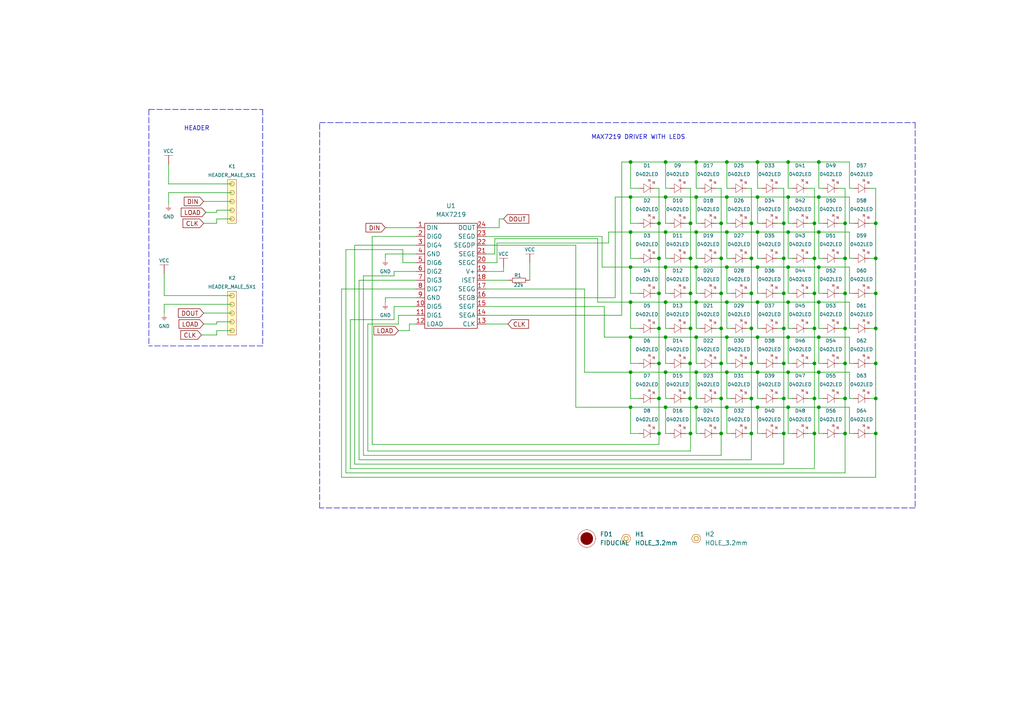
<source format=kicad_sch>
(kicad_sch (version 20210621) (generator eeschema)

  (uuid 84f43d54-3984-465f-99e1-c8ebae1630a0)

  (paper "A4")

  (title_block
    (title "LED Matrix MAX7219")
    (date "2021-09-08")
    (rev "V1.0.0.")
    (company "SOLDERED")
    (comment 1 "333062")
  )

  (lib_symbols
    (symbol "e-radionica.com schematics:0402LED" (pin_numbers hide) (pin_names (offset 0.254) hide) (in_bom yes) (on_board yes)
      (property "Reference" "D" (id 0) (at -0.635 2.54 0)
        (effects (font (size 1 1)))
      )
      (property "Value" "0402LED" (id 1) (at 0 -2.54 0)
        (effects (font (size 1 1)))
      )
      (property "Footprint" "e-radionica.com footprinti:0402LED" (id 2) (at 0 5.08 0)
        (effects (font (size 1 1)) hide)
      )
      (property "Datasheet" "" (id 3) (at 0 0 0)
        (effects (font (size 1 1)) hide)
      )
      (property "Package" "0402" (id 4) (at 0 0 0)
        (effects (font (size 1.27 1.27)) hide)
      )
      (symbol "0402LED_0_1"
        (polyline
          (pts
            (xy -0.635 1.27)
            (xy 1.27 0)
          )
          (stroke (width 0.0006)) (fill (type none))
        )
        (polyline
          (pts
            (xy 0.635 1.905)
            (xy 1.27 2.54)
          )
          (stroke (width 0.0006)) (fill (type none))
        )
        (polyline
          (pts
            (xy 1.27 1.27)
            (xy 1.27 -1.27)
          )
          (stroke (width 0.0006)) (fill (type none))
        )
        (polyline
          (pts
            (xy 1.905 1.27)
            (xy 2.54 1.905)
          )
          (stroke (width 0.0006)) (fill (type none))
        )
        (polyline
          (pts
            (xy -0.635 1.27)
            (xy -0.635 -1.27)
            (xy 1.27 0)
          )
          (stroke (width 0.0006)) (fill (type none))
        )
        (polyline
          (pts
            (xy 1.27 2.54)
            (xy 0.635 2.54)
            (xy 1.27 1.905)
            (xy 1.27 2.54)
          )
          (stroke (width 0.0006)) (fill (type none))
        )
        (polyline
          (pts
            (xy 2.54 1.905)
            (xy 1.905 1.905)
            (xy 2.54 1.27)
            (xy 2.54 1.905)
          )
          (stroke (width 0.0006)) (fill (type none))
        )
      )
      (symbol "0402LED_1_1"
        (pin passive line (at -1.905 0 0) (length 1.27)
          (name "A" (effects (font (size 1.27 1.27))))
          (number "1" (effects (font (size 1.27 1.27))))
        )
        (pin passive line (at 2.54 0 180) (length 1.27)
          (name "K" (effects (font (size 1.27 1.27))))
          (number "2" (effects (font (size 1.27 1.27))))
        )
      )
    )
    (symbol "e-radionica.com schematics:0603R" (pin_numbers hide) (pin_names (offset 0.254)) (in_bom yes) (on_board yes)
      (property "Reference" "R" (id 0) (at -1.905 1.905 0)
        (effects (font (size 1 1)))
      )
      (property "Value" "0603R" (id 1) (at 0 -1.905 0)
        (effects (font (size 1 1)))
      )
      (property "Footprint" "e-radionica.com footprinti:0603R" (id 2) (at -0.635 1.905 0)
        (effects (font (size 1 1)) hide)
      )
      (property "Datasheet" "" (id 3) (at -0.635 1.905 0)
        (effects (font (size 1 1)) hide)
      )
      (symbol "0603R_0_1"
        (rectangle (start -1.905 -0.635) (end 1.905 -0.6604)
          (stroke (width 0.1)) (fill (type none))
        )
        (rectangle (start -1.905 0.635) (end -1.8796 -0.635)
          (stroke (width 0.1)) (fill (type none))
        )
        (rectangle (start -1.905 0.635) (end 1.905 0.6096)
          (stroke (width 0.1)) (fill (type none))
        )
        (rectangle (start 1.905 0.635) (end 1.9304 -0.635)
          (stroke (width 0.1)) (fill (type none))
        )
      )
      (symbol "0603R_1_1"
        (pin passive line (at -3.175 0 0) (length 1.27)
          (name "~" (effects (font (size 1.27 1.27))))
          (number "1" (effects (font (size 1.27 1.27))))
        )
        (pin passive line (at 3.175 0 180) (length 1.27)
          (name "~" (effects (font (size 1.27 1.27))))
          (number "2" (effects (font (size 1.27 1.27))))
        )
      )
    )
    (symbol "e-radionica.com schematics:FIDUCIAL" (in_bom no) (on_board yes)
      (property "Reference" "FD" (id 0) (at 0 3.81 0)
        (effects (font (size 1.27 1.27)))
      )
      (property "Value" "FIDUCIAL" (id 1) (at 0 -3.81 0)
        (effects (font (size 1.27 1.27)))
      )
      (property "Footprint" "e-radionica.com footprinti:FIDUCIAL_23" (id 2) (at 0.254 -5.334 0)
        (effects (font (size 1.27 1.27)) hide)
      )
      (property "Datasheet" "" (id 3) (at 0 0 0)
        (effects (font (size 1.27 1.27)) hide)
      )
      (symbol "FIDUCIAL_0_1"
        (circle (center 0 0) (radius 2.54) (stroke (width 0.0006)) (fill (type none)))
        (circle (center 0 0) (radius 1.7961) (stroke (width 0.001)) (fill (type outline)))
        (polyline
          (pts
            (xy -2.54 0)
            (xy -2.794 0)
          )
          (stroke (width 0.0006)) (fill (type none))
        )
        (polyline
          (pts
            (xy 0 -2.54)
            (xy 0 -2.794)
          )
          (stroke (width 0.0006)) (fill (type none))
        )
        (polyline
          (pts
            (xy 0 2.54)
            (xy 0 2.794)
          )
          (stroke (width 0.0006)) (fill (type none))
        )
        (polyline
          (pts
            (xy 2.54 0)
            (xy 2.794 0)
          )
          (stroke (width 0.0006)) (fill (type none))
        )
      )
    )
    (symbol "e-radionica.com schematics:GND" (power) (pin_names (offset 0)) (in_bom yes) (on_board yes)
      (property "Reference" "#PWR" (id 0) (at 4.445 0 0)
        (effects (font (size 1 1)) hide)
      )
      (property "Value" "GND" (id 1) (at 0 -2.921 0)
        (effects (font (size 1 1)))
      )
      (property "Footprint" "" (id 2) (at 4.445 3.81 0)
        (effects (font (size 1 1)) hide)
      )
      (property "Datasheet" "" (id 3) (at 4.445 3.81 0)
        (effects (font (size 1 1)) hide)
      )
      (property "ki_keywords" "power-flag" (id 4) (at 0 0 0)
        (effects (font (size 1.27 1.27)) hide)
      )
      (property "ki_description" "Power symbol creates a global label with name \"GND\"" (id 5) (at 0 0 0)
        (effects (font (size 1.27 1.27)) hide)
      )
      (symbol "GND_0_1"
        (polyline
          (pts
            (xy -0.762 -1.27)
            (xy 0.762 -1.27)
          )
          (stroke (width 0.0006)) (fill (type none))
        )
        (polyline
          (pts
            (xy -0.635 -1.524)
            (xy 0.635 -1.524)
          )
          (stroke (width 0.0006)) (fill (type none))
        )
        (polyline
          (pts
            (xy -0.381 -1.778)
            (xy 0.381 -1.778)
          )
          (stroke (width 0.0006)) (fill (type none))
        )
        (polyline
          (pts
            (xy -0.127 -2.032)
            (xy 0.127 -2.032)
          )
          (stroke (width 0.0006)) (fill (type none))
        )
        (polyline
          (pts
            (xy 0 0)
            (xy 0 -1.27)
          )
          (stroke (width 0.0006)) (fill (type none))
        )
      )
      (symbol "GND_1_1"
        (pin power_in line (at 0 0 270) (length 0) hide
          (name "GND" (effects (font (size 1.27 1.27))))
          (number "1" (effects (font (size 1.27 1.27))))
        )
      )
    )
    (symbol "e-radionica.com schematics:HEADER_MALE_5X1" (pin_numbers hide) (pin_names hide) (in_bom yes) (on_board yes)
      (property "Reference" "K" (id 0) (at -0.635 7.62 0)
        (effects (font (size 1 1)))
      )
      (property "Value" "HEADER_MALE_5X1" (id 1) (at 0.635 -7.62 0)
        (effects (font (size 1 1)))
      )
      (property "Footprint" "e-radionica.com footprinti:HEADER_MALE_5X1" (id 2) (at 0 0 0)
        (effects (font (size 1 1)) hide)
      )
      (property "Datasheet" "" (id 3) (at 0 0 0)
        (effects (font (size 1 1)) hide)
      )
      (symbol "HEADER_MALE_5X1_0_1"
        (circle (center 0 -5.08) (radius 0.635) (stroke (width 0.0006)) (fill (type none)))
        (circle (center 0 -2.54) (radius 0.635) (stroke (width 0.0006)) (fill (type none)))
        (circle (center 0 0) (radius 0.635) (stroke (width 0.0006)) (fill (type none)))
        (circle (center 0 2.54) (radius 0.635) (stroke (width 0.0006)) (fill (type none)))
        (circle (center 0 5.08) (radius 0.635) (stroke (width 0.0006)) (fill (type none)))
        (rectangle (start -1.27 6.35) (end 1.27 -6.35)
          (stroke (width 0.001)) (fill (type background))
        )
      )
      (symbol "HEADER_MALE_5X1_1_1"
        (pin passive line (at 0 -5.08 180) (length 0)
          (name "~" (effects (font (size 1 1))))
          (number "1" (effects (font (size 1 1))))
        )
        (pin passive line (at 0 -2.54 180) (length 0)
          (name "~" (effects (font (size 1 1))))
          (number "2" (effects (font (size 1 1))))
        )
        (pin passive line (at 0 0 180) (length 0)
          (name "~" (effects (font (size 1 1))))
          (number "3" (effects (font (size 1 1))))
        )
        (pin passive line (at 0 2.54 180) (length 0)
          (name "~" (effects (font (size 1 1))))
          (number "4" (effects (font (size 1 1))))
        )
        (pin passive line (at 0 5.08 180) (length 0)
          (name "~" (effects (font (size 0.991 0.991))))
          (number "5" (effects (font (size 0.991 0.991))))
        )
      )
    )
    (symbol "e-radionica.com schematics:HOLE_3.2mm" (pin_numbers hide) (pin_names hide) (in_bom yes) (on_board yes)
      (property "Reference" "H" (id 0) (at 0 2.54 0)
        (effects (font (size 1.27 1.27)))
      )
      (property "Value" "HOLE_3.2mm" (id 1) (at 0 -2.54 0)
        (effects (font (size 1.27 1.27)))
      )
      (property "Footprint" "e-radionica.com footprinti:HOLE_3.2mm" (id 2) (at 0 0 0)
        (effects (font (size 1.27 1.27)) hide)
      )
      (property "Datasheet" "" (id 3) (at 0 0 0)
        (effects (font (size 1.27 1.27)) hide)
      )
      (symbol "HOLE_3.2mm_0_1"
        (circle (center 0 0) (radius 0.635) (stroke (width 0.0006)) (fill (type none)))
        (circle (center 0 0) (radius 1.27) (stroke (width 0.001)) (fill (type background)))
      )
    )
    (symbol "e-radionica.com schematics:MAX7219" (in_bom yes) (on_board yes)
      (property "Reference" "U" (id 0) (at 0 16.51 0)
        (effects (font (size 1.27 1.27)))
      )
      (property "Value" "MAX7219" (id 1) (at 0 -17.78 0)
        (effects (font (size 1.27 1.27)))
      )
      (property "Footprint" "e-radionica.com footprinti:SOIC-24" (id 2) (at -5.08 0 0)
        (effects (font (size 1.27 1.27)) hide)
      )
      (property "Datasheet" "" (id 3) (at -5.08 0 0)
        (effects (font (size 1.27 1.27)) hide)
      )
      (symbol "MAX7219_0_1"
        (rectangle (start -7.62 15.24) (end 7.62 -15.24)
          (stroke (width 0.1524)) (fill (type none))
        )
      )
      (symbol "MAX7219_1_1"
        (pin input line (at -10.16 13.97 0) (length 2.54)
          (name "DIN" (effects (font (size 1.27 1.27))))
          (number "1" (effects (font (size 1.27 1.27))))
        )
        (pin input line (at -10.16 -8.89 0) (length 2.54)
          (name "DIG5" (effects (font (size 1.27 1.27))))
          (number "10" (effects (font (size 1.27 1.27))))
        )
        (pin input line (at -10.16 -11.43 0) (length 2.54)
          (name "DIG1" (effects (font (size 1.27 1.27))))
          (number "11" (effects (font (size 1.27 1.27))))
        )
        (pin input line (at -10.16 -13.97 0) (length 2.54)
          (name "LOAD" (effects (font (size 1.27 1.27))))
          (number "12" (effects (font (size 1.27 1.27))))
        )
        (pin input line (at 10.16 -13.97 180) (length 2.54)
          (name "CLK" (effects (font (size 1.27 1.27))))
          (number "13" (effects (font (size 1.27 1.27))))
        )
        (pin input line (at 10.16 -11.43 180) (length 2.54)
          (name "SEGA" (effects (font (size 1.27 1.27))))
          (number "14" (effects (font (size 1.27 1.27))))
        )
        (pin input line (at 10.16 -8.89 180) (length 2.54)
          (name "SEGF" (effects (font (size 1.27 1.27))))
          (number "15" (effects (font (size 1.27 1.27))))
        )
        (pin input line (at 10.16 -6.35 180) (length 2.54)
          (name "SEGB" (effects (font (size 1.27 1.27))))
          (number "16" (effects (font (size 1.27 1.27))))
        )
        (pin input line (at 10.16 -3.81 180) (length 2.54)
          (name "SEGG" (effects (font (size 1.27 1.27))))
          (number "17" (effects (font (size 1.27 1.27))))
        )
        (pin input line (at 10.16 -1.27 180) (length 2.54)
          (name "ISET" (effects (font (size 1.27 1.27))))
          (number "18" (effects (font (size 1.27 1.27))))
        )
        (pin input line (at 10.16 1.27 180) (length 2.54)
          (name "V+" (effects (font (size 1.27 1.27))))
          (number "19" (effects (font (size 1.27 1.27))))
        )
        (pin input line (at -10.16 11.43 0) (length 2.54)
          (name "DIG0" (effects (font (size 1.27 1.27))))
          (number "2" (effects (font (size 1.27 1.27))))
        )
        (pin input line (at 10.16 3.81 180) (length 2.54)
          (name "SEGC" (effects (font (size 1.27 1.27))))
          (number "20" (effects (font (size 1.27 1.27))))
        )
        (pin input line (at 10.16 6.35 180) (length 2.54)
          (name "SEGE" (effects (font (size 1.27 1.27))))
          (number "21" (effects (font (size 1.27 1.27))))
        )
        (pin input line (at 10.16 8.89 180) (length 2.54)
          (name "SEGDP" (effects (font (size 1.27 1.27))))
          (number "22" (effects (font (size 1.27 1.27))))
        )
        (pin input line (at 10.16 11.43 180) (length 2.54)
          (name "SEGD" (effects (font (size 1.27 1.27))))
          (number "23" (effects (font (size 1.27 1.27))))
        )
        (pin input line (at 10.16 13.97 180) (length 2.54)
          (name "DOUT" (effects (font (size 1.27 1.27))))
          (number "24" (effects (font (size 1.27 1.27))))
        )
        (pin input line (at -10.16 8.89 0) (length 2.54)
          (name "DIG4" (effects (font (size 1.27 1.27))))
          (number "3" (effects (font (size 1.27 1.27))))
        )
        (pin input line (at -10.16 6.35 0) (length 2.54)
          (name "GND" (effects (font (size 1.27 1.27))))
          (number "4" (effects (font (size 1.27 1.27))))
        )
        (pin input line (at -10.16 3.81 0) (length 2.54)
          (name "DIG6" (effects (font (size 1.27 1.27))))
          (number "5" (effects (font (size 1.27 1.27))))
        )
        (pin input line (at -10.16 1.27 0) (length 2.54)
          (name "DIG2" (effects (font (size 1.27 1.27))))
          (number "6" (effects (font (size 1.27 1.27))))
        )
        (pin input line (at -10.16 -1.27 0) (length 2.54)
          (name "DIG3" (effects (font (size 1.27 1.27))))
          (number "7" (effects (font (size 1.27 1.27))))
        )
        (pin input line (at -10.16 -3.81 0) (length 2.54)
          (name "DIG7" (effects (font (size 1.27 1.27))))
          (number "8" (effects (font (size 1.27 1.27))))
        )
        (pin input line (at -10.16 -6.35 0) (length 2.54)
          (name "GND" (effects (font (size 1.27 1.27))))
          (number "9" (effects (font (size 1.27 1.27))))
        )
      )
    )
    (symbol "e-radionica.com schematics:VCC" (power) (pin_names (offset 0)) (in_bom yes) (on_board yes)
      (property "Reference" "#PWR" (id 0) (at 4.445 0 0)
        (effects (font (size 1 1)) hide)
      )
      (property "Value" "VCC" (id 1) (at 0 3.556 0)
        (effects (font (size 1 1)))
      )
      (property "Footprint" "" (id 2) (at 4.445 3.81 0)
        (effects (font (size 1 1)) hide)
      )
      (property "Datasheet" "" (id 3) (at 4.445 3.81 0)
        (effects (font (size 1 1)) hide)
      )
      (property "ki_keywords" "power-flag" (id 4) (at 0 0 0)
        (effects (font (size 1.27 1.27)) hide)
      )
      (property "ki_description" "Power symbol creates a global label with name \"VCC\"" (id 5) (at 0 0 0)
        (effects (font (size 1.27 1.27)) hide)
      )
      (symbol "VCC_0_1"
        (polyline
          (pts
            (xy -1.27 2.54)
            (xy 1.27 2.54)
          )
          (stroke (width 0.0006)) (fill (type none))
        )
        (polyline
          (pts
            (xy 0 0)
            (xy 0 2.54)
          )
          (stroke (width 0)) (fill (type none))
        )
      )
      (symbol "VCC_1_1"
        (pin power_in line (at 0 0 90) (length 0) hide
          (name "VCC" (effects (font (size 1.27 1.27))))
          (number "1" (effects (font (size 1.27 1.27))))
        )
      )
    )
  )

  (junction (at 182.88 46.99) (diameter 0.9144) (color 0 0 0 0))
  (junction (at 182.88 57.15) (diameter 0.9144) (color 0 0 0 0))
  (junction (at 182.88 67.31) (diameter 0.9144) (color 0 0 0 0))
  (junction (at 182.88 77.47) (diameter 0.9144) (color 0 0 0 0))
  (junction (at 182.88 87.63) (diameter 0.9144) (color 0 0 0 0))
  (junction (at 182.88 97.79) (diameter 0.9144) (color 0 0 0 0))
  (junction (at 182.88 107.95) (diameter 0.9144) (color 0 0 0 0))
  (junction (at 182.88 118.11) (diameter 0.9144) (color 0 0 0 0))
  (junction (at 191.135 64.77) (diameter 0.9144) (color 0 0 0 0))
  (junction (at 191.135 74.93) (diameter 0.9144) (color 0 0 0 0))
  (junction (at 191.135 85.09) (diameter 0.9144) (color 0 0 0 0))
  (junction (at 191.135 95.25) (diameter 0.9144) (color 0 0 0 0))
  (junction (at 191.135 105.41) (diameter 0.9144) (color 0 0 0 0))
  (junction (at 191.135 115.57) (diameter 0.9144) (color 0 0 0 0))
  (junction (at 191.135 125.73) (diameter 0.9144) (color 0 0 0 0))
  (junction (at 193.04 46.99) (diameter 0.9144) (color 0 0 0 0))
  (junction (at 193.04 57.15) (diameter 0.9144) (color 0 0 0 0))
  (junction (at 193.04 67.31) (diameter 0.9144) (color 0 0 0 0))
  (junction (at 193.04 77.47) (diameter 0.9144) (color 0 0 0 0))
  (junction (at 193.04 87.63) (diameter 0.9144) (color 0 0 0 0))
  (junction (at 193.04 97.79) (diameter 0.9144) (color 0 0 0 0))
  (junction (at 193.04 107.95) (diameter 0.9144) (color 0 0 0 0))
  (junction (at 193.04 118.11) (diameter 0.9144) (color 0 0 0 0))
  (junction (at 200.152 105.41) (diameter 0.9144) (color 0 0 0 0))
  (junction (at 200.152 115.57) (diameter 0.9144) (color 0 0 0 0))
  (junction (at 200.279 64.77) (diameter 0.9144) (color 0 0 0 0))
  (junction (at 200.279 74.93) (diameter 0.9144) (color 0 0 0 0))
  (junction (at 200.279 85.09) (diameter 0.9144) (color 0 0 0 0))
  (junction (at 200.279 95.25) (diameter 0.9144) (color 0 0 0 0))
  (junction (at 200.279 125.73) (diameter 0.9144) (color 0 0 0 0))
  (junction (at 201.93 46.99) (diameter 0.9144) (color 0 0 0 0))
  (junction (at 201.93 57.15) (diameter 0.9144) (color 0 0 0 0))
  (junction (at 201.93 67.31) (diameter 0.9144) (color 0 0 0 0))
  (junction (at 201.93 77.47) (diameter 0.9144) (color 0 0 0 0))
  (junction (at 201.93 87.63) (diameter 0.9144) (color 0 0 0 0))
  (junction (at 201.93 97.79) (diameter 0.9144) (color 0 0 0 0))
  (junction (at 201.93 107.95) (diameter 0.9144) (color 0 0 0 0))
  (junction (at 201.93 118.11) (diameter 0.9144) (color 0 0 0 0))
  (junction (at 209.169 64.77) (diameter 0.9144) (color 0 0 0 0))
  (junction (at 209.169 74.93) (diameter 0.9144) (color 0 0 0 0))
  (junction (at 209.169 85.09) (diameter 0.9144) (color 0 0 0 0))
  (junction (at 209.169 95.25) (diameter 0.9144) (color 0 0 0 0))
  (junction (at 209.169 105.41) (diameter 0.9144) (color 0 0 0 0))
  (junction (at 209.169 115.57) (diameter 0.9144) (color 0 0 0 0))
  (junction (at 209.169 125.73) (diameter 0.9144) (color 0 0 0 0))
  (junction (at 210.82 46.99) (diameter 0.9144) (color 0 0 0 0))
  (junction (at 210.82 57.15) (diameter 0.9144) (color 0 0 0 0))
  (junction (at 210.82 67.31) (diameter 0.9144) (color 0 0 0 0))
  (junction (at 210.82 77.47) (diameter 0.9144) (color 0 0 0 0))
  (junction (at 210.82 87.63) (diameter 0.9144) (color 0 0 0 0))
  (junction (at 210.82 97.79) (diameter 0.9144) (color 0 0 0 0))
  (junction (at 210.82 107.95) (diameter 0.9144) (color 0 0 0 0))
  (junction (at 210.82 118.11) (diameter 0.9144) (color 0 0 0 0))
  (junction (at 217.932 64.77) (diameter 0.9144) (color 0 0 0 0))
  (junction (at 217.932 74.93) (diameter 0.9144) (color 0 0 0 0))
  (junction (at 217.932 85.09) (diameter 0.9144) (color 0 0 0 0))
  (junction (at 217.932 95.25) (diameter 0.9144) (color 0 0 0 0))
  (junction (at 217.932 105.41) (diameter 0.9144) (color 0 0 0 0))
  (junction (at 217.932 115.57) (diameter 0.9144) (color 0 0 0 0))
  (junction (at 217.932 125.73) (diameter 0.9144) (color 0 0 0 0))
  (junction (at 219.71 46.99) (diameter 0.9144) (color 0 0 0 0))
  (junction (at 219.71 57.15) (diameter 0.9144) (color 0 0 0 0))
  (junction (at 219.71 67.31) (diameter 0.9144) (color 0 0 0 0))
  (junction (at 219.71 77.47) (diameter 0.9144) (color 0 0 0 0))
  (junction (at 219.71 87.63) (diameter 0.9144) (color 0 0 0 0))
  (junction (at 219.71 97.79) (diameter 0.9144) (color 0 0 0 0))
  (junction (at 219.71 107.95) (diameter 0.9144) (color 0 0 0 0))
  (junction (at 219.71 118.11) (diameter 0.9144) (color 0 0 0 0))
  (junction (at 227.33 64.77) (diameter 0.9144) (color 0 0 0 0))
  (junction (at 227.33 74.93) (diameter 0.9144) (color 0 0 0 0))
  (junction (at 227.33 85.09) (diameter 0.9144) (color 0 0 0 0))
  (junction (at 227.33 95.25) (diameter 0.9144) (color 0 0 0 0))
  (junction (at 227.33 105.41) (diameter 0.9144) (color 0 0 0 0))
  (junction (at 227.33 115.57) (diameter 0.9144) (color 0 0 0 0))
  (junction (at 227.33 125.73) (diameter 0.9144) (color 0 0 0 0))
  (junction (at 228.6 46.99) (diameter 0.9144) (color 0 0 0 0))
  (junction (at 228.6 57.15) (diameter 0.9144) (color 0 0 0 0))
  (junction (at 228.6 67.31) (diameter 0.9144) (color 0 0 0 0))
  (junction (at 228.6 77.47) (diameter 0.9144) (color 0 0 0 0))
  (junction (at 228.6 87.63) (diameter 0.9144) (color 0 0 0 0))
  (junction (at 228.6 97.79) (diameter 0.9144) (color 0 0 0 0))
  (junction (at 228.6 107.95) (diameter 0.9144) (color 0 0 0 0))
  (junction (at 228.6 118.11) (diameter 0.9144) (color 0 0 0 0))
  (junction (at 236.22 64.77) (diameter 0.9144) (color 0 0 0 0))
  (junction (at 236.22 74.93) (diameter 0.9144) (color 0 0 0 0))
  (junction (at 236.22 85.09) (diameter 0.9144) (color 0 0 0 0))
  (junction (at 236.22 95.25) (diameter 0.9144) (color 0 0 0 0))
  (junction (at 236.22 105.41) (diameter 0.9144) (color 0 0 0 0))
  (junction (at 236.22 115.57) (diameter 0.9144) (color 0 0 0 0))
  (junction (at 236.22 125.73) (diameter 0.9144) (color 0 0 0 0))
  (junction (at 237.49 46.99) (diameter 0.9144) (color 0 0 0 0))
  (junction (at 237.49 57.15) (diameter 0.9144) (color 0 0 0 0))
  (junction (at 237.49 67.31) (diameter 0.9144) (color 0 0 0 0))
  (junction (at 237.49 77.47) (diameter 0.9144) (color 0 0 0 0))
  (junction (at 237.49 87.63) (diameter 0.9144) (color 0 0 0 0))
  (junction (at 237.49 97.79) (diameter 0.9144) (color 0 0 0 0))
  (junction (at 237.49 107.95) (diameter 0.9144) (color 0 0 0 0))
  (junction (at 237.49 118.11) (diameter 0.9144) (color 0 0 0 0))
  (junction (at 245.11 64.77) (diameter 0.9144) (color 0 0 0 0))
  (junction (at 245.11 74.93) (diameter 0.9144) (color 0 0 0 0))
  (junction (at 245.11 85.09) (diameter 0.9144) (color 0 0 0 0))
  (junction (at 245.11 95.25) (diameter 0.9144) (color 0 0 0 0))
  (junction (at 245.11 105.41) (diameter 0.9144) (color 0 0 0 0))
  (junction (at 245.11 115.57) (diameter 0.9144) (color 0 0 0 0))
  (junction (at 245.11 125.73) (diameter 0.9144) (color 0 0 0 0))
  (junction (at 254 64.77) (diameter 0.9144) (color 0 0 0 0))
  (junction (at 254 74.93) (diameter 0.9144) (color 0 0 0 0))
  (junction (at 254 85.09) (diameter 0.9144) (color 0 0 0 0))
  (junction (at 254 95.25) (diameter 0.9144) (color 0 0 0 0))
  (junction (at 254 105.41) (diameter 0.9144) (color 0 0 0 0))
  (junction (at 254 115.57) (diameter 0.9144) (color 0 0 0 0))
  (junction (at 254 125.73) (diameter 0.9144) (color 0 0 0 0))

  (wire (pts (xy 47.625 85.725) (xy 47.625 79.375))
    (stroke (width 0) (type solid) (color 0 0 0 0))
    (uuid da3cbba7-1840-4960-9b0c-88921d70426e)
  )
  (wire (pts (xy 47.625 85.725) (xy 67.31 85.725))
    (stroke (width 0) (type solid) (color 0 0 0 0))
    (uuid e711f9ff-a4f5-4602-80e7-42ed3ff5f554)
  )
  (wire (pts (xy 47.625 88.265) (xy 47.625 90.805))
    (stroke (width 0) (type solid) (color 0 0 0 0))
    (uuid dab435b3-a848-49ef-8f2f-9f9b7fa3f01c)
  )
  (wire (pts (xy 48.895 53.34) (xy 48.895 47.625))
    (stroke (width 0) (type solid) (color 0 0 0 0))
    (uuid 0d28532b-3a21-4f75-8e54-b4c2f15088d3)
  )
  (wire (pts (xy 48.895 53.34) (xy 67.31 53.34))
    (stroke (width 0) (type solid) (color 0 0 0 0))
    (uuid c62dae91-2c68-4032-b1de-d83b699eb694)
  )
  (wire (pts (xy 48.895 55.88) (xy 48.895 59.055))
    (stroke (width 0) (type solid) (color 0 0 0 0))
    (uuid c91bc8df-53c4-41a5-bf41-fbde25e7f879)
  )
  (wire (pts (xy 59.055 58.42) (xy 67.31 58.42))
    (stroke (width 0) (type solid) (color 0 0 0 0))
    (uuid 105cc04b-30e4-4b4c-96a2-97ace060e9d1)
  )
  (wire (pts (xy 59.055 90.805) (xy 67.31 90.805))
    (stroke (width 0) (type solid) (color 0 0 0 0))
    (uuid 4ecd513c-4e68-489c-89e0-bcca52379db4)
  )
  (wire (pts (xy 59.055 93.98) (xy 62.865 93.98))
    (stroke (width 0) (type solid) (color 0 0 0 0))
    (uuid fc4308f3-3d5c-4588-8339-1610821a3c1b)
  )
  (wire (pts (xy 62.865 60.96) (xy 62.865 61.595))
    (stroke (width 0) (type solid) (color 0 0 0 0))
    (uuid 0d80822e-0156-471b-bb50-a30ec5a7ccb1)
  )
  (wire (pts (xy 62.865 61.595) (xy 59.69 61.595))
    (stroke (width 0) (type solid) (color 0 0 0 0))
    (uuid 0d80822e-0156-471b-bb50-a30ec5a7ccb1)
  )
  (wire (pts (xy 62.865 63.5) (xy 62.865 64.77))
    (stroke (width 0) (type solid) (color 0 0 0 0))
    (uuid 992ef2a3-e3a0-4bd1-bb4a-62fcb61361ba)
  )
  (wire (pts (xy 62.865 64.77) (xy 59.055 64.77))
    (stroke (width 0) (type solid) (color 0 0 0 0))
    (uuid 992ef2a3-e3a0-4bd1-bb4a-62fcb61361ba)
  )
  (wire (pts (xy 62.865 93.345) (xy 67.31 93.345))
    (stroke (width 0) (type solid) (color 0 0 0 0))
    (uuid fc4308f3-3d5c-4588-8339-1610821a3c1b)
  )
  (wire (pts (xy 62.865 93.98) (xy 62.865 93.345))
    (stroke (width 0) (type solid) (color 0 0 0 0))
    (uuid fc4308f3-3d5c-4588-8339-1610821a3c1b)
  )
  (wire (pts (xy 62.865 95.885) (xy 62.865 97.155))
    (stroke (width 0) (type solid) (color 0 0 0 0))
    (uuid 2baeeefd-7974-48ec-b207-e5f508808fdd)
  )
  (wire (pts (xy 62.865 97.155) (xy 58.42 97.155))
    (stroke (width 0) (type solid) (color 0 0 0 0))
    (uuid 2baeeefd-7974-48ec-b207-e5f508808fdd)
  )
  (wire (pts (xy 67.31 55.88) (xy 48.895 55.88))
    (stroke (width 0) (type solid) (color 0 0 0 0))
    (uuid c91bc8df-53c4-41a5-bf41-fbde25e7f879)
  )
  (wire (pts (xy 67.31 60.96) (xy 62.865 60.96))
    (stroke (width 0) (type solid) (color 0 0 0 0))
    (uuid 0d80822e-0156-471b-bb50-a30ec5a7ccb1)
  )
  (wire (pts (xy 67.31 63.5) (xy 62.865 63.5))
    (stroke (width 0) (type solid) (color 0 0 0 0))
    (uuid 992ef2a3-e3a0-4bd1-bb4a-62fcb61361ba)
  )
  (wire (pts (xy 67.31 88.265) (xy 47.625 88.265))
    (stroke (width 0) (type solid) (color 0 0 0 0))
    (uuid dab435b3-a848-49ef-8f2f-9f9b7fa3f01c)
  )
  (wire (pts (xy 67.31 95.885) (xy 62.865 95.885))
    (stroke (width 0) (type solid) (color 0 0 0 0))
    (uuid 2baeeefd-7974-48ec-b207-e5f508808fdd)
  )
  (wire (pts (xy 99.06 83.82) (xy 99.06 138.43))
    (stroke (width 0) (type solid) (color 0 0 0 0))
    (uuid a9d541c0-ba3c-4972-b536-331871347bc7)
  )
  (wire (pts (xy 99.06 138.43) (xy 254 138.43))
    (stroke (width 0) (type solid) (color 0 0 0 0))
    (uuid a9d541c0-ba3c-4972-b536-331871347bc7)
  )
  (wire (pts (xy 100.33 72.39) (xy 100.33 137.16))
    (stroke (width 0) (type solid) (color 0 0 0 0))
    (uuid f1f59bff-c94a-4f50-ac79-3dc1c60a9790)
  )
  (wire (pts (xy 100.33 137.16) (xy 245.11 137.16))
    (stroke (width 0) (type solid) (color 0 0 0 0))
    (uuid f1f59bff-c94a-4f50-ac79-3dc1c60a9790)
  )
  (wire (pts (xy 101.6 92.71) (xy 101.6 135.89))
    (stroke (width 0) (type solid) (color 0 0 0 0))
    (uuid ec96c703-d0fd-47f6-9623-84045d72fea2)
  )
  (wire (pts (xy 101.6 135.89) (xy 236.22 135.89))
    (stroke (width 0) (type solid) (color 0 0 0 0))
    (uuid ec96c703-d0fd-47f6-9623-84045d72fea2)
  )
  (wire (pts (xy 102.87 71.12) (xy 102.87 134.62))
    (stroke (width 0) (type solid) (color 0 0 0 0))
    (uuid 7519f770-a3d0-4d4e-908a-46712d596f27)
  )
  (wire (pts (xy 102.87 134.62) (xy 227.33 134.62))
    (stroke (width 0) (type solid) (color 0 0 0 0))
    (uuid 7519f770-a3d0-4d4e-908a-46712d596f27)
  )
  (wire (pts (xy 104.14 81.28) (xy 104.14 133.35))
    (stroke (width 0) (type solid) (color 0 0 0 0))
    (uuid a819f005-ffd4-4e08-b205-a18f2cebfc2e)
  )
  (wire (pts (xy 104.14 133.35) (xy 217.932 133.35))
    (stroke (width 0) (type solid) (color 0 0 0 0))
    (uuid a819f005-ffd4-4e08-b205-a18f2cebfc2e)
  )
  (wire (pts (xy 105.41 80.01) (xy 105.41 132.08))
    (stroke (width 0) (type solid) (color 0 0 0 0))
    (uuid 3be8e87b-c32b-420c-9126-bd3bde1182e6)
  )
  (wire (pts (xy 105.41 132.08) (xy 209.169 132.08))
    (stroke (width 0) (type solid) (color 0 0 0 0))
    (uuid 3be8e87b-c32b-420c-9126-bd3bde1182e6)
  )
  (wire (pts (xy 106.68 93.98) (xy 106.68 130.81))
    (stroke (width 0) (type solid) (color 0 0 0 0))
    (uuid ef8375a3-63a8-49bc-902f-f990b3580d22)
  )
  (wire (pts (xy 106.68 130.81) (xy 200.279 130.81))
    (stroke (width 0) (type solid) (color 0 0 0 0))
    (uuid ef8375a3-63a8-49bc-902f-f990b3580d22)
  )
  (wire (pts (xy 107.95 68.58) (xy 107.95 128.905))
    (stroke (width 0) (type solid) (color 0 0 0 0))
    (uuid 4e128c40-0758-4540-bd0b-ca20d6acfaf8)
  )
  (wire (pts (xy 107.95 128.905) (xy 191.135 128.905))
    (stroke (width 0) (type solid) (color 0 0 0 0))
    (uuid 4e128c40-0758-4540-bd0b-ca20d6acfaf8)
  )
  (wire (pts (xy 111.76 66.04) (xy 120.65 66.04))
    (stroke (width 0) (type solid) (color 0 0 0 0))
    (uuid a07fbd7a-dc91-4d06-a85f-c73e1c6b66c0)
  )
  (wire (pts (xy 111.76 73.66) (xy 111.76 74.93))
    (stroke (width 0) (type solid) (color 0 0 0 0))
    (uuid dd6cb330-d2fd-48cd-a726-9e26a09844af)
  )
  (wire (pts (xy 111.76 86.36) (xy 111.76 87.63))
    (stroke (width 0) (type solid) (color 0 0 0 0))
    (uuid fb08e35e-d829-4347-846f-484576e54c28)
  )
  (wire (pts (xy 114.3 78.74) (xy 114.3 80.01))
    (stroke (width 0) (type solid) (color 0 0 0 0))
    (uuid 3be8e87b-c32b-420c-9126-bd3bde1182e6)
  )
  (wire (pts (xy 114.3 80.01) (xy 105.41 80.01))
    (stroke (width 0) (type solid) (color 0 0 0 0))
    (uuid 3be8e87b-c32b-420c-9126-bd3bde1182e6)
  )
  (wire (pts (xy 114.3 88.9) (xy 114.3 92.71))
    (stroke (width 0) (type solid) (color 0 0 0 0))
    (uuid ec96c703-d0fd-47f6-9623-84045d72fea2)
  )
  (wire (pts (xy 114.3 92.71) (xy 101.6 92.71))
    (stroke (width 0) (type solid) (color 0 0 0 0))
    (uuid ec96c703-d0fd-47f6-9623-84045d72fea2)
  )
  (wire (pts (xy 115.57 91.44) (xy 115.57 93.98))
    (stroke (width 0) (type solid) (color 0 0 0 0))
    (uuid ef8375a3-63a8-49bc-902f-f990b3580d22)
  )
  (wire (pts (xy 115.57 93.98) (xy 106.68 93.98))
    (stroke (width 0) (type solid) (color 0 0 0 0))
    (uuid ef8375a3-63a8-49bc-902f-f990b3580d22)
  )
  (wire (pts (xy 116.84 72.39) (xy 100.33 72.39))
    (stroke (width 0) (type solid) (color 0 0 0 0))
    (uuid f1f59bff-c94a-4f50-ac79-3dc1c60a9790)
  )
  (wire (pts (xy 116.84 76.2) (xy 116.84 72.39))
    (stroke (width 0) (type solid) (color 0 0 0 0))
    (uuid f1f59bff-c94a-4f50-ac79-3dc1c60a9790)
  )
  (wire (pts (xy 118.745 93.98) (xy 118.745 95.885))
    (stroke (width 0) (type solid) (color 0 0 0 0))
    (uuid 8bf69c48-f504-4167-a59a-53fb7add062e)
  )
  (wire (pts (xy 118.745 95.885) (xy 115.57 95.885))
    (stroke (width 0) (type solid) (color 0 0 0 0))
    (uuid 8bf69c48-f504-4167-a59a-53fb7add062e)
  )
  (wire (pts (xy 120.65 68.58) (xy 107.95 68.58))
    (stroke (width 0) (type solid) (color 0 0 0 0))
    (uuid 4e128c40-0758-4540-bd0b-ca20d6acfaf8)
  )
  (wire (pts (xy 120.65 71.12) (xy 102.87 71.12))
    (stroke (width 0) (type solid) (color 0 0 0 0))
    (uuid 7519f770-a3d0-4d4e-908a-46712d596f27)
  )
  (wire (pts (xy 120.65 73.66) (xy 111.76 73.66))
    (stroke (width 0) (type solid) (color 0 0 0 0))
    (uuid dd6cb330-d2fd-48cd-a726-9e26a09844af)
  )
  (wire (pts (xy 120.65 76.2) (xy 116.84 76.2))
    (stroke (width 0) (type solid) (color 0 0 0 0))
    (uuid f1f59bff-c94a-4f50-ac79-3dc1c60a9790)
  )
  (wire (pts (xy 120.65 78.74) (xy 114.3 78.74))
    (stroke (width 0) (type solid) (color 0 0 0 0))
    (uuid 3be8e87b-c32b-420c-9126-bd3bde1182e6)
  )
  (wire (pts (xy 120.65 81.28) (xy 104.14 81.28))
    (stroke (width 0) (type solid) (color 0 0 0 0))
    (uuid a819f005-ffd4-4e08-b205-a18f2cebfc2e)
  )
  (wire (pts (xy 120.65 83.82) (xy 99.06 83.82))
    (stroke (width 0) (type solid) (color 0 0 0 0))
    (uuid a9d541c0-ba3c-4972-b536-331871347bc7)
  )
  (wire (pts (xy 120.65 86.36) (xy 111.76 86.36))
    (stroke (width 0) (type solid) (color 0 0 0 0))
    (uuid fb08e35e-d829-4347-846f-484576e54c28)
  )
  (wire (pts (xy 120.65 88.9) (xy 114.3 88.9))
    (stroke (width 0) (type solid) (color 0 0 0 0))
    (uuid ec96c703-d0fd-47f6-9623-84045d72fea2)
  )
  (wire (pts (xy 120.65 91.44) (xy 115.57 91.44))
    (stroke (width 0) (type solid) (color 0 0 0 0))
    (uuid ef8375a3-63a8-49bc-902f-f990b3580d22)
  )
  (wire (pts (xy 120.65 93.98) (xy 118.745 93.98))
    (stroke (width 0) (type solid) (color 0 0 0 0))
    (uuid 8bf69c48-f504-4167-a59a-53fb7add062e)
  )
  (wire (pts (xy 140.97 66.04) (xy 144.78 66.04))
    (stroke (width 0) (type solid) (color 0 0 0 0))
    (uuid 2315edd6-8988-4bdb-83ca-9e6db2630441)
  )
  (wire (pts (xy 140.97 68.58) (xy 174.625 68.58))
    (stroke (width 0) (type solid) (color 0 0 0 0))
    (uuid 106e698e-a9ba-47db-8963-0631db68071e)
  )
  (wire (pts (xy 140.97 71.12) (xy 167.005 71.12))
    (stroke (width 0) (type solid) (color 0 0 0 0))
    (uuid 4349e206-95aa-4842-b73a-c5b896650dd4)
  )
  (wire (pts (xy 140.97 73.66) (xy 143.51 73.66))
    (stroke (width 0) (type solid) (color 0 0 0 0))
    (uuid 3d3ad196-d08e-482e-aec6-2e1c7abcefe2)
  )
  (wire (pts (xy 140.97 76.2) (xy 144.145 76.2))
    (stroke (width 0) (type solid) (color 0 0 0 0))
    (uuid 70b30c0f-811b-4ad9-942e-52ee87bc4db6)
  )
  (wire (pts (xy 140.97 78.74) (xy 146.05 78.74))
    (stroke (width 0) (type solid) (color 0 0 0 0))
    (uuid 78ada2c8-125a-4107-b685-6643e566773d)
  )
  (wire (pts (xy 140.97 81.28) (xy 147.32 81.28))
    (stroke (width 0) (type solid) (color 0 0 0 0))
    (uuid 3c3e8093-30d3-4dc6-b71c-053d61feb88f)
  )
  (wire (pts (xy 140.97 83.82) (xy 169.545 83.82))
    (stroke (width 0) (type solid) (color 0 0 0 0))
    (uuid f37208cd-37a8-4f27-b392-668454ede473)
  )
  (wire (pts (xy 140.97 86.36) (xy 178.435 86.36))
    (stroke (width 0) (type solid) (color 0 0 0 0))
    (uuid 4d8ec4b8-d171-4d58-abc2-63f406b82a03)
  )
  (wire (pts (xy 140.97 88.9) (xy 175.26 88.9))
    (stroke (width 0) (type solid) (color 0 0 0 0))
    (uuid 8f9cfc91-8ee5-4fd8-88d0-4193188c1d30)
  )
  (wire (pts (xy 140.97 91.44) (xy 180.34 91.44))
    (stroke (width 0) (type solid) (color 0 0 0 0))
    (uuid 8ecabd6d-f180-463c-b330-6b566254ac01)
  )
  (wire (pts (xy 140.97 93.98) (xy 147.32 93.98))
    (stroke (width 0) (type solid) (color 0 0 0 0))
    (uuid 836682f0-1b6f-4d67-aff0-1db6de48d15a)
  )
  (wire (pts (xy 143.51 69.215) (xy 173.355 69.215))
    (stroke (width 0) (type solid) (color 0 0 0 0))
    (uuid 3d3ad196-d08e-482e-aec6-2e1c7abcefe2)
  )
  (wire (pts (xy 143.51 73.66) (xy 143.51 69.215))
    (stroke (width 0) (type solid) (color 0 0 0 0))
    (uuid 3d3ad196-d08e-482e-aec6-2e1c7abcefe2)
  )
  (wire (pts (xy 144.145 70.485) (xy 176.53 70.485))
    (stroke (width 0) (type solid) (color 0 0 0 0))
    (uuid 70b30c0f-811b-4ad9-942e-52ee87bc4db6)
  )
  (wire (pts (xy 144.145 76.2) (xy 144.145 70.485))
    (stroke (width 0) (type solid) (color 0 0 0 0))
    (uuid 70b30c0f-811b-4ad9-942e-52ee87bc4db6)
  )
  (wire (pts (xy 144.78 63.5) (xy 146.05 63.5))
    (stroke (width 0) (type solid) (color 0 0 0 0))
    (uuid 16be5dc4-fa30-4cdc-ae9a-98735edb5340)
  )
  (wire (pts (xy 144.78 66.04) (xy 144.78 63.5))
    (stroke (width 0) (type solid) (color 0 0 0 0))
    (uuid 2315edd6-8988-4bdb-83ca-9e6db2630441)
  )
  (wire (pts (xy 146.05 78.74) (xy 146.05 77.47))
    (stroke (width 0) (type solid) (color 0 0 0 0))
    (uuid 78ada2c8-125a-4107-b685-6643e566773d)
  )
  (wire (pts (xy 153.67 76.2) (xy 153.67 81.28))
    (stroke (width 0) (type solid) (color 0 0 0 0))
    (uuid 3a73992f-a04d-4204-9106-db02be0a04ab)
  )
  (wire (pts (xy 167.005 71.12) (xy 167.005 118.11))
    (stroke (width 0) (type solid) (color 0 0 0 0))
    (uuid a8b70157-1069-4163-a7ce-189a74f60dcb)
  )
  (wire (pts (xy 167.005 118.11) (xy 182.88 118.11))
    (stroke (width 0) (type solid) (color 0 0 0 0))
    (uuid a8b70157-1069-4163-a7ce-189a74f60dcb)
  )
  (wire (pts (xy 169.545 83.82) (xy 169.545 107.95))
    (stroke (width 0) (type solid) (color 0 0 0 0))
    (uuid f37208cd-37a8-4f27-b392-668454ede473)
  )
  (wire (pts (xy 169.545 107.95) (xy 182.88 107.95))
    (stroke (width 0) (type solid) (color 0 0 0 0))
    (uuid f37208cd-37a8-4f27-b392-668454ede473)
  )
  (wire (pts (xy 173.355 69.215) (xy 173.355 87.63))
    (stroke (width 0) (type solid) (color 0 0 0 0))
    (uuid 3d3ad196-d08e-482e-aec6-2e1c7abcefe2)
  )
  (wire (pts (xy 173.355 87.63) (xy 182.88 87.63))
    (stroke (width 0) (type solid) (color 0 0 0 0))
    (uuid 3d3ad196-d08e-482e-aec6-2e1c7abcefe2)
  )
  (wire (pts (xy 174.625 68.58) (xy 174.625 77.47))
    (stroke (width 0) (type solid) (color 0 0 0 0))
    (uuid 106e698e-a9ba-47db-8963-0631db68071e)
  )
  (wire (pts (xy 174.625 77.47) (xy 182.88 77.47))
    (stroke (width 0) (type solid) (color 0 0 0 0))
    (uuid 106e698e-a9ba-47db-8963-0631db68071e)
  )
  (wire (pts (xy 175.26 88.9) (xy 175.26 97.79))
    (stroke (width 0) (type solid) (color 0 0 0 0))
    (uuid 8f9cfc91-8ee5-4fd8-88d0-4193188c1d30)
  )
  (wire (pts (xy 175.26 97.79) (xy 182.88 97.79))
    (stroke (width 0) (type solid) (color 0 0 0 0))
    (uuid 8f9cfc91-8ee5-4fd8-88d0-4193188c1d30)
  )
  (wire (pts (xy 176.53 67.31) (xy 182.88 67.31))
    (stroke (width 0) (type solid) (color 0 0 0 0))
    (uuid 70b30c0f-811b-4ad9-942e-52ee87bc4db6)
  )
  (wire (pts (xy 176.53 70.485) (xy 176.53 67.31))
    (stroke (width 0) (type solid) (color 0 0 0 0))
    (uuid 70b30c0f-811b-4ad9-942e-52ee87bc4db6)
  )
  (wire (pts (xy 178.435 57.15) (xy 182.88 57.15))
    (stroke (width 0) (type solid) (color 0 0 0 0))
    (uuid 4d8ec4b8-d171-4d58-abc2-63f406b82a03)
  )
  (wire (pts (xy 178.435 86.36) (xy 178.435 57.15))
    (stroke (width 0) (type solid) (color 0 0 0 0))
    (uuid 4d8ec4b8-d171-4d58-abc2-63f406b82a03)
  )
  (wire (pts (xy 180.34 46.99) (xy 182.88 46.99))
    (stroke (width 0) (type solid) (color 0 0 0 0))
    (uuid 8ecabd6d-f180-463c-b330-6b566254ac01)
  )
  (wire (pts (xy 180.34 91.44) (xy 180.34 46.99))
    (stroke (width 0) (type solid) (color 0 0 0 0))
    (uuid 8ecabd6d-f180-463c-b330-6b566254ac01)
  )
  (wire (pts (xy 182.88 46.99) (xy 182.88 54.61))
    (stroke (width 0) (type solid) (color 0 0 0 0))
    (uuid 5f9ee9a9-6e2f-4676-98a0-bc5aeb9233fb)
  )
  (wire (pts (xy 182.88 46.99) (xy 193.04 46.99))
    (stroke (width 0) (type solid) (color 0 0 0 0))
    (uuid 40acd1bb-a24c-4883-a7e5-7c3d5825cd99)
  )
  (wire (pts (xy 182.88 57.15) (xy 182.88 64.77))
    (stroke (width 0) (type solid) (color 0 0 0 0))
    (uuid 296ca3d2-2f63-4510-874c-2fcdca75ab12)
  )
  (wire (pts (xy 182.88 57.15) (xy 193.04 57.15))
    (stroke (width 0) (type solid) (color 0 0 0 0))
    (uuid 82d106c3-1d29-422d-ba43-cad7c9372f51)
  )
  (wire (pts (xy 182.88 67.31) (xy 182.88 74.93))
    (stroke (width 0) (type solid) (color 0 0 0 0))
    (uuid 0bb933e2-970c-4b5a-a414-974d61931a69)
  )
  (wire (pts (xy 182.88 67.31) (xy 193.04 67.31))
    (stroke (width 0) (type solid) (color 0 0 0 0))
    (uuid 9f550768-94dc-4bab-adfc-49e495a3117b)
  )
  (wire (pts (xy 182.88 77.47) (xy 182.88 85.09))
    (stroke (width 0) (type solid) (color 0 0 0 0))
    (uuid 93261468-4d8b-41e3-9388-19e6cb8e86d0)
  )
  (wire (pts (xy 182.88 77.47) (xy 193.04 77.47))
    (stroke (width 0) (type solid) (color 0 0 0 0))
    (uuid 05829ef6-145e-4ce8-9a7b-0c2aed426c36)
  )
  (wire (pts (xy 182.88 87.63) (xy 182.88 95.25))
    (stroke (width 0) (type solid) (color 0 0 0 0))
    (uuid 4559a994-61dd-4da7-a94f-236584a1a621)
  )
  (wire (pts (xy 182.88 87.63) (xy 193.04 87.63))
    (stroke (width 0) (type solid) (color 0 0 0 0))
    (uuid 1665371e-fac5-4b65-bb9d-5defeda395a5)
  )
  (wire (pts (xy 182.88 97.79) (xy 182.88 105.41))
    (stroke (width 0) (type solid) (color 0 0 0 0))
    (uuid 1653ad27-5a25-4201-a6eb-c223afea1b48)
  )
  (wire (pts (xy 182.88 97.79) (xy 193.04 97.79))
    (stroke (width 0) (type solid) (color 0 0 0 0))
    (uuid 8d6bb55f-7863-40d9-a6f7-a4e97ad38c7e)
  )
  (wire (pts (xy 182.88 107.95) (xy 182.88 115.57))
    (stroke (width 0) (type solid) (color 0 0 0 0))
    (uuid 34ddc289-3f6e-4d97-a4fe-7e284f571334)
  )
  (wire (pts (xy 182.88 107.95) (xy 193.04 107.95))
    (stroke (width 0) (type solid) (color 0 0 0 0))
    (uuid e7ff6e95-afea-42a1-82d8-6b929da9bef4)
  )
  (wire (pts (xy 182.88 118.11) (xy 182.88 125.73))
    (stroke (width 0) (type solid) (color 0 0 0 0))
    (uuid 346b0be2-36d0-4441-8cc8-fd4c3cff0d36)
  )
  (wire (pts (xy 182.88 118.11) (xy 193.04 118.11))
    (stroke (width 0) (type solid) (color 0 0 0 0))
    (uuid 1caae803-a134-4588-9f33-3fcebf8ec760)
  )
  (wire (pts (xy 185.42 54.61) (xy 182.88 54.61))
    (stroke (width 0) (type solid) (color 0 0 0 0))
    (uuid 5f9ee9a9-6e2f-4676-98a0-bc5aeb9233fb)
  )
  (wire (pts (xy 185.42 64.77) (xy 182.88 64.77))
    (stroke (width 0) (type solid) (color 0 0 0 0))
    (uuid abf921d7-5a13-4243-8c1d-b62d4a2f3246)
  )
  (wire (pts (xy 185.42 74.93) (xy 182.88 74.93))
    (stroke (width 0) (type solid) (color 0 0 0 0))
    (uuid c2acab16-413b-4d78-9777-4a3549fecb3c)
  )
  (wire (pts (xy 185.42 85.09) (xy 182.88 85.09))
    (stroke (width 0) (type solid) (color 0 0 0 0))
    (uuid 914bec0f-7e05-492a-87b3-35ec49498c77)
  )
  (wire (pts (xy 185.42 95.25) (xy 182.88 95.25))
    (stroke (width 0) (type solid) (color 0 0 0 0))
    (uuid 71bd4047-ea0e-45ce-b734-bc86a8e3c4af)
  )
  (wire (pts (xy 185.42 105.41) (xy 182.88 105.41))
    (stroke (width 0) (type solid) (color 0 0 0 0))
    (uuid d1dd4df8-1297-456e-b818-dc7124fb69ab)
  )
  (wire (pts (xy 185.42 115.57) (xy 182.88 115.57))
    (stroke (width 0) (type solid) (color 0 0 0 0))
    (uuid fdc2eb43-dd16-4e05-af19-626ce5d66e8d)
  )
  (wire (pts (xy 185.42 125.73) (xy 182.88 125.73))
    (stroke (width 0) (type solid) (color 0 0 0 0))
    (uuid 5adddd67-ea24-4134-b777-f9a330a0eb16)
  )
  (wire (pts (xy 189.865 54.61) (xy 191.135 54.61))
    (stroke (width 0) (type solid) (color 0 0 0 0))
    (uuid 60a9443c-bd39-4054-960d-8b7c44a97893)
  )
  (wire (pts (xy 189.865 64.77) (xy 191.135 64.77))
    (stroke (width 0) (type solid) (color 0 0 0 0))
    (uuid 6973a865-8f11-4cba-9718-d73798e67fe1)
  )
  (wire (pts (xy 191.135 54.61) (xy 191.135 64.77))
    (stroke (width 0) (type solid) (color 0 0 0 0))
    (uuid 60a9443c-bd39-4054-960d-8b7c44a97893)
  )
  (wire (pts (xy 191.135 64.77) (xy 191.135 74.93))
    (stroke (width 0) (type solid) (color 0 0 0 0))
    (uuid 01f4f7bd-49cf-42ef-a50a-8ff4e366d052)
  )
  (wire (pts (xy 191.135 74.93) (xy 189.865 74.93))
    (stroke (width 0) (type solid) (color 0 0 0 0))
    (uuid 01f4f7bd-49cf-42ef-a50a-8ff4e366d052)
  )
  (wire (pts (xy 191.135 74.93) (xy 191.135 85.09))
    (stroke (width 0) (type solid) (color 0 0 0 0))
    (uuid 10acf491-bdf7-460a-89c8-1cb0737936c0)
  )
  (wire (pts (xy 191.135 85.09) (xy 189.865 85.09))
    (stroke (width 0) (type solid) (color 0 0 0 0))
    (uuid 10acf491-bdf7-460a-89c8-1cb0737936c0)
  )
  (wire (pts (xy 191.135 85.09) (xy 191.135 95.25))
    (stroke (width 0) (type solid) (color 0 0 0 0))
    (uuid 67db1819-f57c-4594-9a3e-aadcd13e9173)
  )
  (wire (pts (xy 191.135 95.25) (xy 189.865 95.25))
    (stroke (width 0) (type solid) (color 0 0 0 0))
    (uuid 67db1819-f57c-4594-9a3e-aadcd13e9173)
  )
  (wire (pts (xy 191.135 95.25) (xy 191.135 105.41))
    (stroke (width 0) (type solid) (color 0 0 0 0))
    (uuid 767be07b-0bc2-406f-81e1-b280a22a7cc8)
  )
  (wire (pts (xy 191.135 105.41) (xy 189.865 105.41))
    (stroke (width 0) (type solid) (color 0 0 0 0))
    (uuid 767be07b-0bc2-406f-81e1-b280a22a7cc8)
  )
  (wire (pts (xy 191.135 105.41) (xy 191.135 115.57))
    (stroke (width 0) (type solid) (color 0 0 0 0))
    (uuid 49f50554-d479-470d-ae3c-e679284ae1ed)
  )
  (wire (pts (xy 191.135 115.57) (xy 189.865 115.57))
    (stroke (width 0) (type solid) (color 0 0 0 0))
    (uuid 49f50554-d479-470d-ae3c-e679284ae1ed)
  )
  (wire (pts (xy 191.135 115.57) (xy 191.135 125.73))
    (stroke (width 0) (type solid) (color 0 0 0 0))
    (uuid 80973e57-9a24-4331-8d9f-6188d38504bc)
  )
  (wire (pts (xy 191.135 125.73) (xy 189.865 125.73))
    (stroke (width 0) (type solid) (color 0 0 0 0))
    (uuid 80973e57-9a24-4331-8d9f-6188d38504bc)
  )
  (wire (pts (xy 191.135 128.905) (xy 191.135 125.73))
    (stroke (width 0) (type solid) (color 0 0 0 0))
    (uuid 4e128c40-0758-4540-bd0b-ca20d6acfaf8)
  )
  (wire (pts (xy 193.04 46.99) (xy 193.04 54.61))
    (stroke (width 0) (type solid) (color 0 0 0 0))
    (uuid 21d7303b-d1c1-48e1-a3ed-c037e0f113d7)
  )
  (wire (pts (xy 193.04 46.99) (xy 201.93 46.99))
    (stroke (width 0) (type solid) (color 0 0 0 0))
    (uuid 40acd1bb-a24c-4883-a7e5-7c3d5825cd99)
  )
  (wire (pts (xy 193.04 57.15) (xy 193.04 64.77))
    (stroke (width 0) (type solid) (color 0 0 0 0))
    (uuid 4ac04da9-fd5d-477d-a242-563081fd2803)
  )
  (wire (pts (xy 193.04 57.15) (xy 201.93 57.15))
    (stroke (width 0) (type solid) (color 0 0 0 0))
    (uuid e33e67ad-d808-4841-ad80-34e9ad09f651)
  )
  (wire (pts (xy 193.04 67.31) (xy 193.04 74.93))
    (stroke (width 0) (type solid) (color 0 0 0 0))
    (uuid bbdca12a-37db-4cae-a4b6-639160008d18)
  )
  (wire (pts (xy 193.04 67.31) (xy 201.93 67.31))
    (stroke (width 0) (type solid) (color 0 0 0 0))
    (uuid ccdcad25-df2f-4652-a942-f8f93344659a)
  )
  (wire (pts (xy 193.04 77.47) (xy 193.04 85.09))
    (stroke (width 0) (type solid) (color 0 0 0 0))
    (uuid 61bf1be6-fcc8-4b2a-a82c-c19f2dd1284b)
  )
  (wire (pts (xy 193.04 77.47) (xy 201.93 77.47))
    (stroke (width 0) (type solid) (color 0 0 0 0))
    (uuid 58be1aa2-d189-4204-9ffa-c00b08f73fe6)
  )
  (wire (pts (xy 193.04 87.63) (xy 193.04 95.25))
    (stroke (width 0) (type solid) (color 0 0 0 0))
    (uuid 8ea3a9eb-ae12-4118-acfa-f1e2b8f877f8)
  )
  (wire (pts (xy 193.04 87.63) (xy 201.93 87.63))
    (stroke (width 0) (type solid) (color 0 0 0 0))
    (uuid e61ca401-60c5-4d21-ae2b-87b2e4a482f2)
  )
  (wire (pts (xy 193.04 97.79) (xy 193.04 105.41))
    (stroke (width 0) (type solid) (color 0 0 0 0))
    (uuid 88659479-dc20-43a8-9896-5266d488bd3b)
  )
  (wire (pts (xy 193.04 97.79) (xy 201.93 97.79))
    (stroke (width 0) (type solid) (color 0 0 0 0))
    (uuid 6e9a972b-84b2-4862-a28e-2350736a732c)
  )
  (wire (pts (xy 193.04 107.95) (xy 193.04 115.57))
    (stroke (width 0) (type solid) (color 0 0 0 0))
    (uuid 8d7390c7-d773-4cd7-8693-6754cfc6a790)
  )
  (wire (pts (xy 193.04 107.95) (xy 201.93 107.95))
    (stroke (width 0) (type solid) (color 0 0 0 0))
    (uuid 1b8e3c10-f829-41f9-8e93-894808788810)
  )
  (wire (pts (xy 193.04 118.11) (xy 193.04 125.73))
    (stroke (width 0) (type solid) (color 0 0 0 0))
    (uuid de8d35d4-9955-46c4-8d1e-667ee03c5aa2)
  )
  (wire (pts (xy 193.04 118.11) (xy 201.93 118.11))
    (stroke (width 0) (type solid) (color 0 0 0 0))
    (uuid bccab2f7-73bb-4f1d-97d9-b3cd3b511b3d)
  )
  (wire (pts (xy 194.31 54.61) (xy 193.04 54.61))
    (stroke (width 0) (type solid) (color 0 0 0 0))
    (uuid 21d7303b-d1c1-48e1-a3ed-c037e0f113d7)
  )
  (wire (pts (xy 194.31 64.77) (xy 193.04 64.77))
    (stroke (width 0) (type solid) (color 0 0 0 0))
    (uuid 214c9ea1-a44b-4fa6-bdf4-ac321ff7e600)
  )
  (wire (pts (xy 194.31 74.93) (xy 193.04 74.93))
    (stroke (width 0) (type solid) (color 0 0 0 0))
    (uuid a3c040f7-7a09-40e5-acc7-81183354baf6)
  )
  (wire (pts (xy 194.31 85.09) (xy 193.04 85.09))
    (stroke (width 0) (type solid) (color 0 0 0 0))
    (uuid 8dbfcee8-6a1f-4559-a901-d74d0b76fab8)
  )
  (wire (pts (xy 194.31 95.25) (xy 193.04 95.25))
    (stroke (width 0) (type solid) (color 0 0 0 0))
    (uuid 80c90a19-8e1d-4517-9af5-49fa535e9eeb)
  )
  (wire (pts (xy 194.31 105.41) (xy 193.04 105.41))
    (stroke (width 0) (type solid) (color 0 0 0 0))
    (uuid 6d60f038-c0d7-4f8b-9d67-ac3f284d2689)
  )
  (wire (pts (xy 194.31 115.57) (xy 193.04 115.57))
    (stroke (width 0) (type solid) (color 0 0 0 0))
    (uuid 40c5d53d-63c8-4f8e-9ef1-4a2cf9b323e8)
  )
  (wire (pts (xy 194.31 125.73) (xy 193.04 125.73))
    (stroke (width 0) (type solid) (color 0 0 0 0))
    (uuid b8431284-dae0-4d87-a7bf-e527415030fc)
  )
  (wire (pts (xy 198.755 54.61) (xy 200.279 54.61))
    (stroke (width 0) (type solid) (color 0 0 0 0))
    (uuid de703b85-ec34-4442-8aee-851f357e7c93)
  )
  (wire (pts (xy 198.755 64.77) (xy 200.279 64.77))
    (stroke (width 0) (type solid) (color 0 0 0 0))
    (uuid de703b85-ec34-4442-8aee-851f357e7c93)
  )
  (wire (pts (xy 198.755 74.93) (xy 200.279 74.93))
    (stroke (width 0) (type solid) (color 0 0 0 0))
    (uuid c3df235c-ae27-47cc-97c5-ebcdf2e34508)
  )
  (wire (pts (xy 198.755 85.09) (xy 200.279 85.09))
    (stroke (width 0) (type solid) (color 0 0 0 0))
    (uuid 39105382-4c72-45f3-b6dc-3ae6cce99b96)
  )
  (wire (pts (xy 198.755 95.25) (xy 200.279 95.25))
    (stroke (width 0) (type solid) (color 0 0 0 0))
    (uuid 32b6f027-a317-4ec2-9e22-bc8459098951)
  )
  (wire (pts (xy 198.755 125.73) (xy 200.279 125.73))
    (stroke (width 0) (type solid) (color 0 0 0 0))
    (uuid fd2fff72-8ece-43d0-b6ec-1ce994c8c057)
  )
  (wire (pts (xy 200.152 105.41) (xy 198.755 105.41))
    (stroke (width 0) (type solid) (color 0 0 0 0))
    (uuid 66c89060-b51e-496b-aadc-d916898f2188)
  )
  (wire (pts (xy 200.152 105.41) (xy 200.152 115.57))
    (stroke (width 0) (type solid) (color 0 0 0 0))
    (uuid 14797480-6885-4ff6-b10a-2b2882c4934f)
  )
  (wire (pts (xy 200.152 115.57) (xy 198.755 115.57))
    (stroke (width 0) (type solid) (color 0 0 0 0))
    (uuid b4d6ed11-cb5c-44f0-b2e3-4381b818e0c8)
  )
  (wire (pts (xy 200.279 54.61) (xy 200.279 64.77))
    (stroke (width 0) (type solid) (color 0 0 0 0))
    (uuid de703b85-ec34-4442-8aee-851f357e7c93)
  )
  (wire (pts (xy 200.279 64.77) (xy 200.279 74.93))
    (stroke (width 0) (type solid) (color 0 0 0 0))
    (uuid 39105382-4c72-45f3-b6dc-3ae6cce99b96)
  )
  (wire (pts (xy 200.279 74.93) (xy 200.279 85.09))
    (stroke (width 0) (type solid) (color 0 0 0 0))
    (uuid 32b6f027-a317-4ec2-9e22-bc8459098951)
  )
  (wire (pts (xy 200.279 85.09) (xy 200.279 95.25))
    (stroke (width 0) (type solid) (color 0 0 0 0))
    (uuid 32b6f027-a317-4ec2-9e22-bc8459098951)
  )
  (wire (pts (xy 200.279 95.25) (xy 200.279 105.41))
    (stroke (width 0) (type solid) (color 0 0 0 0))
    (uuid 66c89060-b51e-496b-aadc-d916898f2188)
  )
  (wire (pts (xy 200.279 105.41) (xy 200.152 105.41))
    (stroke (width 0) (type solid) (color 0 0 0 0))
    (uuid 66c89060-b51e-496b-aadc-d916898f2188)
  )
  (wire (pts (xy 200.279 115.57) (xy 200.152 115.57))
    (stroke (width 0) (type solid) (color 0 0 0 0))
    (uuid b4d6ed11-cb5c-44f0-b2e3-4381b818e0c8)
  )
  (wire (pts (xy 200.279 115.57) (xy 200.279 125.73))
    (stroke (width 0) (type solid) (color 0 0 0 0))
    (uuid b4d6ed11-cb5c-44f0-b2e3-4381b818e0c8)
  )
  (wire (pts (xy 200.279 125.73) (xy 200.279 130.81))
    (stroke (width 0) (type solid) (color 0 0 0 0))
    (uuid b4d6ed11-cb5c-44f0-b2e3-4381b818e0c8)
  )
  (wire (pts (xy 201.93 46.99) (xy 210.82 46.99))
    (stroke (width 0) (type solid) (color 0 0 0 0))
    (uuid 40acd1bb-a24c-4883-a7e5-7c3d5825cd99)
  )
  (wire (pts (xy 201.93 54.61) (xy 201.93 46.99))
    (stroke (width 0) (type solid) (color 0 0 0 0))
    (uuid 0568a110-a938-4849-acac-db671a55b3bb)
  )
  (wire (pts (xy 201.93 57.15) (xy 210.82 57.15))
    (stroke (width 0) (type solid) (color 0 0 0 0))
    (uuid 4ead63a8-6093-403c-84f4-9d7f0d0efaab)
  )
  (wire (pts (xy 201.93 64.77) (xy 201.93 57.15))
    (stroke (width 0) (type solid) (color 0 0 0 0))
    (uuid e49db618-8be2-4fd6-888a-6bd289d6518c)
  )
  (wire (pts (xy 201.93 67.31) (xy 210.82 67.31))
    (stroke (width 0) (type solid) (color 0 0 0 0))
    (uuid 46ca6cbc-d3d8-4f1e-aeb7-34e418d7f27e)
  )
  (wire (pts (xy 201.93 74.93) (xy 201.93 67.31))
    (stroke (width 0) (type solid) (color 0 0 0 0))
    (uuid e6dc9e97-f861-4de5-9a53-115fede244ec)
  )
  (wire (pts (xy 201.93 77.47) (xy 210.82 77.47))
    (stroke (width 0) (type solid) (color 0 0 0 0))
    (uuid 71706975-6ead-4245-bbd2-b4a62ac561fd)
  )
  (wire (pts (xy 201.93 85.09) (xy 201.93 77.47))
    (stroke (width 0) (type solid) (color 0 0 0 0))
    (uuid 40cede65-10d5-4c90-a47a-b8f37b57b790)
  )
  (wire (pts (xy 201.93 87.63) (xy 210.82 87.63))
    (stroke (width 0) (type solid) (color 0 0 0 0))
    (uuid 94ef4acf-ea70-489d-9a5b-98b15a142ff4)
  )
  (wire (pts (xy 201.93 95.25) (xy 201.93 87.63))
    (stroke (width 0) (type solid) (color 0 0 0 0))
    (uuid a7dc8742-3fbc-4ccc-b469-ab871010e69c)
  )
  (wire (pts (xy 201.93 97.79) (xy 210.82 97.79))
    (stroke (width 0) (type solid) (color 0 0 0 0))
    (uuid 60ebff22-5e69-4fe3-bbd7-27249f9e18fd)
  )
  (wire (pts (xy 201.93 105.41) (xy 201.93 97.79))
    (stroke (width 0) (type solid) (color 0 0 0 0))
    (uuid d8cb1b53-71ff-458d-aac1-a11285497bfc)
  )
  (wire (pts (xy 201.93 107.95) (xy 210.82 107.95))
    (stroke (width 0) (type solid) (color 0 0 0 0))
    (uuid 88a6d980-7733-472e-9d2a-5ee6baedb4ff)
  )
  (wire (pts (xy 201.93 115.57) (xy 201.93 107.95))
    (stroke (width 0) (type solid) (color 0 0 0 0))
    (uuid cc453b36-0249-46f9-beea-fbf3b11da00e)
  )
  (wire (pts (xy 201.93 118.11) (xy 210.82 118.11))
    (stroke (width 0) (type solid) (color 0 0 0 0))
    (uuid 72451899-0e83-4edb-accb-56525327af42)
  )
  (wire (pts (xy 201.93 125.73) (xy 201.93 118.11))
    (stroke (width 0) (type solid) (color 0 0 0 0))
    (uuid d9a4b0d3-7b50-427c-b84f-67cd3d86afe2)
  )
  (wire (pts (xy 203.2 54.61) (xy 201.93 54.61))
    (stroke (width 0) (type solid) (color 0 0 0 0))
    (uuid 0568a110-a938-4849-acac-db671a55b3bb)
  )
  (wire (pts (xy 203.2 64.77) (xy 201.93 64.77))
    (stroke (width 0) (type solid) (color 0 0 0 0))
    (uuid bc5b6d65-de8f-425b-bb05-1ee9191c5847)
  )
  (wire (pts (xy 203.2 74.93) (xy 201.93 74.93))
    (stroke (width 0) (type solid) (color 0 0 0 0))
    (uuid 3e344c33-06b8-4d08-a0f4-121a72b37b2a)
  )
  (wire (pts (xy 203.2 85.09) (xy 201.93 85.09))
    (stroke (width 0) (type solid) (color 0 0 0 0))
    (uuid d770f1ba-d82e-4a3c-b0ed-29df9d99aaf0)
  )
  (wire (pts (xy 203.2 95.25) (xy 201.93 95.25))
    (stroke (width 0) (type solid) (color 0 0 0 0))
    (uuid 860bf379-23ce-4776-b286-a10069ff2df6)
  )
  (wire (pts (xy 203.2 105.41) (xy 201.93 105.41))
    (stroke (width 0) (type solid) (color 0 0 0 0))
    (uuid e8a08273-7e41-4380-a0f0-09540478d06f)
  )
  (wire (pts (xy 203.2 115.57) (xy 201.93 115.57))
    (stroke (width 0) (type solid) (color 0 0 0 0))
    (uuid c640ade2-5ac8-4fdc-8812-5436ca12e9a5)
  )
  (wire (pts (xy 203.2 125.73) (xy 201.93 125.73))
    (stroke (width 0) (type solid) (color 0 0 0 0))
    (uuid 57517ab3-fc52-4371-8b5b-cc758a54aaf0)
  )
  (wire (pts (xy 207.645 54.61) (xy 209.169 54.61))
    (stroke (width 0) (type solid) (color 0 0 0 0))
    (uuid 3259d94e-8285-4289-948f-6a7b50fe2929)
  )
  (wire (pts (xy 207.645 85.09) (xy 209.169 85.09))
    (stroke (width 0) (type solid) (color 0 0 0 0))
    (uuid bd798c2d-1f4f-4642-99c0-cf36002571cb)
  )
  (wire (pts (xy 207.645 95.25) (xy 209.169 95.25))
    (stroke (width 0) (type solid) (color 0 0 0 0))
    (uuid c9996ac3-60ba-4000-b934-9bf25ee3322c)
  )
  (wire (pts (xy 207.645 105.41) (xy 209.169 105.41))
    (stroke (width 0) (type solid) (color 0 0 0 0))
    (uuid c095e631-ccfa-4ea2-923f-c830d760e75c)
  )
  (wire (pts (xy 207.645 115.57) (xy 209.169 115.57))
    (stroke (width 0) (type solid) (color 0 0 0 0))
    (uuid 02ff13a2-a931-482d-baaa-882903fb5b9f)
  )
  (wire (pts (xy 207.645 125.73) (xy 209.169 125.73))
    (stroke (width 0) (type solid) (color 0 0 0 0))
    (uuid f4f75d50-72d5-4b2d-b94b-b205e87c4cae)
  )
  (wire (pts (xy 209.169 54.61) (xy 209.169 64.77))
    (stroke (width 0) (type solid) (color 0 0 0 0))
    (uuid 3259d94e-8285-4289-948f-6a7b50fe2929)
  )
  (wire (pts (xy 209.169 64.77) (xy 207.645 64.77))
    (stroke (width 0) (type solid) (color 0 0 0 0))
    (uuid 3259d94e-8285-4289-948f-6a7b50fe2929)
  )
  (wire (pts (xy 209.169 64.77) (xy 209.169 74.93))
    (stroke (width 0) (type solid) (color 0 0 0 0))
    (uuid e298fea3-9ba8-45ae-b816-d1126c7752d2)
  )
  (wire (pts (xy 209.169 74.93) (xy 207.645 74.93))
    (stroke (width 0) (type solid) (color 0 0 0 0))
    (uuid e298fea3-9ba8-45ae-b816-d1126c7752d2)
  )
  (wire (pts (xy 209.169 85.09) (xy 209.169 74.93))
    (stroke (width 0) (type solid) (color 0 0 0 0))
    (uuid bd798c2d-1f4f-4642-99c0-cf36002571cb)
  )
  (wire (pts (xy 209.169 95.25) (xy 209.169 85.09))
    (stroke (width 0) (type solid) (color 0 0 0 0))
    (uuid c9996ac3-60ba-4000-b934-9bf25ee3322c)
  )
  (wire (pts (xy 209.169 105.41) (xy 209.169 95.25))
    (stroke (width 0) (type solid) (color 0 0 0 0))
    (uuid c095e631-ccfa-4ea2-923f-c830d760e75c)
  )
  (wire (pts (xy 209.169 115.57) (xy 209.169 105.41))
    (stroke (width 0) (type solid) (color 0 0 0 0))
    (uuid 02ff13a2-a931-482d-baaa-882903fb5b9f)
  )
  (wire (pts (xy 209.169 125.73) (xy 209.169 115.57))
    (stroke (width 0) (type solid) (color 0 0 0 0))
    (uuid f4f75d50-72d5-4b2d-b94b-b205e87c4cae)
  )
  (wire (pts (xy 209.169 132.08) (xy 209.169 125.73))
    (stroke (width 0) (type solid) (color 0 0 0 0))
    (uuid 3be8e87b-c32b-420c-9126-bd3bde1182e6)
  )
  (wire (pts (xy 210.82 46.99) (xy 210.82 54.61))
    (stroke (width 0) (type solid) (color 0 0 0 0))
    (uuid 8a616ecb-694a-4528-addf-500f46662974)
  )
  (wire (pts (xy 210.82 46.99) (xy 219.71 46.99))
    (stroke (width 0) (type solid) (color 0 0 0 0))
    (uuid 40acd1bb-a24c-4883-a7e5-7c3d5825cd99)
  )
  (wire (pts (xy 210.82 57.15) (xy 210.82 64.77))
    (stroke (width 0) (type solid) (color 0 0 0 0))
    (uuid 4183c2a7-e03d-40eb-bcc5-8ccbf8c320a9)
  )
  (wire (pts (xy 210.82 57.15) (xy 219.71 57.15))
    (stroke (width 0) (type solid) (color 0 0 0 0))
    (uuid 160d3626-8a8a-4a16-9d52-02d3dc5556a0)
  )
  (wire (pts (xy 210.82 67.31) (xy 210.82 74.93))
    (stroke (width 0) (type solid) (color 0 0 0 0))
    (uuid 2553f89f-96b5-4dc2-863b-2e23b4f1bf1f)
  )
  (wire (pts (xy 210.82 67.31) (xy 219.71 67.31))
    (stroke (width 0) (type solid) (color 0 0 0 0))
    (uuid 02758fe0-acd8-4c6f-98d1-4b156f19dc58)
  )
  (wire (pts (xy 210.82 77.47) (xy 210.82 85.09))
    (stroke (width 0) (type solid) (color 0 0 0 0))
    (uuid a7f4e491-9555-4918-8bb6-c49ed03876b3)
  )
  (wire (pts (xy 210.82 77.47) (xy 219.71 77.47))
    (stroke (width 0) (type solid) (color 0 0 0 0))
    (uuid 2b00322c-773e-4e34-911a-07a567393487)
  )
  (wire (pts (xy 210.82 87.63) (xy 210.82 95.25))
    (stroke (width 0) (type solid) (color 0 0 0 0))
    (uuid 1edb1969-978e-4902-9517-f68c87d210d5)
  )
  (wire (pts (xy 210.82 87.63) (xy 219.71 87.63))
    (stroke (width 0) (type solid) (color 0 0 0 0))
    (uuid 378082f9-c0e4-4bdd-abd9-d84a56e28a73)
  )
  (wire (pts (xy 210.82 97.79) (xy 210.82 105.41))
    (stroke (width 0) (type solid) (color 0 0 0 0))
    (uuid 9c2f7cf5-e4dd-453d-b57d-e59392af7df4)
  )
  (wire (pts (xy 210.82 97.79) (xy 219.71 97.79))
    (stroke (width 0) (type solid) (color 0 0 0 0))
    (uuid 5ce8902f-bb1f-43df-89ca-d80b8004eb65)
  )
  (wire (pts (xy 210.82 107.95) (xy 210.82 115.57))
    (stroke (width 0) (type solid) (color 0 0 0 0))
    (uuid f01169ee-b117-483c-86d1-f57378b8d675)
  )
  (wire (pts (xy 210.82 107.95) (xy 219.71 107.95))
    (stroke (width 0) (type solid) (color 0 0 0 0))
    (uuid 74a80c8b-5acb-4e45-88c7-0d219024da89)
  )
  (wire (pts (xy 210.82 118.11) (xy 210.82 125.73))
    (stroke (width 0) (type solid) (color 0 0 0 0))
    (uuid 92c25b80-b1b8-4662-a245-5e7d1dd53dd7)
  )
  (wire (pts (xy 210.82 118.11) (xy 219.71 118.11))
    (stroke (width 0) (type solid) (color 0 0 0 0))
    (uuid 5052c5d4-2eec-4bd5-a501-81fe43050517)
  )
  (wire (pts (xy 212.09 54.61) (xy 210.82 54.61))
    (stroke (width 0) (type solid) (color 0 0 0 0))
    (uuid 8a616ecb-694a-4528-addf-500f46662974)
  )
  (wire (pts (xy 212.09 64.77) (xy 210.82 64.77))
    (stroke (width 0) (type solid) (color 0 0 0 0))
    (uuid 9961f68c-4619-44dc-8200-ee9b4da4385d)
  )
  (wire (pts (xy 212.09 74.93) (xy 210.82 74.93))
    (stroke (width 0) (type solid) (color 0 0 0 0))
    (uuid b49b3933-8722-4b54-820c-7530e76739cb)
  )
  (wire (pts (xy 212.09 85.09) (xy 210.82 85.09))
    (stroke (width 0) (type solid) (color 0 0 0 0))
    (uuid 1ea4186d-c07e-4aa0-b657-f44a2805545f)
  )
  (wire (pts (xy 212.09 95.25) (xy 210.82 95.25))
    (stroke (width 0) (type solid) (color 0 0 0 0))
    (uuid 751fc3df-4181-4dfb-bfac-ab5064f2a07b)
  )
  (wire (pts (xy 212.09 105.41) (xy 210.82 105.41))
    (stroke (width 0) (type solid) (color 0 0 0 0))
    (uuid 1644fe3d-146d-4db3-8b00-24a887e45e0e)
  )
  (wire (pts (xy 212.09 115.57) (xy 210.82 115.57))
    (stroke (width 0) (type solid) (color 0 0 0 0))
    (uuid 8ea4c5f3-1b4d-46ad-9c25-2d1081210d4f)
  )
  (wire (pts (xy 212.09 125.73) (xy 210.82 125.73))
    (stroke (width 0) (type solid) (color 0 0 0 0))
    (uuid 3b28e481-1e1e-48de-8fd1-9998575baa5f)
  )
  (wire (pts (xy 216.535 54.61) (xy 217.932 54.61))
    (stroke (width 0) (type solid) (color 0 0 0 0))
    (uuid b463ca6f-85c9-4626-957f-bb48e63331e1)
  )
  (wire (pts (xy 216.535 64.77) (xy 217.932 64.77))
    (stroke (width 0) (type solid) (color 0 0 0 0))
    (uuid b463ca6f-85c9-4626-957f-bb48e63331e1)
  )
  (wire (pts (xy 216.535 74.93) (xy 217.932 74.93))
    (stroke (width 0) (type solid) (color 0 0 0 0))
    (uuid 1389aee1-e08d-43fb-93c2-18ab9af42cf6)
  )
  (wire (pts (xy 216.535 85.09) (xy 217.932 85.09))
    (stroke (width 0) (type solid) (color 0 0 0 0))
    (uuid 7dc533a2-cdf7-444a-b02a-152e68636113)
  )
  (wire (pts (xy 216.535 105.41) (xy 217.932 105.41))
    (stroke (width 0) (type solid) (color 0 0 0 0))
    (uuid 2fc7eb01-f0f0-4f46-8543-bae9b8143fd0)
  )
  (wire (pts (xy 216.535 115.57) (xy 217.932 115.57))
    (stroke (width 0) (type solid) (color 0 0 0 0))
    (uuid 51d0226b-ed17-4639-a57e-455dc659f9a8)
  )
  (wire (pts (xy 216.535 125.73) (xy 217.932 125.73))
    (stroke (width 0) (type solid) (color 0 0 0 0))
    (uuid 3e479688-d9ba-4872-9f52-db70bba4a67a)
  )
  (wire (pts (xy 217.932 54.61) (xy 217.932 64.77))
    (stroke (width 0) (type solid) (color 0 0 0 0))
    (uuid b463ca6f-85c9-4626-957f-bb48e63331e1)
  )
  (wire (pts (xy 217.932 64.77) (xy 217.932 74.93))
    (stroke (width 0) (type solid) (color 0 0 0 0))
    (uuid 7dc533a2-cdf7-444a-b02a-152e68636113)
  )
  (wire (pts (xy 217.932 74.93) (xy 217.932 85.09))
    (stroke (width 0) (type solid) (color 0 0 0 0))
    (uuid 67959d29-f4b3-440a-93a5-c6ffd54eb452)
  )
  (wire (pts (xy 217.932 85.09) (xy 217.932 95.25))
    (stroke (width 0) (type solid) (color 0 0 0 0))
    (uuid 67959d29-f4b3-440a-93a5-c6ffd54eb452)
  )
  (wire (pts (xy 217.932 95.25) (xy 216.535 95.25))
    (stroke (width 0) (type solid) (color 0 0 0 0))
    (uuid 67959d29-f4b3-440a-93a5-c6ffd54eb452)
  )
  (wire (pts (xy 217.932 105.41) (xy 217.932 95.25))
    (stroke (width 0) (type solid) (color 0 0 0 0))
    (uuid 2fc7eb01-f0f0-4f46-8543-bae9b8143fd0)
  )
  (wire (pts (xy 217.932 115.57) (xy 217.932 105.41))
    (stroke (width 0) (type solid) (color 0 0 0 0))
    (uuid 51d0226b-ed17-4639-a57e-455dc659f9a8)
  )
  (wire (pts (xy 217.932 125.73) (xy 217.932 115.57))
    (stroke (width 0) (type solid) (color 0 0 0 0))
    (uuid 3e479688-d9ba-4872-9f52-db70bba4a67a)
  )
  (wire (pts (xy 217.932 133.35) (xy 217.932 125.73))
    (stroke (width 0) (type solid) (color 0 0 0 0))
    (uuid a819f005-ffd4-4e08-b205-a18f2cebfc2e)
  )
  (wire (pts (xy 219.71 46.99) (xy 228.6 46.99))
    (stroke (width 0) (type solid) (color 0 0 0 0))
    (uuid 40acd1bb-a24c-4883-a7e5-7c3d5825cd99)
  )
  (wire (pts (xy 219.71 54.61) (xy 219.71 46.99))
    (stroke (width 0) (type solid) (color 0 0 0 0))
    (uuid f53dc6ee-5920-4d11-a10a-d27c184de777)
  )
  (wire (pts (xy 219.71 57.15) (xy 228.6 57.15))
    (stroke (width 0) (type solid) (color 0 0 0 0))
    (uuid 030cfcae-7da3-4c28-8a5e-6ef63ac73beb)
  )
  (wire (pts (xy 219.71 64.77) (xy 219.71 57.15))
    (stroke (width 0) (type solid) (color 0 0 0 0))
    (uuid 789ca0c5-6d06-43ac-aca7-191322e93134)
  )
  (wire (pts (xy 219.71 67.31) (xy 228.6 67.31))
    (stroke (width 0) (type solid) (color 0 0 0 0))
    (uuid b7f6c184-5686-4b31-b9ea-1a56a2d2246b)
  )
  (wire (pts (xy 219.71 74.93) (xy 219.71 67.31))
    (stroke (width 0) (type solid) (color 0 0 0 0))
    (uuid 88a378da-ecd5-45d5-903a-ebd33af8b362)
  )
  (wire (pts (xy 219.71 77.47) (xy 228.6 77.47))
    (stroke (width 0) (type solid) (color 0 0 0 0))
    (uuid ebb5fd50-c1e3-4686-b591-49f7f00d674a)
  )
  (wire (pts (xy 219.71 85.09) (xy 219.71 77.47))
    (stroke (width 0) (type solid) (color 0 0 0 0))
    (uuid 89c90f79-9dce-4afd-bacb-6c294523b657)
  )
  (wire (pts (xy 219.71 87.63) (xy 228.6 87.63))
    (stroke (width 0) (type solid) (color 0 0 0 0))
    (uuid f181e59a-11ee-4dde-8f61-eac5e66a25d0)
  )
  (wire (pts (xy 219.71 95.25) (xy 219.71 87.63))
    (stroke (width 0) (type solid) (color 0 0 0 0))
    (uuid 50ffc3ca-db80-491a-8805-80e4a03e48df)
  )
  (wire (pts (xy 219.71 97.79) (xy 228.6 97.79))
    (stroke (width 0) (type solid) (color 0 0 0 0))
    (uuid ad477b3e-f0e8-4fc1-85d2-cf62a1e48529)
  )
  (wire (pts (xy 219.71 105.41) (xy 219.71 97.79))
    (stroke (width 0) (type solid) (color 0 0 0 0))
    (uuid bb7ecffd-1afc-411e-bda2-2357071124b1)
  )
  (wire (pts (xy 219.71 107.95) (xy 228.6 107.95))
    (stroke (width 0) (type solid) (color 0 0 0 0))
    (uuid 0cf69428-6d41-4872-839c-fa3d004139e0)
  )
  (wire (pts (xy 219.71 115.57) (xy 219.71 107.95))
    (stroke (width 0) (type solid) (color 0 0 0 0))
    (uuid 47fc0a27-a8dd-4f38-9f0e-50fef6ceae34)
  )
  (wire (pts (xy 219.71 118.11) (xy 228.6 118.11))
    (stroke (width 0) (type solid) (color 0 0 0 0))
    (uuid bc541479-fa3e-4592-ad35-25b08462bca6)
  )
  (wire (pts (xy 219.71 125.73) (xy 219.71 118.11))
    (stroke (width 0) (type solid) (color 0 0 0 0))
    (uuid 4eb7035d-eb93-4a20-a1a1-866b72f964ac)
  )
  (wire (pts (xy 220.98 54.61) (xy 219.71 54.61))
    (stroke (width 0) (type solid) (color 0 0 0 0))
    (uuid f53dc6ee-5920-4d11-a10a-d27c184de777)
  )
  (wire (pts (xy 220.98 64.77) (xy 219.71 64.77))
    (stroke (width 0) (type solid) (color 0 0 0 0))
    (uuid 1212d682-3d10-4174-bc4e-16d052f4150e)
  )
  (wire (pts (xy 220.98 74.93) (xy 219.71 74.93))
    (stroke (width 0) (type solid) (color 0 0 0 0))
    (uuid 238337b6-ad61-4085-ac39-4aed99b70a9c)
  )
  (wire (pts (xy 220.98 85.09) (xy 219.71 85.09))
    (stroke (width 0) (type solid) (color 0 0 0 0))
    (uuid 7caef0be-256f-436e-a434-58c6172b1f6a)
  )
  (wire (pts (xy 220.98 95.25) (xy 219.71 95.25))
    (stroke (width 0) (type solid) (color 0 0 0 0))
    (uuid 03ffe14b-97e2-4cfe-9ca4-ea9aa90f3dd4)
  )
  (wire (pts (xy 220.98 105.41) (xy 219.71 105.41))
    (stroke (width 0) (type solid) (color 0 0 0 0))
    (uuid 4fcddb52-0beb-4e59-807b-8f1661b4a7c2)
  )
  (wire (pts (xy 220.98 115.57) (xy 219.71 115.57))
    (stroke (width 0) (type solid) (color 0 0 0 0))
    (uuid bd663640-69e6-49d0-97aa-59137940828b)
  )
  (wire (pts (xy 220.98 125.73) (xy 219.71 125.73))
    (stroke (width 0) (type solid) (color 0 0 0 0))
    (uuid 9144d426-c3b6-4e4a-8f14-f178aa27281a)
  )
  (wire (pts (xy 225.425 64.77) (xy 227.33 64.77))
    (stroke (width 0) (type solid) (color 0 0 0 0))
    (uuid 99d69e3e-e213-4518-8830-e5b9d7b8e520)
  )
  (wire (pts (xy 225.425 74.93) (xy 227.33 74.93))
    (stroke (width 0) (type solid) (color 0 0 0 0))
    (uuid 2fe6e437-d310-4fb9-b03c-f2c6f6c2b733)
  )
  (wire (pts (xy 225.425 85.09) (xy 227.33 85.09))
    (stroke (width 0) (type solid) (color 0 0 0 0))
    (uuid e5289ffe-a44a-4c5d-9ae1-64cf2d45f58c)
  )
  (wire (pts (xy 225.425 95.25) (xy 227.33 95.25))
    (stroke (width 0) (type solid) (color 0 0 0 0))
    (uuid 18c1d1a3-a63f-44a3-808a-228c3b79f693)
  )
  (wire (pts (xy 225.425 105.41) (xy 227.33 105.41))
    (stroke (width 0) (type solid) (color 0 0 0 0))
    (uuid 93a0c07d-5013-45e2-9e80-62071e23c143)
  )
  (wire (pts (xy 225.425 115.57) (xy 227.33 115.57))
    (stroke (width 0) (type solid) (color 0 0 0 0))
    (uuid ba8e444f-f8fd-49c1-b72f-001fdf667ec5)
  )
  (wire (pts (xy 225.425 125.73) (xy 227.33 125.73))
    (stroke (width 0) (type solid) (color 0 0 0 0))
    (uuid 6f1960df-6954-4b3b-8db3-40820a4314b3)
  )
  (wire (pts (xy 227.33 54.61) (xy 225.425 54.61))
    (stroke (width 0) (type solid) (color 0 0 0 0))
    (uuid 99d69e3e-e213-4518-8830-e5b9d7b8e520)
  )
  (wire (pts (xy 227.33 64.77) (xy 227.33 54.61))
    (stroke (width 0) (type solid) (color 0 0 0 0))
    (uuid 99d69e3e-e213-4518-8830-e5b9d7b8e520)
  )
  (wire (pts (xy 227.33 74.93) (xy 227.33 64.77))
    (stroke (width 0) (type solid) (color 0 0 0 0))
    (uuid 2fe6e437-d310-4fb9-b03c-f2c6f6c2b733)
  )
  (wire (pts (xy 227.33 85.09) (xy 227.33 74.93))
    (stroke (width 0) (type solid) (color 0 0 0 0))
    (uuid e5289ffe-a44a-4c5d-9ae1-64cf2d45f58c)
  )
  (wire (pts (xy 227.33 95.25) (xy 227.33 85.09))
    (stroke (width 0) (type solid) (color 0 0 0 0))
    (uuid 18c1d1a3-a63f-44a3-808a-228c3b79f693)
  )
  (wire (pts (xy 227.33 105.41) (xy 227.33 95.25))
    (stroke (width 0) (type solid) (color 0 0 0 0))
    (uuid 93a0c07d-5013-45e2-9e80-62071e23c143)
  )
  (wire (pts (xy 227.33 115.57) (xy 227.33 105.41))
    (stroke (width 0) (type solid) (color 0 0 0 0))
    (uuid ba8e444f-f8fd-49c1-b72f-001fdf667ec5)
  )
  (wire (pts (xy 227.33 125.73) (xy 227.33 115.57))
    (stroke (width 0) (type solid) (color 0 0 0 0))
    (uuid 6f1960df-6954-4b3b-8db3-40820a4314b3)
  )
  (wire (pts (xy 227.33 134.62) (xy 227.33 125.73))
    (stroke (width 0) (type solid) (color 0 0 0 0))
    (uuid 7519f770-a3d0-4d4e-908a-46712d596f27)
  )
  (wire (pts (xy 228.6 46.99) (xy 228.6 54.61))
    (stroke (width 0) (type solid) (color 0 0 0 0))
    (uuid 3a10757a-ff2b-4c5f-90ce-841c6426725d)
  )
  (wire (pts (xy 228.6 46.99) (xy 237.49 46.99))
    (stroke (width 0) (type solid) (color 0 0 0 0))
    (uuid 40acd1bb-a24c-4883-a7e5-7c3d5825cd99)
  )
  (wire (pts (xy 228.6 57.15) (xy 228.6 64.77))
    (stroke (width 0) (type solid) (color 0 0 0 0))
    (uuid 00c6049c-d2de-4366-9f18-f51057bbe9d1)
  )
  (wire (pts (xy 228.6 57.15) (xy 237.49 57.15))
    (stroke (width 0) (type solid) (color 0 0 0 0))
    (uuid 4aa0e7b6-c489-4e92-ab80-5b6b8af66347)
  )
  (wire (pts (xy 228.6 67.31) (xy 228.6 74.93))
    (stroke (width 0) (type solid) (color 0 0 0 0))
    (uuid a0a65c90-8518-44de-ba4b-bf37d50b3b47)
  )
  (wire (pts (xy 228.6 67.31) (xy 237.49 67.31))
    (stroke (width 0) (type solid) (color 0 0 0 0))
    (uuid 7ba6417c-0726-464f-a52f-03f1c8c71f91)
  )
  (wire (pts (xy 228.6 77.47) (xy 228.6 85.09))
    (stroke (width 0) (type solid) (color 0 0 0 0))
    (uuid a2de7803-35e3-4e1d-ad49-aaf50d550234)
  )
  (wire (pts (xy 228.6 77.47) (xy 237.49 77.47))
    (stroke (width 0) (type solid) (color 0 0 0 0))
    (uuid 13abf93d-8f93-4070-9b25-6a90dcc29a6f)
  )
  (wire (pts (xy 228.6 87.63) (xy 228.6 95.25))
    (stroke (width 0) (type solid) (color 0 0 0 0))
    (uuid f70fb68c-0c8e-4cef-9fa7-13aeced84a41)
  )
  (wire (pts (xy 228.6 87.63) (xy 237.49 87.63))
    (stroke (width 0) (type solid) (color 0 0 0 0))
    (uuid 7f59a51a-8a48-4d61-ae7e-a9f27e350463)
  )
  (wire (pts (xy 228.6 97.79) (xy 228.6 105.41))
    (stroke (width 0) (type solid) (color 0 0 0 0))
    (uuid f4b1f8d1-4b91-4c5d-b6a0-e5783d44df7e)
  )
  (wire (pts (xy 228.6 97.79) (xy 237.49 97.79))
    (stroke (width 0) (type solid) (color 0 0 0 0))
    (uuid 699d25c9-88aa-48c9-b241-f98c9937a8bf)
  )
  (wire (pts (xy 228.6 107.95) (xy 228.6 115.57))
    (stroke (width 0) (type solid) (color 0 0 0 0))
    (uuid fbcce7de-b5f6-4cea-8f6c-efe101f7e91b)
  )
  (wire (pts (xy 228.6 107.95) (xy 237.49 107.95))
    (stroke (width 0) (type solid) (color 0 0 0 0))
    (uuid 6b43357c-4eed-47a5-a96c-3e1edc067698)
  )
  (wire (pts (xy 228.6 118.11) (xy 228.6 125.73))
    (stroke (width 0) (type solid) (color 0 0 0 0))
    (uuid f5eca8ad-cfad-4017-bb50-f23352f9def7)
  )
  (wire (pts (xy 228.6 118.11) (xy 237.49 118.11))
    (stroke (width 0) (type solid) (color 0 0 0 0))
    (uuid 57ccfa82-ab3c-43a3-a88c-fed2c951b6d8)
  )
  (wire (pts (xy 229.87 54.61) (xy 228.6 54.61))
    (stroke (width 0) (type solid) (color 0 0 0 0))
    (uuid 3a10757a-ff2b-4c5f-90ce-841c6426725d)
  )
  (wire (pts (xy 229.87 64.77) (xy 228.6 64.77))
    (stroke (width 0) (type solid) (color 0 0 0 0))
    (uuid aa11e1d1-50a7-45ee-bed1-2c3bfcbaebdb)
  )
  (wire (pts (xy 229.87 74.93) (xy 228.6 74.93))
    (stroke (width 0) (type solid) (color 0 0 0 0))
    (uuid 3700401a-99a6-4e6c-bd7f-2591c218017d)
  )
  (wire (pts (xy 229.87 85.09) (xy 228.6 85.09))
    (stroke (width 0) (type solid) (color 0 0 0 0))
    (uuid cfa38163-7d8d-45eb-8940-d20bd9881099)
  )
  (wire (pts (xy 229.87 95.25) (xy 228.6 95.25))
    (stroke (width 0) (type solid) (color 0 0 0 0))
    (uuid 812d5072-d6c7-4801-a030-fe4c3c75951e)
  )
  (wire (pts (xy 229.87 105.41) (xy 228.6 105.41))
    (stroke (width 0) (type solid) (color 0 0 0 0))
    (uuid 83cdd714-b14c-4c5d-9629-8345c9888f2b)
  )
  (wire (pts (xy 229.87 115.57) (xy 228.6 115.57))
    (stroke (width 0) (type solid) (color 0 0 0 0))
    (uuid e24b94df-2962-4707-9e26-fe230fee561d)
  )
  (wire (pts (xy 229.87 125.73) (xy 228.6 125.73))
    (stroke (width 0) (type solid) (color 0 0 0 0))
    (uuid d0837319-46f6-47e9-8085-cbf75d86919f)
  )
  (wire (pts (xy 234.315 54.61) (xy 236.22 54.61))
    (stroke (width 0) (type solid) (color 0 0 0 0))
    (uuid dde0c016-2faa-40b8-974b-98409884153f)
  )
  (wire (pts (xy 234.315 74.93) (xy 236.22 74.93))
    (stroke (width 0) (type solid) (color 0 0 0 0))
    (uuid fbde4332-2006-4614-8c16-36db8239152b)
  )
  (wire (pts (xy 234.315 85.09) (xy 236.22 85.09))
    (stroke (width 0) (type solid) (color 0 0 0 0))
    (uuid 1bccd2ed-fbba-4ea3-978f-8968e36616cb)
  )
  (wire (pts (xy 234.315 95.25) (xy 236.22 95.25))
    (stroke (width 0) (type solid) (color 0 0 0 0))
    (uuid 72af1bde-f941-4987-ba67-51957622fe34)
  )
  (wire (pts (xy 234.315 105.41) (xy 236.22 105.41))
    (stroke (width 0) (type solid) (color 0 0 0 0))
    (uuid 425b1949-5671-4c0d-b4ea-f39c7cd1892c)
  )
  (wire (pts (xy 234.315 115.57) (xy 236.22 115.57))
    (stroke (width 0) (type solid) (color 0 0 0 0))
    (uuid d6ef7011-7f86-4f15-a71b-b9a75b7588bc)
  )
  (wire (pts (xy 234.315 125.73) (xy 236.22 125.73))
    (stroke (width 0) (type solid) (color 0 0 0 0))
    (uuid eabb5ef0-9ccc-40dd-b55d-ff0abd0e075b)
  )
  (wire (pts (xy 236.22 54.61) (xy 236.22 64.77))
    (stroke (width 0) (type solid) (color 0 0 0 0))
    (uuid e35b059c-a6a6-4681-8d00-993a68fb5aa3)
  )
  (wire (pts (xy 236.22 64.77) (xy 234.315 64.77))
    (stroke (width 0) (type solid) (color 0 0 0 0))
    (uuid dde0c016-2faa-40b8-974b-98409884153f)
  )
  (wire (pts (xy 236.22 74.93) (xy 236.22 64.77))
    (stroke (width 0) (type solid) (color 0 0 0 0))
    (uuid fbde4332-2006-4614-8c16-36db8239152b)
  )
  (wire (pts (xy 236.22 85.09) (xy 236.22 74.93))
    (stroke (width 0) (type solid) (color 0 0 0 0))
    (uuid 1bccd2ed-fbba-4ea3-978f-8968e36616cb)
  )
  (wire (pts (xy 236.22 95.25) (xy 236.22 85.09))
    (stroke (width 0) (type solid) (color 0 0 0 0))
    (uuid 72af1bde-f941-4987-ba67-51957622fe34)
  )
  (wire (pts (xy 236.22 105.41) (xy 236.22 95.25))
    (stroke (width 0) (type solid) (color 0 0 0 0))
    (uuid 425b1949-5671-4c0d-b4ea-f39c7cd1892c)
  )
  (wire (pts (xy 236.22 115.57) (xy 236.22 105.41))
    (stroke (width 0) (type solid) (color 0 0 0 0))
    (uuid d6ef7011-7f86-4f15-a71b-b9a75b7588bc)
  )
  (wire (pts (xy 236.22 125.73) (xy 236.22 115.57))
    (stroke (width 0) (type solid) (color 0 0 0 0))
    (uuid eabb5ef0-9ccc-40dd-b55d-ff0abd0e075b)
  )
  (wire (pts (xy 236.22 135.89) (xy 236.22 125.73))
    (stroke (width 0) (type solid) (color 0 0 0 0))
    (uuid ec96c703-d0fd-47f6-9623-84045d72fea2)
  )
  (wire (pts (xy 237.49 46.99) (xy 237.49 54.61))
    (stroke (width 0) (type solid) (color 0 0 0 0))
    (uuid 394ea94b-5b24-4cd2-b717-9abad582527a)
  )
  (wire (pts (xy 237.49 46.99) (xy 246.38 46.99))
    (stroke (width 0) (type solid) (color 0 0 0 0))
    (uuid 40acd1bb-a24c-4883-a7e5-7c3d5825cd99)
  )
  (wire (pts (xy 237.49 57.15) (xy 237.49 64.77))
    (stroke (width 0) (type solid) (color 0 0 0 0))
    (uuid 01bcf472-435d-40bd-9df0-87249e57776f)
  )
  (wire (pts (xy 237.49 57.15) (xy 246.38 57.15))
    (stroke (width 0) (type solid) (color 0 0 0 0))
    (uuid 1a152e4a-5c45-4f0b-845f-3dc3de5cf75b)
  )
  (wire (pts (xy 237.49 67.31) (xy 237.49 74.93))
    (stroke (width 0) (type solid) (color 0 0 0 0))
    (uuid 3c689eeb-1574-468a-b779-ba1ff8940e51)
  )
  (wire (pts (xy 237.49 67.31) (xy 246.38 67.31))
    (stroke (width 0) (type solid) (color 0 0 0 0))
    (uuid a970fc8e-2470-4333-82e2-f64c461c37d3)
  )
  (wire (pts (xy 237.49 77.47) (xy 237.49 85.09))
    (stroke (width 0) (type solid) (color 0 0 0 0))
    (uuid 5a39f896-b982-49af-a706-32ed14d483bb)
  )
  (wire (pts (xy 237.49 77.47) (xy 246.38 77.47))
    (stroke (width 0) (type solid) (color 0 0 0 0))
    (uuid 71df2c16-1bb7-414f-81ee-3ae252fa8c2c)
  )
  (wire (pts (xy 237.49 87.63) (xy 237.49 95.25))
    (stroke (width 0) (type solid) (color 0 0 0 0))
    (uuid 107cdd8c-5a36-4c35-9fcd-8d97293117e7)
  )
  (wire (pts (xy 237.49 87.63) (xy 246.38 87.63))
    (stroke (width 0) (type solid) (color 0 0 0 0))
    (uuid ab59b8c9-85df-497f-8150-cc0e552c4873)
  )
  (wire (pts (xy 237.49 97.79) (xy 237.49 105.41))
    (stroke (width 0) (type solid) (color 0 0 0 0))
    (uuid 34ea7a9a-9a94-4a6f-85ae-b6cbf111db06)
  )
  (wire (pts (xy 237.49 97.79) (xy 246.38 97.79))
    (stroke (width 0) (type solid) (color 0 0 0 0))
    (uuid a4d2be5a-324f-4722-8a53-f89cd56151fa)
  )
  (wire (pts (xy 237.49 107.95) (xy 237.49 115.57))
    (stroke (width 0) (type solid) (color 0 0 0 0))
    (uuid 4d55a455-2c15-4a89-ba5d-e7d8b87b77cb)
  )
  (wire (pts (xy 237.49 107.95) (xy 246.38 107.95))
    (stroke (width 0) (type solid) (color 0 0 0 0))
    (uuid 701acbb6-f47b-49d3-8276-8315f1c2e83a)
  )
  (wire (pts (xy 237.49 118.11) (xy 237.49 125.73))
    (stroke (width 0) (type solid) (color 0 0 0 0))
    (uuid 6d04bfd6-6b52-405c-86df-365d05a8ab93)
  )
  (wire (pts (xy 237.49 118.11) (xy 246.38 118.11))
    (stroke (width 0) (type solid) (color 0 0 0 0))
    (uuid 7860885a-6117-4509-8430-adafab00759d)
  )
  (wire (pts (xy 238.76 54.61) (xy 237.49 54.61))
    (stroke (width 0) (type solid) (color 0 0 0 0))
    (uuid 394ea94b-5b24-4cd2-b717-9abad582527a)
  )
  (wire (pts (xy 238.76 64.77) (xy 237.49 64.77))
    (stroke (width 0) (type solid) (color 0 0 0 0))
    (uuid e73459ea-72ed-4e82-9827-31aa1c77464d)
  )
  (wire (pts (xy 238.76 74.93) (xy 237.49 74.93))
    (stroke (width 0) (type solid) (color 0 0 0 0))
    (uuid 020baec3-79b5-49c2-957c-046d5a25f451)
  )
  (wire (pts (xy 238.76 85.09) (xy 237.49 85.09))
    (stroke (width 0) (type solid) (color 0 0 0 0))
    (uuid 478e8262-fcd7-4cec-86d1-85f1bd0e94a1)
  )
  (wire (pts (xy 238.76 95.25) (xy 237.49 95.25))
    (stroke (width 0) (type solid) (color 0 0 0 0))
    (uuid 1344d6e6-fa06-4f87-ace3-40b06ab40383)
  )
  (wire (pts (xy 238.76 105.41) (xy 237.49 105.41))
    (stroke (width 0) (type solid) (color 0 0 0 0))
    (uuid bf544169-f341-46a4-a1bb-b8dacd849955)
  )
  (wire (pts (xy 238.76 115.57) (xy 237.49 115.57))
    (stroke (width 0) (type solid) (color 0 0 0 0))
    (uuid 4d5a06d3-408a-4dd8-80bb-e1a71b5043cf)
  )
  (wire (pts (xy 238.76 125.73) (xy 237.49 125.73))
    (stroke (width 0) (type solid) (color 0 0 0 0))
    (uuid cc187e27-99b2-446d-bc67-2bf546c76ff6)
  )
  (wire (pts (xy 243.205 54.61) (xy 245.11 54.61))
    (stroke (width 0) (type solid) (color 0 0 0 0))
    (uuid 0f20679f-c0f8-499d-8658-ba4cf68a994b)
  )
  (wire (pts (xy 243.205 74.93) (xy 245.11 74.93))
    (stroke (width 0) (type solid) (color 0 0 0 0))
    (uuid 9791cae7-f8ef-4b4e-9e59-ddcd8ab16e42)
  )
  (wire (pts (xy 243.205 85.09) (xy 245.11 85.09))
    (stroke (width 0) (type solid) (color 0 0 0 0))
    (uuid edb567ba-2d2b-4654-889e-e9d3686cfa85)
  )
  (wire (pts (xy 243.205 95.25) (xy 245.11 95.25))
    (stroke (width 0) (type solid) (color 0 0 0 0))
    (uuid f3ab0b3b-63ac-421f-8fd5-e7c8051a3584)
  )
  (wire (pts (xy 243.205 105.41) (xy 245.11 105.41))
    (stroke (width 0) (type solid) (color 0 0 0 0))
    (uuid 01579f37-fae1-4552-9a14-7f01663f183e)
  )
  (wire (pts (xy 243.205 115.57) (xy 245.11 115.57))
    (stroke (width 0) (type solid) (color 0 0 0 0))
    (uuid 46249c8a-0c84-4051-a702-ff2637ff8b66)
  )
  (wire (pts (xy 243.205 125.73) (xy 245.11 125.73))
    (stroke (width 0) (type solid) (color 0 0 0 0))
    (uuid 07fabb96-e9d8-43c8-b521-e09da5f02363)
  )
  (wire (pts (xy 245.11 54.61) (xy 245.11 64.77))
    (stroke (width 0) (type solid) (color 0 0 0 0))
    (uuid 0f20679f-c0f8-499d-8658-ba4cf68a994b)
  )
  (wire (pts (xy 245.11 64.77) (xy 243.205 64.77))
    (stroke (width 0) (type solid) (color 0 0 0 0))
    (uuid 0f20679f-c0f8-499d-8658-ba4cf68a994b)
  )
  (wire (pts (xy 245.11 74.93) (xy 245.11 64.77))
    (stroke (width 0) (type solid) (color 0 0 0 0))
    (uuid 9791cae7-f8ef-4b4e-9e59-ddcd8ab16e42)
  )
  (wire (pts (xy 245.11 85.09) (xy 245.11 74.93))
    (stroke (width 0) (type solid) (color 0 0 0 0))
    (uuid edb567ba-2d2b-4654-889e-e9d3686cfa85)
  )
  (wire (pts (xy 245.11 95.25) (xy 245.11 85.09))
    (stroke (width 0) (type solid) (color 0 0 0 0))
    (uuid f3ab0b3b-63ac-421f-8fd5-e7c8051a3584)
  )
  (wire (pts (xy 245.11 105.41) (xy 245.11 95.25))
    (stroke (width 0) (type solid) (color 0 0 0 0))
    (uuid 01579f37-fae1-4552-9a14-7f01663f183e)
  )
  (wire (pts (xy 245.11 115.57) (xy 245.11 105.41))
    (stroke (width 0) (type solid) (color 0 0 0 0))
    (uuid 46249c8a-0c84-4051-a702-ff2637ff8b66)
  )
  (wire (pts (xy 245.11 125.73) (xy 245.11 115.57))
    (stroke (width 0) (type solid) (color 0 0 0 0))
    (uuid 07fabb96-e9d8-43c8-b521-e09da5f02363)
  )
  (wire (pts (xy 245.11 137.16) (xy 245.11 125.73))
    (stroke (width 0) (type solid) (color 0 0 0 0))
    (uuid f1f59bff-c94a-4f50-ac79-3dc1c60a9790)
  )
  (wire (pts (xy 246.38 46.99) (xy 246.38 54.61))
    (stroke (width 0) (type solid) (color 0 0 0 0))
    (uuid fe3d564d-2ac0-4a8e-8018-8fd192059192)
  )
  (wire (pts (xy 246.38 57.15) (xy 246.38 64.77))
    (stroke (width 0) (type solid) (color 0 0 0 0))
    (uuid cd39422b-5f7c-46e6-b98b-7f9eb31180a0)
  )
  (wire (pts (xy 246.38 67.31) (xy 246.38 74.93))
    (stroke (width 0) (type solid) (color 0 0 0 0))
    (uuid e5cb1ed7-411c-4336-b87f-93738054296f)
  )
  (wire (pts (xy 246.38 77.47) (xy 246.38 85.09))
    (stroke (width 0) (type solid) (color 0 0 0 0))
    (uuid 161bdc63-dc7d-4224-9470-e525c720568b)
  )
  (wire (pts (xy 246.38 87.63) (xy 246.38 95.25))
    (stroke (width 0) (type solid) (color 0 0 0 0))
    (uuid 7834f77b-24f0-46ec-9743-fc57d8fcce31)
  )
  (wire (pts (xy 246.38 97.79) (xy 246.38 105.41))
    (stroke (width 0) (type solid) (color 0 0 0 0))
    (uuid ba2582b1-afc4-46b4-9659-fa7b0eecf2a4)
  )
  (wire (pts (xy 246.38 107.95) (xy 246.38 115.57))
    (stroke (width 0) (type solid) (color 0 0 0 0))
    (uuid c97cc3de-827b-4e33-a621-c9ae0bdc87d7)
  )
  (wire (pts (xy 246.38 118.11) (xy 246.38 125.73))
    (stroke (width 0) (type solid) (color 0 0 0 0))
    (uuid 50049952-a2d0-4538-8c41-2e9b38037e30)
  )
  (wire (pts (xy 247.65 54.61) (xy 246.38 54.61))
    (stroke (width 0) (type solid) (color 0 0 0 0))
    (uuid fe3d564d-2ac0-4a8e-8018-8fd192059192)
  )
  (wire (pts (xy 247.65 64.77) (xy 246.38 64.77))
    (stroke (width 0) (type solid) (color 0 0 0 0))
    (uuid 336f9622-fa08-4771-821a-80403bca191f)
  )
  (wire (pts (xy 247.65 74.93) (xy 246.38 74.93))
    (stroke (width 0) (type solid) (color 0 0 0 0))
    (uuid dbdab60d-e0f5-410c-87c7-83586d8d2279)
  )
  (wire (pts (xy 247.65 85.09) (xy 246.38 85.09))
    (stroke (width 0) (type solid) (color 0 0 0 0))
    (uuid 41a0f72d-2d68-4880-9d98-e3772ef4db6a)
  )
  (wire (pts (xy 247.65 95.25) (xy 246.38 95.25))
    (stroke (width 0) (type solid) (color 0 0 0 0))
    (uuid daa4b2a1-8925-43f8-9ab3-9d75b69eb1e9)
  )
  (wire (pts (xy 247.65 105.41) (xy 246.38 105.41))
    (stroke (width 0) (type solid) (color 0 0 0 0))
    (uuid 44f36cd3-3d7c-49da-b088-663959b44931)
  )
  (wire (pts (xy 247.65 115.57) (xy 246.38 115.57))
    (stroke (width 0) (type solid) (color 0 0 0 0))
    (uuid 0aae3d9b-0465-4b45-93f6-6046eca78095)
  )
  (wire (pts (xy 247.65 125.73) (xy 246.38 125.73))
    (stroke (width 0) (type solid) (color 0 0 0 0))
    (uuid 3dd162ee-4cb8-4410-9642-ec64e9af5b71)
  )
  (wire (pts (xy 252.095 54.61) (xy 254 54.61))
    (stroke (width 0) (type solid) (color 0 0 0 0))
    (uuid 3573d135-60a1-4e6b-bb8a-e2a2a6ed3589)
  )
  (wire (pts (xy 252.095 64.77) (xy 254 64.77))
    (stroke (width 0) (type solid) (color 0 0 0 0))
    (uuid dd422023-8ab9-4b59-8b5a-43fc9d7681f3)
  )
  (wire (pts (xy 252.095 74.93) (xy 254 74.93))
    (stroke (width 0) (type solid) (color 0 0 0 0))
    (uuid 90370a54-5288-45b3-8446-eb386fe33155)
  )
  (wire (pts (xy 252.095 85.09) (xy 254 85.09))
    (stroke (width 0) (type solid) (color 0 0 0 0))
    (uuid e89394ef-4468-437e-81b3-1d8a256e2940)
  )
  (wire (pts (xy 252.095 95.25) (xy 254 95.25))
    (stroke (width 0) (type solid) (color 0 0 0 0))
    (uuid 028f9da4-9c6e-489d-a53e-fd4dfaf03bdd)
  )
  (wire (pts (xy 252.095 105.41) (xy 254 105.41))
    (stroke (width 0) (type solid) (color 0 0 0 0))
    (uuid adcaa273-2d1a-4ded-8e20-8b37235fbc12)
  )
  (wire (pts (xy 252.095 115.57) (xy 254 115.57))
    (stroke (width 0) (type solid) (color 0 0 0 0))
    (uuid 2e08993e-ee56-4e2a-aa5c-83baa994f488)
  )
  (wire (pts (xy 254 54.61) (xy 254 64.77))
    (stroke (width 0) (type solid) (color 0 0 0 0))
    (uuid e442f874-e07d-4161-bfea-217bc0965bb5)
  )
  (wire (pts (xy 254 64.77) (xy 254 74.93))
    (stroke (width 0) (type solid) (color 0 0 0 0))
    (uuid e442f874-e07d-4161-bfea-217bc0965bb5)
  )
  (wire (pts (xy 254 74.93) (xy 254 85.09))
    (stroke (width 0) (type solid) (color 0 0 0 0))
    (uuid e442f874-e07d-4161-bfea-217bc0965bb5)
  )
  (wire (pts (xy 254 85.09) (xy 254 95.25))
    (stroke (width 0) (type solid) (color 0 0 0 0))
    (uuid e442f874-e07d-4161-bfea-217bc0965bb5)
  )
  (wire (pts (xy 254 95.25) (xy 254 105.41))
    (stroke (width 0) (type solid) (color 0 0 0 0))
    (uuid e442f874-e07d-4161-bfea-217bc0965bb5)
  )
  (wire (pts (xy 254 105.41) (xy 254 115.57))
    (stroke (width 0) (type solid) (color 0 0 0 0))
    (uuid e442f874-e07d-4161-bfea-217bc0965bb5)
  )
  (wire (pts (xy 254 115.57) (xy 254 125.73))
    (stroke (width 0) (type solid) (color 0 0 0 0))
    (uuid e442f874-e07d-4161-bfea-217bc0965bb5)
  )
  (wire (pts (xy 254 125.73) (xy 252.095 125.73))
    (stroke (width 0) (type solid) (color 0 0 0 0))
    (uuid e442f874-e07d-4161-bfea-217bc0965bb5)
  )
  (wire (pts (xy 254 138.43) (xy 254 125.73))
    (stroke (width 0) (type solid) (color 0 0 0 0))
    (uuid a9d541c0-ba3c-4972-b536-331871347bc7)
  )
  (polyline (pts (xy 43.18 31.75) (xy 43.18 100.33))
    (stroke (width 0) (type dash) (color 0 0 0 0))
    (uuid 5d54e1e7-6d31-4555-b7cd-c7cb7466f284)
  )
  (polyline (pts (xy 43.18 31.75) (xy 76.2 31.75))
    (stroke (width 0) (type dash) (color 0 0 0 0))
    (uuid 591d839c-7f33-47c0-9dc3-0249359f2cde)
  )
  (polyline (pts (xy 76.2 31.75) (xy 76.2 100.33))
    (stroke (width 0) (type dash) (color 0 0 0 0))
    (uuid 591d839c-7f33-47c0-9dc3-0249359f2cde)
  )
  (polyline (pts (xy 76.2 100.33) (xy 43.18 100.33))
    (stroke (width 0) (type dash) (color 0 0 0 0))
    (uuid 591d839c-7f33-47c0-9dc3-0249359f2cde)
  )
  (polyline (pts (xy 92.71 35.56) (xy 97.79 35.56))
    (stroke (width 0) (type dash) (color 0 0 0 0))
    (uuid 1269ec31-e8d7-4ea1-8901-ebd732c433f7)
  )
  (polyline (pts (xy 92.71 147.32) (xy 92.71 35.56))
    (stroke (width 0) (type dash) (color 0 0 0 0))
    (uuid 1269ec31-e8d7-4ea1-8901-ebd732c433f7)
  )
  (polyline (pts (xy 97.79 35.56) (xy 265.43 35.56))
    (stroke (width 0) (type dash) (color 0 0 0 0))
    (uuid 1269ec31-e8d7-4ea1-8901-ebd732c433f7)
  )
  (polyline (pts (xy 265.43 35.56) (xy 265.43 147.32))
    (stroke (width 0) (type dash) (color 0 0 0 0))
    (uuid 1269ec31-e8d7-4ea1-8901-ebd732c433f7)
  )
  (polyline (pts (xy 265.43 147.32) (xy 92.71 147.32))
    (stroke (width 0) (type dash) (color 0 0 0 0))
    (uuid 1269ec31-e8d7-4ea1-8901-ebd732c433f7)
  )

  (text "HEADER" (at 53.34 38.1 0)
    (effects (font (size 1.27 1.27)) (justify left bottom))
    (uuid 1e636cd7-e086-46de-ba0d-91ef42a91260)
  )
  (text "MAX7219 DRIVER WITH LEDS" (at 171.45 40.64 0)
    (effects (font (size 1.27 1.27)) (justify left bottom))
    (uuid e956f332-97da-44b8-a18b-444d67f1374c)
  )

  (global_label "CLK" (shape input) (at 58.42 97.155 180) (fields_autoplaced)
    (effects (font (size 1.27 1.27)) (justify right))
    (uuid ce277439-64a5-47e4-a41c-b86d68bce89d)
    (property "Intersheet References" "${INTERSHEET_REFS}" (id 0) (at 52.4388 97.2344 0)
      (effects (font (size 1.27 1.27)) (justify right) hide)
    )
  )
  (global_label "DIN" (shape input) (at 59.055 58.42 180) (fields_autoplaced)
    (effects (font (size 1.27 1.27)) (justify right))
    (uuid 6c5a02f6-9a15-47c7-86be-3bc628640696)
    (property "Intersheet References" "${INTERSHEET_REFS}" (id 0) (at 53.4367 58.3406 0)
      (effects (font (size 1.27 1.27)) (justify right) hide)
    )
  )
  (global_label "CLK" (shape input) (at 59.055 64.77 180) (fields_autoplaced)
    (effects (font (size 1.27 1.27)) (justify right))
    (uuid 28cc0981-5bca-409c-bbce-651327847bef)
    (property "Intersheet References" "${INTERSHEET_REFS}" (id 0) (at 53.0738 64.8494 0)
      (effects (font (size 1.27 1.27)) (justify right) hide)
    )
  )
  (global_label "DOUT" (shape input) (at 59.055 90.805 180) (fields_autoplaced)
    (effects (font (size 1.27 1.27)) (justify right))
    (uuid d9e6e427-1664-45da-9d71-9dfe93bc5bdc)
    (property "Intersheet References" "${INTERSHEET_REFS}" (id 0) (at 51.7433 90.8844 0)
      (effects (font (size 1.27 1.27)) (justify right) hide)
    )
  )
  (global_label "LOAD" (shape input) (at 59.055 93.98 180) (fields_autoplaced)
    (effects (font (size 1.27 1.27)) (justify right))
    (uuid b31d39c2-cdc0-44e0-8c9d-ebf456733e69)
    (property "Intersheet References" "${INTERSHEET_REFS}" (id 0) (at 51.9248 93.9006 0)
      (effects (font (size 1.27 1.27)) (justify right) hide)
    )
  )
  (global_label "LOAD" (shape input) (at 59.69 61.595 180) (fields_autoplaced)
    (effects (font (size 1.27 1.27)) (justify right))
    (uuid f0a0080e-aa38-4c44-ac57-b8ae0363cfe0)
    (property "Intersheet References" "${INTERSHEET_REFS}" (id 0) (at 52.5598 61.5156 0)
      (effects (font (size 1.27 1.27)) (justify right) hide)
    )
  )
  (global_label "DIN" (shape input) (at 111.76 66.04 180) (fields_autoplaced)
    (effects (font (size 1.27 1.27)) (justify right))
    (uuid 64d382f5-9e16-418b-bf82-f0310ae82dd4)
    (property "Intersheet References" "${INTERSHEET_REFS}" (id 0) (at 106.1417 65.9606 0)
      (effects (font (size 1.27 1.27)) (justify right) hide)
    )
  )
  (global_label "LOAD" (shape input) (at 115.57 95.885 180) (fields_autoplaced)
    (effects (font (size 1.27 1.27)) (justify right))
    (uuid 00b9a181-26d0-45aa-85aa-0e7d235a2fd8)
    (property "Intersheet References" "${INTERSHEET_REFS}" (id 0) (at 108.4398 95.8056 0)
      (effects (font (size 1.27 1.27)) (justify right) hide)
    )
  )
  (global_label "DOUT" (shape input) (at 146.05 63.5 0) (fields_autoplaced)
    (effects (font (size 1.27 1.27)) (justify left))
    (uuid 4a0c03ac-af50-4d1f-95d5-05e9a15ad092)
    (property "Intersheet References" "${INTERSHEET_REFS}" (id 0) (at 153.3617 63.4206 0)
      (effects (font (size 1.27 1.27)) (justify left) hide)
    )
  )
  (global_label "CLK" (shape input) (at 147.32 93.98 0) (fields_autoplaced)
    (effects (font (size 1.27 1.27)) (justify left))
    (uuid 7d6645c9-d15c-47f3-8762-c54f5850ad44)
    (property "Intersheet References" "${INTERSHEET_REFS}" (id 0) (at 153.3012 93.9006 0)
      (effects (font (size 1.27 1.27)) (justify left) hide)
    )
  )

  (symbol (lib_id "e-radionica.com schematics:GND") (at 47.625 90.805 0) (unit 1)
    (in_bom yes) (on_board yes)
    (uuid 4dd72abc-1cc1-42a0-afb0-4aec8cf85b2f)
    (property "Reference" "#PWR02" (id 0) (at 52.07 90.805 0)
      (effects (font (size 1 1)) hide)
    )
    (property "Value" "GND" (id 1) (at 47.625 94.615 0)
      (effects (font (size 1 1)))
    )
    (property "Footprint" "" (id 2) (at 52.07 86.995 0)
      (effects (font (size 1 1)) hide)
    )
    (property "Datasheet" "" (id 3) (at 52.07 86.995 0)
      (effects (font (size 1 1)) hide)
    )
    (pin "1" (uuid e81240fb-886e-4e4f-b301-92b37cd409fc))
  )

  (symbol (lib_id "e-radionica.com schematics:GND") (at 48.895 59.055 0) (unit 1)
    (in_bom yes) (on_board yes)
    (uuid 540f8047-1d49-48e5-bf81-d0d3122a3a8f)
    (property "Reference" "#PWR04" (id 0) (at 53.34 59.055 0)
      (effects (font (size 1 1)) hide)
    )
    (property "Value" "GND" (id 1) (at 48.895 62.865 0)
      (effects (font (size 1 1)))
    )
    (property "Footprint" "" (id 2) (at 53.34 55.245 0)
      (effects (font (size 1 1)) hide)
    )
    (property "Datasheet" "" (id 3) (at 53.34 55.245 0)
      (effects (font (size 1 1)) hide)
    )
    (pin "1" (uuid 8bc12d78-44da-4abf-a6c9-bc20a719611b))
  )

  (symbol (lib_id "e-radionica.com schematics:GND") (at 111.76 74.93 0) (unit 1)
    (in_bom yes) (on_board yes)
    (uuid 8c9b57fd-068e-45b5-bc7f-94094ea86478)
    (property "Reference" "#PWR05" (id 0) (at 116.205 74.93 0)
      (effects (font (size 1 1)) hide)
    )
    (property "Value" "GND" (id 1) (at 111.76 78.74 0)
      (effects (font (size 1 1)))
    )
    (property "Footprint" "" (id 2) (at 116.205 71.12 0)
      (effects (font (size 1 1)) hide)
    )
    (property "Datasheet" "" (id 3) (at 116.205 71.12 0)
      (effects (font (size 1 1)) hide)
    )
    (pin "1" (uuid 0de3fd90-70fc-43fb-b9de-31f423b63555))
  )

  (symbol (lib_id "e-radionica.com schematics:GND") (at 111.76 87.63 0) (unit 1)
    (in_bom yes) (on_board yes)
    (uuid d3c4e3ca-19c6-4486-b07d-ff0dd2df0138)
    (property "Reference" "#PWR06" (id 0) (at 116.205 87.63 0)
      (effects (font (size 1 1)) hide)
    )
    (property "Value" "GND" (id 1) (at 111.76 91.44 0)
      (effects (font (size 1 1)))
    )
    (property "Footprint" "" (id 2) (at 116.205 83.82 0)
      (effects (font (size 1 1)) hide)
    )
    (property "Datasheet" "" (id 3) (at 116.205 83.82 0)
      (effects (font (size 1 1)) hide)
    )
    (pin "1" (uuid cf3d9bf9-b2fe-4d9f-969f-3eeb57248265))
  )

  (symbol (lib_id "e-radionica.com schematics:HOLE_3.2mm") (at 181.61 156.21 0) (unit 1)
    (in_bom yes) (on_board yes) (fields_autoplaced)
    (uuid a80812b4-1a61-4a5a-bc69-42b896c9097e)
    (property "Reference" "H1" (id 0) (at 184.15 154.9399 0)
      (effects (font (size 1.27 1.27)) (justify left))
    )
    (property "Value" "HOLE_3.2mm" (id 1) (at 184.15 157.4799 0)
      (effects (font (size 1.27 1.27)) (justify left))
    )
    (property "Footprint" "e-radionica.com footprinti:HOLE_3.2mm" (id 2) (at 181.61 156.21 0)
      (effects (font (size 1.27 1.27)) hide)
    )
    (property "Datasheet" "" (id 3) (at 181.61 156.21 0)
      (effects (font (size 1.27 1.27)) hide)
    )
  )

  (symbol (lib_id "e-radionica.com schematics:HOLE_3.2mm") (at 201.93 156.21 0) (unit 1)
    (in_bom yes) (on_board yes) (fields_autoplaced)
    (uuid 427e13a9-4dd0-481a-8d4c-ad3f83772193)
    (property "Reference" "H2" (id 0) (at 204.47 154.9399 0)
      (effects (font (size 1.27 1.27)) (justify left))
    )
    (property "Value" "HOLE_3.2mm" (id 1) (at 204.47 157.4799 0)
      (effects (font (size 1.27 1.27)) (justify left))
    )
    (property "Footprint" "e-radionica.com footprinti:HOLE_3.2mm" (id 2) (at 201.93 156.21 0)
      (effects (font (size 1.27 1.27)) hide)
    )
    (property "Datasheet" "" (id 3) (at 201.93 156.21 0)
      (effects (font (size 1.27 1.27)) hide)
    )
  )

  (symbol (lib_id "e-radionica.com schematics:VCC") (at 47.625 79.375 0) (unit 1)
    (in_bom yes) (on_board yes) (fields_autoplaced)
    (uuid f801f908-a0d9-4ef4-b92f-30d70f4fe207)
    (property "Reference" "#PWR01" (id 0) (at 52.07 79.375 0)
      (effects (font (size 1 1)) hide)
    )
    (property "Value" "VCC" (id 1) (at 47.625 75.565 0)
      (effects (font (size 1 1)))
    )
    (property "Footprint" "" (id 2) (at 52.07 75.565 0)
      (effects (font (size 1 1)) hide)
    )
    (property "Datasheet" "" (id 3) (at 52.07 75.565 0)
      (effects (font (size 1 1)) hide)
    )
    (pin "1" (uuid 95a73405-290f-4d26-9131-e924f1d35973))
  )

  (symbol (lib_id "e-radionica.com schematics:VCC") (at 48.895 47.625 0) (unit 1)
    (in_bom yes) (on_board yes) (fields_autoplaced)
    (uuid 68edc911-031d-4538-a28f-ccddf6f83240)
    (property "Reference" "#PWR03" (id 0) (at 53.34 47.625 0)
      (effects (font (size 1 1)) hide)
    )
    (property "Value" "VCC" (id 1) (at 48.895 43.815 0)
      (effects (font (size 1 1)))
    )
    (property "Footprint" "" (id 2) (at 53.34 43.815 0)
      (effects (font (size 1 1)) hide)
    )
    (property "Datasheet" "" (id 3) (at 53.34 43.815 0)
      (effects (font (size 1 1)) hide)
    )
    (pin "1" (uuid 8a553bbe-2df2-4447-83df-e455112170aa))
  )

  (symbol (lib_id "e-radionica.com schematics:VCC") (at 146.05 77.47 0) (unit 1)
    (in_bom yes) (on_board yes) (fields_autoplaced)
    (uuid 7c34f071-ba3c-4753-9c5a-f45152970cde)
    (property "Reference" "#PWR07" (id 0) (at 150.495 77.47 0)
      (effects (font (size 1 1)) hide)
    )
    (property "Value" "VCC" (id 1) (at 146.05 73.66 0)
      (effects (font (size 1 1)))
    )
    (property "Footprint" "" (id 2) (at 150.495 73.66 0)
      (effects (font (size 1 1)) hide)
    )
    (property "Datasheet" "" (id 3) (at 150.495 73.66 0)
      (effects (font (size 1 1)) hide)
    )
    (pin "1" (uuid fdbb44f4-bab9-4106-b593-4368c880cb64))
  )

  (symbol (lib_id "e-radionica.com schematics:VCC") (at 153.67 76.2 0) (unit 1)
    (in_bom yes) (on_board yes) (fields_autoplaced)
    (uuid 2137c2a2-d21c-44f7-b17f-f07d3e888e60)
    (property "Reference" "#PWR08" (id 0) (at 158.115 76.2 0)
      (effects (font (size 1 1)) hide)
    )
    (property "Value" "VCC" (id 1) (at 153.67 72.39 0)
      (effects (font (size 1 1)))
    )
    (property "Footprint" "" (id 2) (at 158.115 72.39 0)
      (effects (font (size 1 1)) hide)
    )
    (property "Datasheet" "" (id 3) (at 158.115 72.39 0)
      (effects (font (size 1 1)) hide)
    )
    (pin "1" (uuid 57e79598-c7e7-46ba-9c2a-83ab98185b5a))
  )

  (symbol (lib_id "e-radionica.com schematics:0603R") (at 150.495 81.28 0) (unit 1)
    (in_bom yes) (on_board yes)
    (uuid 0c971bd2-b3cd-4d3a-9d0d-de7eaf962e37)
    (property "Reference" "R1" (id 0) (at 151.257 79.883 0)
      (effects (font (size 1 1)) (justify right))
    )
    (property "Value" "22k" (id 1) (at 151.892 82.677 0)
      (effects (font (size 1 1)) (justify right))
    )
    (property "Footprint" "e-radionica.com footprinti:0603R" (id 2) (at 149.86 79.375 0)
      (effects (font (size 1 1)) hide)
    )
    (property "Datasheet" "" (id 3) (at 149.86 79.375 0)
      (effects (font (size 1 1)) hide)
    )
    (pin "1" (uuid 4c9be816-288d-41ba-92df-783cc4d5b2a7))
    (pin "2" (uuid 689b8f6b-6f2d-4d50-90ad-551394c5ac1d))
  )

  (symbol (lib_id "e-radionica.com schematics:0402LED") (at 187.325 54.61 0) (unit 1)
    (in_bom yes) (on_board yes) (fields_autoplaced)
    (uuid 9ea66e83-de68-427b-8c19-d47c3faabbe5)
    (property "Reference" "D1" (id 0) (at 187.6425 48.006 0)
      (effects (font (size 1 1)))
    )
    (property "Value" "0402LED" (id 1) (at 187.6425 50.546 0)
      (effects (font (size 1 1)))
    )
    (property "Footprint" "e-radionica.com footprinti:0402LED" (id 2) (at 187.325 49.53 0)
      (effects (font (size 1 1)) hide)
    )
    (property "Datasheet" "" (id 3) (at 187.325 54.61 0)
      (effects (font (size 1 1)) hide)
    )
    (property "Package" "0402" (id 4) (at 187.325 54.61 0)
      (effects (font (size 1.27 1.27)) hide)
    )
    (pin "1" (uuid 59d15923-e1c5-44d1-aa75-403941b73129))
    (pin "2" (uuid 144aa1c1-08f1-4788-bcaf-ab7d082be729))
  )

  (symbol (lib_id "e-radionica.com schematics:0402LED") (at 187.325 64.77 0) (unit 1)
    (in_bom yes) (on_board yes) (fields_autoplaced)
    (uuid 98ca981e-dc82-4d42-b354-d5c08196cfea)
    (property "Reference" "D2" (id 0) (at 187.6425 58.166 0)
      (effects (font (size 1 1)))
    )
    (property "Value" "0402LED" (id 1) (at 187.6425 60.706 0)
      (effects (font (size 1 1)))
    )
    (property "Footprint" "e-radionica.com footprinti:0402LED" (id 2) (at 187.325 59.69 0)
      (effects (font (size 1 1)) hide)
    )
    (property "Datasheet" "" (id 3) (at 187.325 64.77 0)
      (effects (font (size 1 1)) hide)
    )
    (property "Package" "0402" (id 4) (at 187.325 64.77 0)
      (effects (font (size 1.27 1.27)) hide)
    )
    (pin "1" (uuid 11ca9ef8-638f-4e55-8750-0c48447f847c))
    (pin "2" (uuid 9e7bf662-cc19-45b9-a0e1-6c3ce4c2f814))
  )

  (symbol (lib_id "e-radionica.com schematics:0402LED") (at 187.325 74.93 0) (unit 1)
    (in_bom yes) (on_board yes) (fields_autoplaced)
    (uuid 329a6b6b-2e3b-4f34-98ea-e6fdea0a6451)
    (property "Reference" "D3" (id 0) (at 187.6425 68.326 0)
      (effects (font (size 1 1)))
    )
    (property "Value" "0402LED" (id 1) (at 187.6425 70.866 0)
      (effects (font (size 1 1)))
    )
    (property "Footprint" "e-radionica.com footprinti:0402LED" (id 2) (at 187.325 69.85 0)
      (effects (font (size 1 1)) hide)
    )
    (property "Datasheet" "" (id 3) (at 187.325 74.93 0)
      (effects (font (size 1 1)) hide)
    )
    (property "Package" "0402" (id 4) (at 187.325 74.93 0)
      (effects (font (size 1.27 1.27)) hide)
    )
    (pin "1" (uuid 1aaeae99-f822-4d58-b1bd-266f4b6d21b7))
    (pin "2" (uuid 185d4195-e1f8-4a30-9716-cb69b18ca48d))
  )

  (symbol (lib_id "e-radionica.com schematics:0402LED") (at 187.325 85.09 0) (unit 1)
    (in_bom yes) (on_board yes) (fields_autoplaced)
    (uuid 30112b2d-195a-4465-a731-85be4e0be654)
    (property "Reference" "D4" (id 0) (at 187.6425 78.486 0)
      (effects (font (size 1 1)))
    )
    (property "Value" "0402LED" (id 1) (at 187.6425 81.026 0)
      (effects (font (size 1 1)))
    )
    (property "Footprint" "e-radionica.com footprinti:0402LED" (id 2) (at 187.325 80.01 0)
      (effects (font (size 1 1)) hide)
    )
    (property "Datasheet" "" (id 3) (at 187.325 85.09 0)
      (effects (font (size 1 1)) hide)
    )
    (property "Package" "0402" (id 4) (at 187.325 85.09 0)
      (effects (font (size 1.27 1.27)) hide)
    )
    (pin "1" (uuid 8e972a2e-0cb3-4d69-abd5-2c8f51e968e4))
    (pin "2" (uuid 9087d452-67c8-43cd-b056-395dac41f771))
  )

  (symbol (lib_id "e-radionica.com schematics:0402LED") (at 187.325 95.25 0) (unit 1)
    (in_bom yes) (on_board yes) (fields_autoplaced)
    (uuid 88a49cb2-dddf-477a-b6cf-de29493b8f67)
    (property "Reference" "D5" (id 0) (at 187.6425 88.646 0)
      (effects (font (size 1 1)))
    )
    (property "Value" "0402LED" (id 1) (at 187.6425 91.186 0)
      (effects (font (size 1 1)))
    )
    (property "Footprint" "e-radionica.com footprinti:0402LED" (id 2) (at 187.325 90.17 0)
      (effects (font (size 1 1)) hide)
    )
    (property "Datasheet" "" (id 3) (at 187.325 95.25 0)
      (effects (font (size 1 1)) hide)
    )
    (property "Package" "0402" (id 4) (at 187.325 95.25 0)
      (effects (font (size 1.27 1.27)) hide)
    )
    (pin "1" (uuid abb92453-880a-4825-8319-06de542a559a))
    (pin "2" (uuid ab835014-f0bb-440a-b8ea-b9cdf3a8cb1a))
  )

  (symbol (lib_id "e-radionica.com schematics:0402LED") (at 187.325 105.41 0) (unit 1)
    (in_bom yes) (on_board yes) (fields_autoplaced)
    (uuid 4460c6a7-0919-420a-ad4f-d0616c49fae4)
    (property "Reference" "D6" (id 0) (at 187.6425 98.806 0)
      (effects (font (size 1 1)))
    )
    (property "Value" "0402LED" (id 1) (at 187.6425 101.346 0)
      (effects (font (size 1 1)))
    )
    (property "Footprint" "e-radionica.com footprinti:0402LED" (id 2) (at 187.325 100.33 0)
      (effects (font (size 1 1)) hide)
    )
    (property "Datasheet" "" (id 3) (at 187.325 105.41 0)
      (effects (font (size 1 1)) hide)
    )
    (property "Package" "0402" (id 4) (at 187.325 105.41 0)
      (effects (font (size 1.27 1.27)) hide)
    )
    (pin "1" (uuid baf790c6-85d0-49f1-9558-b520f98a0453))
    (pin "2" (uuid f7c6f8d5-16bd-4120-b769-f86060f2f6de))
  )

  (symbol (lib_id "e-radionica.com schematics:0402LED") (at 187.325 115.57 0) (unit 1)
    (in_bom yes) (on_board yes) (fields_autoplaced)
    (uuid effb01a0-01b0-4655-ba30-974a73f9f63a)
    (property "Reference" "D7" (id 0) (at 187.6425 108.966 0)
      (effects (font (size 1 1)))
    )
    (property "Value" "0402LED" (id 1) (at 187.6425 111.506 0)
      (effects (font (size 1 1)))
    )
    (property "Footprint" "e-radionica.com footprinti:0402LED" (id 2) (at 187.325 110.49 0)
      (effects (font (size 1 1)) hide)
    )
    (property "Datasheet" "" (id 3) (at 187.325 115.57 0)
      (effects (font (size 1 1)) hide)
    )
    (property "Package" "0402" (id 4) (at 187.325 115.57 0)
      (effects (font (size 1.27 1.27)) hide)
    )
    (pin "1" (uuid 09ec9eb8-408d-4401-bde4-6392078f98ca))
    (pin "2" (uuid 700641b8-b09b-4cd1-8e2b-3151b3b2b598))
  )

  (symbol (lib_id "e-radionica.com schematics:0402LED") (at 187.325 125.73 0) (unit 1)
    (in_bom yes) (on_board yes) (fields_autoplaced)
    (uuid bf643863-354f-4080-87ae-83f6c600f64f)
    (property "Reference" "D8" (id 0) (at 187.6425 119.126 0)
      (effects (font (size 1 1)))
    )
    (property "Value" "0402LED" (id 1) (at 187.6425 121.666 0)
      (effects (font (size 1 1)))
    )
    (property "Footprint" "e-radionica.com footprinti:0402LED" (id 2) (at 187.325 120.65 0)
      (effects (font (size 1 1)) hide)
    )
    (property "Datasheet" "" (id 3) (at 187.325 125.73 0)
      (effects (font (size 1 1)) hide)
    )
    (property "Package" "0402" (id 4) (at 187.325 125.73 0)
      (effects (font (size 1.27 1.27)) hide)
    )
    (pin "1" (uuid e33a55c8-107c-4572-96df-120240359ece))
    (pin "2" (uuid f9bf79b3-2863-4b3a-8962-541f54d2b98e))
  )

  (symbol (lib_id "e-radionica.com schematics:0402LED") (at 196.215 54.61 0) (unit 1)
    (in_bom yes) (on_board yes) (fields_autoplaced)
    (uuid 8d98c6b8-b302-44eb-b818-b8d859f8cafd)
    (property "Reference" "D9" (id 0) (at 196.5325 48.006 0)
      (effects (font (size 1 1)))
    )
    (property "Value" "0402LED" (id 1) (at 196.5325 50.546 0)
      (effects (font (size 1 1)))
    )
    (property "Footprint" "e-radionica.com footprinti:0402LED" (id 2) (at 196.215 49.53 0)
      (effects (font (size 1 1)) hide)
    )
    (property "Datasheet" "" (id 3) (at 196.215 54.61 0)
      (effects (font (size 1 1)) hide)
    )
    (property "Package" "0402" (id 4) (at 196.215 54.61 0)
      (effects (font (size 1.27 1.27)) hide)
    )
    (pin "1" (uuid 54856b8a-78a3-407f-8ede-c64a75aa20d3))
    (pin "2" (uuid 3df8a8af-ed1d-4da6-810a-d9b8ce393f25))
  )

  (symbol (lib_id "e-radionica.com schematics:0402LED") (at 196.215 64.77 0) (unit 1)
    (in_bom yes) (on_board yes) (fields_autoplaced)
    (uuid 3c1318e5-d86e-4153-a36d-43c93fadc0cb)
    (property "Reference" "D10" (id 0) (at 196.5325 58.166 0)
      (effects (font (size 1 1)))
    )
    (property "Value" "0402LED" (id 1) (at 196.5325 60.706 0)
      (effects (font (size 1 1)))
    )
    (property "Footprint" "e-radionica.com footprinti:0402LED" (id 2) (at 196.215 59.69 0)
      (effects (font (size 1 1)) hide)
    )
    (property "Datasheet" "" (id 3) (at 196.215 64.77 0)
      (effects (font (size 1 1)) hide)
    )
    (property "Package" "0402" (id 4) (at 196.215 64.77 0)
      (effects (font (size 1.27 1.27)) hide)
    )
    (pin "1" (uuid d9a936ce-6a0b-4280-aca6-b0c93cd29761))
    (pin "2" (uuid c7c56a10-54ca-45e7-97ff-d054606bacd9))
  )

  (symbol (lib_id "e-radionica.com schematics:0402LED") (at 196.215 74.93 0) (unit 1)
    (in_bom yes) (on_board yes) (fields_autoplaced)
    (uuid ca916570-ea4a-48dd-889c-c4e3c6463ff4)
    (property "Reference" "D11" (id 0) (at 196.5325 68.326 0)
      (effects (font (size 1 1)))
    )
    (property "Value" "0402LED" (id 1) (at 196.5325 70.866 0)
      (effects (font (size 1 1)))
    )
    (property "Footprint" "e-radionica.com footprinti:0402LED" (id 2) (at 196.215 69.85 0)
      (effects (font (size 1 1)) hide)
    )
    (property "Datasheet" "" (id 3) (at 196.215 74.93 0)
      (effects (font (size 1 1)) hide)
    )
    (property "Package" "0402" (id 4) (at 196.215 74.93 0)
      (effects (font (size 1.27 1.27)) hide)
    )
    (pin "1" (uuid 72570f8f-32cb-477e-92be-b062932bdff8))
    (pin "2" (uuid 9ac25e4b-f73c-4b43-b838-c900fbececc0))
  )

  (symbol (lib_id "e-radionica.com schematics:0402LED") (at 196.215 85.09 0) (unit 1)
    (in_bom yes) (on_board yes) (fields_autoplaced)
    (uuid dc487e98-7455-48d7-aefd-4d5a10094a3a)
    (property "Reference" "D12" (id 0) (at 196.5325 78.486 0)
      (effects (font (size 1 1)))
    )
    (property "Value" "0402LED" (id 1) (at 196.5325 81.026 0)
      (effects (font (size 1 1)))
    )
    (property "Footprint" "e-radionica.com footprinti:0402LED" (id 2) (at 196.215 80.01 0)
      (effects (font (size 1 1)) hide)
    )
    (property "Datasheet" "" (id 3) (at 196.215 85.09 0)
      (effects (font (size 1 1)) hide)
    )
    (property "Package" "0402" (id 4) (at 196.215 85.09 0)
      (effects (font (size 1.27 1.27)) hide)
    )
    (pin "1" (uuid 373a4c7f-5e49-4765-8f51-b7e33d88e113))
    (pin "2" (uuid 2ed49253-8e6c-4b5a-a3c7-850a861a557a))
  )

  (symbol (lib_id "e-radionica.com schematics:0402LED") (at 196.215 95.25 0) (unit 1)
    (in_bom yes) (on_board yes) (fields_autoplaced)
    (uuid 06bbe909-9188-4fe3-a47d-a5ede4fe5cbb)
    (property "Reference" "D13" (id 0) (at 196.5325 88.646 0)
      (effects (font (size 1 1)))
    )
    (property "Value" "0402LED" (id 1) (at 196.5325 91.186 0)
      (effects (font (size 1 1)))
    )
    (property "Footprint" "e-radionica.com footprinti:0402LED" (id 2) (at 196.215 90.17 0)
      (effects (font (size 1 1)) hide)
    )
    (property "Datasheet" "" (id 3) (at 196.215 95.25 0)
      (effects (font (size 1 1)) hide)
    )
    (property "Package" "0402" (id 4) (at 196.215 95.25 0)
      (effects (font (size 1.27 1.27)) hide)
    )
    (pin "1" (uuid d3c97a57-ab77-43cc-b0d8-6568ec726e1d))
    (pin "2" (uuid 577b2acc-927d-42d2-ba40-37c3e3b26309))
  )

  (symbol (lib_id "e-radionica.com schematics:0402LED") (at 196.215 105.41 0) (unit 1)
    (in_bom yes) (on_board yes) (fields_autoplaced)
    (uuid 1068633e-a5ba-4e7c-9ba2-b8c5647bab5d)
    (property "Reference" "D14" (id 0) (at 196.5325 98.806 0)
      (effects (font (size 1 1)))
    )
    (property "Value" "0402LED" (id 1) (at 196.5325 101.346 0)
      (effects (font (size 1 1)))
    )
    (property "Footprint" "e-radionica.com footprinti:0402LED" (id 2) (at 196.215 100.33 0)
      (effects (font (size 1 1)) hide)
    )
    (property "Datasheet" "" (id 3) (at 196.215 105.41 0)
      (effects (font (size 1 1)) hide)
    )
    (property "Package" "0402" (id 4) (at 196.215 105.41 0)
      (effects (font (size 1.27 1.27)) hide)
    )
    (pin "1" (uuid 530b7c12-676b-4234-b29b-7b0ccc681c7f))
    (pin "2" (uuid 85edda75-23d7-4e55-8203-de3aa6092e71))
  )

  (symbol (lib_id "e-radionica.com schematics:0402LED") (at 196.215 115.57 0) (unit 1)
    (in_bom yes) (on_board yes) (fields_autoplaced)
    (uuid bfccf1b8-236c-44fb-a5cd-fb824705ba74)
    (property "Reference" "D15" (id 0) (at 196.5325 108.966 0)
      (effects (font (size 1 1)))
    )
    (property "Value" "0402LED" (id 1) (at 196.5325 111.506 0)
      (effects (font (size 1 1)))
    )
    (property "Footprint" "e-radionica.com footprinti:0402LED" (id 2) (at 196.215 110.49 0)
      (effects (font (size 1 1)) hide)
    )
    (property "Datasheet" "" (id 3) (at 196.215 115.57 0)
      (effects (font (size 1 1)) hide)
    )
    (property "Package" "0402" (id 4) (at 196.215 115.57 0)
      (effects (font (size 1.27 1.27)) hide)
    )
    (pin "1" (uuid 6019e384-03f8-4b53-b949-41e18c5f5aab))
    (pin "2" (uuid 56c38211-da23-4a75-bbed-9831d4dab29c))
  )

  (symbol (lib_id "e-radionica.com schematics:0402LED") (at 196.215 125.73 0) (unit 1)
    (in_bom yes) (on_board yes) (fields_autoplaced)
    (uuid 8898d7a3-11a2-4d9b-a643-14e3c9e0537e)
    (property "Reference" "D16" (id 0) (at 196.5325 119.126 0)
      (effects (font (size 1 1)))
    )
    (property "Value" "0402LED" (id 1) (at 196.5325 121.666 0)
      (effects (font (size 1 1)))
    )
    (property "Footprint" "e-radionica.com footprinti:0402LED" (id 2) (at 196.215 120.65 0)
      (effects (font (size 1 1)) hide)
    )
    (property "Datasheet" "" (id 3) (at 196.215 125.73 0)
      (effects (font (size 1 1)) hide)
    )
    (property "Package" "0402" (id 4) (at 196.215 125.73 0)
      (effects (font (size 1.27 1.27)) hide)
    )
    (pin "1" (uuid dbe5c219-ef97-44e7-9537-55dbb8d93330))
    (pin "2" (uuid 4ce0bc02-f9ec-478e-a63c-b1e839556ecf))
  )

  (symbol (lib_id "e-radionica.com schematics:0402LED") (at 205.105 54.61 0) (unit 1)
    (in_bom yes) (on_board yes) (fields_autoplaced)
    (uuid ec373350-2c4a-4407-af49-4de4223f1d6c)
    (property "Reference" "D17" (id 0) (at 205.4225 48.006 0)
      (effects (font (size 1 1)))
    )
    (property "Value" "0402LED" (id 1) (at 205.4225 50.546 0)
      (effects (font (size 1 1)))
    )
    (property "Footprint" "e-radionica.com footprinti:0402LED" (id 2) (at 205.105 49.53 0)
      (effects (font (size 1 1)) hide)
    )
    (property "Datasheet" "" (id 3) (at 205.105 54.61 0)
      (effects (font (size 1 1)) hide)
    )
    (property "Package" "0402" (id 4) (at 205.105 54.61 0)
      (effects (font (size 1.27 1.27)) hide)
    )
    (pin "1" (uuid bacfede4-f4cf-47b7-aaa6-7f2190be10de))
    (pin "2" (uuid 5eef3414-cada-4cc9-91a2-1477f9572aef))
  )

  (symbol (lib_id "e-radionica.com schematics:0402LED") (at 205.105 64.77 0) (unit 1)
    (in_bom yes) (on_board yes) (fields_autoplaced)
    (uuid 04e9368f-a735-424d-9f11-7c345f35508b)
    (property "Reference" "D18" (id 0) (at 205.4225 58.166 0)
      (effects (font (size 1 1)))
    )
    (property "Value" "0402LED" (id 1) (at 205.4225 60.706 0)
      (effects (font (size 1 1)))
    )
    (property "Footprint" "e-radionica.com footprinti:0402LED" (id 2) (at 205.105 59.69 0)
      (effects (font (size 1 1)) hide)
    )
    (property "Datasheet" "" (id 3) (at 205.105 64.77 0)
      (effects (font (size 1 1)) hide)
    )
    (property "Package" "0402" (id 4) (at 205.105 64.77 0)
      (effects (font (size 1.27 1.27)) hide)
    )
    (pin "1" (uuid ffff0f86-6d36-4785-8915-c413cce67527))
    (pin "2" (uuid 3509037e-1804-433d-a4d4-d1d48bc1d223))
  )

  (symbol (lib_id "e-radionica.com schematics:0402LED") (at 205.105 74.93 0) (unit 1)
    (in_bom yes) (on_board yes) (fields_autoplaced)
    (uuid 1ace03ea-c566-4234-aeb2-79d3cab4492f)
    (property "Reference" "D19" (id 0) (at 205.4225 68.326 0)
      (effects (font (size 1 1)))
    )
    (property "Value" "0402LED" (id 1) (at 205.4225 70.866 0)
      (effects (font (size 1 1)))
    )
    (property "Footprint" "e-radionica.com footprinti:0402LED" (id 2) (at 205.105 69.85 0)
      (effects (font (size 1 1)) hide)
    )
    (property "Datasheet" "" (id 3) (at 205.105 74.93 0)
      (effects (font (size 1 1)) hide)
    )
    (property "Package" "0402" (id 4) (at 205.105 74.93 0)
      (effects (font (size 1.27 1.27)) hide)
    )
    (pin "1" (uuid 2f6bbb09-6bcb-4a6b-ad55-8724062c6cc9))
    (pin "2" (uuid c55129d9-e3fc-4777-a733-051596ddccdd))
  )

  (symbol (lib_id "e-radionica.com schematics:0402LED") (at 205.105 85.09 0) (unit 1)
    (in_bom yes) (on_board yes) (fields_autoplaced)
    (uuid 40bf59c5-f6d5-4c3c-b625-16c6a9d09ddd)
    (property "Reference" "D20" (id 0) (at 205.4225 78.486 0)
      (effects (font (size 1 1)))
    )
    (property "Value" "0402LED" (id 1) (at 205.4225 81.026 0)
      (effects (font (size 1 1)))
    )
    (property "Footprint" "e-radionica.com footprinti:0402LED" (id 2) (at 205.105 80.01 0)
      (effects (font (size 1 1)) hide)
    )
    (property "Datasheet" "" (id 3) (at 205.105 85.09 0)
      (effects (font (size 1 1)) hide)
    )
    (property "Package" "0402" (id 4) (at 205.105 85.09 0)
      (effects (font (size 1.27 1.27)) hide)
    )
    (pin "1" (uuid 7cf7642e-4497-4434-9f3c-5ea48107d165))
    (pin "2" (uuid b3640ec1-5241-46eb-891c-d1923060e4db))
  )

  (symbol (lib_id "e-radionica.com schematics:0402LED") (at 205.105 95.25 0) (unit 1)
    (in_bom yes) (on_board yes) (fields_autoplaced)
    (uuid 55a384a7-41a9-4c6a-a9ac-86d000d06a43)
    (property "Reference" "D21" (id 0) (at 205.4225 88.646 0)
      (effects (font (size 1 1)))
    )
    (property "Value" "0402LED" (id 1) (at 205.4225 91.186 0)
      (effects (font (size 1 1)))
    )
    (property "Footprint" "e-radionica.com footprinti:0402LED" (id 2) (at 205.105 90.17 0)
      (effects (font (size 1 1)) hide)
    )
    (property "Datasheet" "" (id 3) (at 205.105 95.25 0)
      (effects (font (size 1 1)) hide)
    )
    (property "Package" "0402" (id 4) (at 205.105 95.25 0)
      (effects (font (size 1.27 1.27)) hide)
    )
    (pin "1" (uuid 18f203e1-0b41-4720-975c-9a097ae99358))
    (pin "2" (uuid 8721fc7e-eaf3-436d-ae4a-8ba286b1137e))
  )

  (symbol (lib_id "e-radionica.com schematics:0402LED") (at 205.105 105.41 0) (unit 1)
    (in_bom yes) (on_board yes) (fields_autoplaced)
    (uuid 4ebf719e-2ee4-41a5-9b5d-c6715c1bbb08)
    (property "Reference" "D22" (id 0) (at 205.4225 98.806 0)
      (effects (font (size 1 1)))
    )
    (property "Value" "0402LED" (id 1) (at 205.4225 101.346 0)
      (effects (font (size 1 1)))
    )
    (property "Footprint" "e-radionica.com footprinti:0402LED" (id 2) (at 205.105 100.33 0)
      (effects (font (size 1 1)) hide)
    )
    (property "Datasheet" "" (id 3) (at 205.105 105.41 0)
      (effects (font (size 1 1)) hide)
    )
    (property "Package" "0402" (id 4) (at 205.105 105.41 0)
      (effects (font (size 1.27 1.27)) hide)
    )
    (pin "1" (uuid fb4fbfc9-9db4-4846-aabf-05644023df6d))
    (pin "2" (uuid 7523188e-471f-4403-9237-d316488d8ea0))
  )

  (symbol (lib_id "e-radionica.com schematics:0402LED") (at 205.105 115.57 0) (unit 1)
    (in_bom yes) (on_board yes) (fields_autoplaced)
    (uuid 65ab16f9-8812-4482-ba69-a32e3c4cbd28)
    (property "Reference" "D23" (id 0) (at 205.4225 108.966 0)
      (effects (font (size 1 1)))
    )
    (property "Value" "0402LED" (id 1) (at 205.4225 111.506 0)
      (effects (font (size 1 1)))
    )
    (property "Footprint" "e-radionica.com footprinti:0402LED" (id 2) (at 205.105 110.49 0)
      (effects (font (size 1 1)) hide)
    )
    (property "Datasheet" "" (id 3) (at 205.105 115.57 0)
      (effects (font (size 1 1)) hide)
    )
    (property "Package" "0402" (id 4) (at 205.105 115.57 0)
      (effects (font (size 1.27 1.27)) hide)
    )
    (pin "1" (uuid be6e426c-f2c2-4e11-8495-62daf32315cf))
    (pin "2" (uuid 20585166-fbc5-44ef-8e48-f928ce326b68))
  )

  (symbol (lib_id "e-radionica.com schematics:0402LED") (at 205.105 125.73 0) (unit 1)
    (in_bom yes) (on_board yes) (fields_autoplaced)
    (uuid 92b502cd-44c0-4a1a-b212-2b3252c54420)
    (property "Reference" "D24" (id 0) (at 205.4225 119.126 0)
      (effects (font (size 1 1)))
    )
    (property "Value" "0402LED" (id 1) (at 205.4225 121.666 0)
      (effects (font (size 1 1)))
    )
    (property "Footprint" "e-radionica.com footprinti:0402LED" (id 2) (at 205.105 120.65 0)
      (effects (font (size 1 1)) hide)
    )
    (property "Datasheet" "" (id 3) (at 205.105 125.73 0)
      (effects (font (size 1 1)) hide)
    )
    (property "Package" "0402" (id 4) (at 205.105 125.73 0)
      (effects (font (size 1.27 1.27)) hide)
    )
    (pin "1" (uuid e4188cef-b1af-4e8b-983a-e609643da91f))
    (pin "2" (uuid 41a0f462-7061-4be8-b253-2cda80fbeb0a))
  )

  (symbol (lib_id "e-radionica.com schematics:0402LED") (at 213.995 54.61 0) (unit 1)
    (in_bom yes) (on_board yes) (fields_autoplaced)
    (uuid 201fbefd-5101-45ca-abd7-7406fc99a70a)
    (property "Reference" "D25" (id 0) (at 214.3125 48.006 0)
      (effects (font (size 1 1)))
    )
    (property "Value" "0402LED" (id 1) (at 214.3125 50.546 0)
      (effects (font (size 1 1)))
    )
    (property "Footprint" "e-radionica.com footprinti:0402LED" (id 2) (at 213.995 49.53 0)
      (effects (font (size 1 1)) hide)
    )
    (property "Datasheet" "" (id 3) (at 213.995 54.61 0)
      (effects (font (size 1 1)) hide)
    )
    (property "Package" "0402" (id 4) (at 213.995 54.61 0)
      (effects (font (size 1.27 1.27)) hide)
    )
    (pin "1" (uuid f331dbd6-ee14-4d91-a3a2-cce428c745be))
    (pin "2" (uuid 1edec733-df94-4738-b4df-de58680fd388))
  )

  (symbol (lib_id "e-radionica.com schematics:0402LED") (at 213.995 64.77 0) (unit 1)
    (in_bom yes) (on_board yes) (fields_autoplaced)
    (uuid f59480d0-0539-4c19-b28a-0b97d06aeae2)
    (property "Reference" "D26" (id 0) (at 214.3125 58.166 0)
      (effects (font (size 1 1)))
    )
    (property "Value" "0402LED" (id 1) (at 214.3125 60.706 0)
      (effects (font (size 1 1)))
    )
    (property "Footprint" "e-radionica.com footprinti:0402LED" (id 2) (at 213.995 59.69 0)
      (effects (font (size 1 1)) hide)
    )
    (property "Datasheet" "" (id 3) (at 213.995 64.77 0)
      (effects (font (size 1 1)) hide)
    )
    (property "Package" "0402" (id 4) (at 213.995 64.77 0)
      (effects (font (size 1.27 1.27)) hide)
    )
    (pin "1" (uuid 83fbcd94-1e8c-400a-adb0-195006514fb1))
    (pin "2" (uuid 149f9dcb-7638-4427-b63d-b31f9dbc0e66))
  )

  (symbol (lib_id "e-radionica.com schematics:0402LED") (at 213.995 74.93 0) (unit 1)
    (in_bom yes) (on_board yes) (fields_autoplaced)
    (uuid 5a9e4b65-d523-4ce2-8d35-b05b513157e0)
    (property "Reference" "D27" (id 0) (at 214.3125 68.326 0)
      (effects (font (size 1 1)))
    )
    (property "Value" "0402LED" (id 1) (at 214.3125 70.866 0)
      (effects (font (size 1 1)))
    )
    (property "Footprint" "e-radionica.com footprinti:0402LED" (id 2) (at 213.995 69.85 0)
      (effects (font (size 1 1)) hide)
    )
    (property "Datasheet" "" (id 3) (at 213.995 74.93 0)
      (effects (font (size 1 1)) hide)
    )
    (property "Package" "0402" (id 4) (at 213.995 74.93 0)
      (effects (font (size 1.27 1.27)) hide)
    )
    (pin "1" (uuid 99fa6acc-2161-42fd-83ec-74e7f5b1bbc1))
    (pin "2" (uuid 09e78328-6a89-4ccd-b748-feca55fb5e7d))
  )

  (symbol (lib_id "e-radionica.com schematics:0402LED") (at 213.995 85.09 0) (unit 1)
    (in_bom yes) (on_board yes) (fields_autoplaced)
    (uuid 7c6adb53-7314-484a-a860-8d01f5cdb620)
    (property "Reference" "D28" (id 0) (at 214.3125 78.486 0)
      (effects (font (size 1 1)))
    )
    (property "Value" "0402LED" (id 1) (at 214.3125 81.026 0)
      (effects (font (size 1 1)))
    )
    (property "Footprint" "e-radionica.com footprinti:0402LED" (id 2) (at 213.995 80.01 0)
      (effects (font (size 1 1)) hide)
    )
    (property "Datasheet" "" (id 3) (at 213.995 85.09 0)
      (effects (font (size 1 1)) hide)
    )
    (property "Package" "0402" (id 4) (at 213.995 85.09 0)
      (effects (font (size 1.27 1.27)) hide)
    )
    (pin "1" (uuid 35f92bcb-1510-4582-9ce7-86cffbb44870))
    (pin "2" (uuid c9212fa6-03c1-42bc-97e6-b18b1cdef801))
  )

  (symbol (lib_id "e-radionica.com schematics:0402LED") (at 213.995 95.25 0) (unit 1)
    (in_bom yes) (on_board yes) (fields_autoplaced)
    (uuid bbe2a3fb-188f-4770-91aa-a2a8319dd99c)
    (property "Reference" "D29" (id 0) (at 214.3125 88.646 0)
      (effects (font (size 1 1)))
    )
    (property "Value" "0402LED" (id 1) (at 214.3125 91.186 0)
      (effects (font (size 1 1)))
    )
    (property "Footprint" "e-radionica.com footprinti:0402LED" (id 2) (at 213.995 90.17 0)
      (effects (font (size 1 1)) hide)
    )
    (property "Datasheet" "" (id 3) (at 213.995 95.25 0)
      (effects (font (size 1 1)) hide)
    )
    (property "Package" "0402" (id 4) (at 213.995 95.25 0)
      (effects (font (size 1.27 1.27)) hide)
    )
    (pin "1" (uuid c53e189a-c983-459d-aac5-f4d004f201ff))
    (pin "2" (uuid c503b176-304b-414a-92cf-85fa9aa4db3b))
  )

  (symbol (lib_id "e-radionica.com schematics:0402LED") (at 213.995 105.41 0) (unit 1)
    (in_bom yes) (on_board yes) (fields_autoplaced)
    (uuid 0c51f01c-59bb-4f57-9f81-5e7e4bfe6e05)
    (property "Reference" "D30" (id 0) (at 214.3125 98.806 0)
      (effects (font (size 1 1)))
    )
    (property "Value" "0402LED" (id 1) (at 214.3125 101.346 0)
      (effects (font (size 1 1)))
    )
    (property "Footprint" "e-radionica.com footprinti:0402LED" (id 2) (at 213.995 100.33 0)
      (effects (font (size 1 1)) hide)
    )
    (property "Datasheet" "" (id 3) (at 213.995 105.41 0)
      (effects (font (size 1 1)) hide)
    )
    (property "Package" "0402" (id 4) (at 213.995 105.41 0)
      (effects (font (size 1.27 1.27)) hide)
    )
    (pin "1" (uuid bca9c2dc-1b0f-4950-94ef-3d31e905f39a))
    (pin "2" (uuid cd2391c0-e652-4024-91b3-2e14fdd514c7))
  )

  (symbol (lib_id "e-radionica.com schematics:0402LED") (at 213.995 115.57 0) (unit 1)
    (in_bom yes) (on_board yes) (fields_autoplaced)
    (uuid 2c5213ac-3d80-4d91-8404-e132b453bc4c)
    (property "Reference" "D31" (id 0) (at 214.3125 108.966 0)
      (effects (font (size 1 1)))
    )
    (property "Value" "0402LED" (id 1) (at 214.3125 111.506 0)
      (effects (font (size 1 1)))
    )
    (property "Footprint" "e-radionica.com footprinti:0402LED" (id 2) (at 213.995 110.49 0)
      (effects (font (size 1 1)) hide)
    )
    (property "Datasheet" "" (id 3) (at 213.995 115.57 0)
      (effects (font (size 1 1)) hide)
    )
    (property "Package" "0402" (id 4) (at 213.995 115.57 0)
      (effects (font (size 1.27 1.27)) hide)
    )
    (pin "1" (uuid 5b99c7ab-17f4-4a98-a878-61df7ad90feb))
    (pin "2" (uuid e3c98894-c131-44d8-bbf1-a214c417fdf6))
  )

  (symbol (lib_id "e-radionica.com schematics:0402LED") (at 213.995 125.73 0) (unit 1)
    (in_bom yes) (on_board yes) (fields_autoplaced)
    (uuid 9e94203a-482a-4f5f-b6e8-031e43a1b0aa)
    (property "Reference" "D32" (id 0) (at 214.3125 119.126 0)
      (effects (font (size 1 1)))
    )
    (property "Value" "0402LED" (id 1) (at 214.3125 121.666 0)
      (effects (font (size 1 1)))
    )
    (property "Footprint" "e-radionica.com footprinti:0402LED" (id 2) (at 213.995 120.65 0)
      (effects (font (size 1 1)) hide)
    )
    (property "Datasheet" "" (id 3) (at 213.995 125.73 0)
      (effects (font (size 1 1)) hide)
    )
    (property "Package" "0402" (id 4) (at 213.995 125.73 0)
      (effects (font (size 1.27 1.27)) hide)
    )
    (pin "1" (uuid d5e52203-c29d-4a99-830d-cbdb9539c853))
    (pin "2" (uuid 173d0f27-a49b-433b-b966-22c574df4677))
  )

  (symbol (lib_id "e-radionica.com schematics:0402LED") (at 222.885 54.61 0) (unit 1)
    (in_bom yes) (on_board yes) (fields_autoplaced)
    (uuid 8356050c-20b0-4672-a857-1fa8d509c9fd)
    (property "Reference" "D33" (id 0) (at 223.2025 48.006 0)
      (effects (font (size 1 1)))
    )
    (property "Value" "0402LED" (id 1) (at 223.2025 50.546 0)
      (effects (font (size 1 1)))
    )
    (property "Footprint" "e-radionica.com footprinti:0402LED" (id 2) (at 222.885 49.53 0)
      (effects (font (size 1 1)) hide)
    )
    (property "Datasheet" "" (id 3) (at 222.885 54.61 0)
      (effects (font (size 1 1)) hide)
    )
    (property "Package" "0402" (id 4) (at 222.885 54.61 0)
      (effects (font (size 1.27 1.27)) hide)
    )
    (pin "1" (uuid c5796b50-d287-44bd-b86d-5cdd8ef2984c))
    (pin "2" (uuid 11893801-81ee-4be6-a667-9221a4916570))
  )

  (symbol (lib_id "e-radionica.com schematics:0402LED") (at 222.885 64.77 0) (unit 1)
    (in_bom yes) (on_board yes) (fields_autoplaced)
    (uuid cb1575a5-ad00-498e-9c8f-2d2991c7aed5)
    (property "Reference" "D34" (id 0) (at 223.2025 58.166 0)
      (effects (font (size 1 1)))
    )
    (property "Value" "0402LED" (id 1) (at 223.2025 60.706 0)
      (effects (font (size 1 1)))
    )
    (property "Footprint" "e-radionica.com footprinti:0402LED" (id 2) (at 222.885 59.69 0)
      (effects (font (size 1 1)) hide)
    )
    (property "Datasheet" "" (id 3) (at 222.885 64.77 0)
      (effects (font (size 1 1)) hide)
    )
    (property "Package" "0402" (id 4) (at 222.885 64.77 0)
      (effects (font (size 1.27 1.27)) hide)
    )
    (pin "1" (uuid 3bada2b1-f221-402a-9538-d5abbaae2a5c))
    (pin "2" (uuid de572772-77ee-4df2-a98b-dc787c15079e))
  )

  (symbol (lib_id "e-radionica.com schematics:0402LED") (at 222.885 74.93 0) (unit 1)
    (in_bom yes) (on_board yes) (fields_autoplaced)
    (uuid 84f171b7-08a8-4fc4-a305-01ac4d4bec3c)
    (property "Reference" "D35" (id 0) (at 223.2025 68.326 0)
      (effects (font (size 1 1)))
    )
    (property "Value" "0402LED" (id 1) (at 223.2025 70.866 0)
      (effects (font (size 1 1)))
    )
    (property "Footprint" "e-radionica.com footprinti:0402LED" (id 2) (at 222.885 69.85 0)
      (effects (font (size 1 1)) hide)
    )
    (property "Datasheet" "" (id 3) (at 222.885 74.93 0)
      (effects (font (size 1 1)) hide)
    )
    (property "Package" "0402" (id 4) (at 222.885 74.93 0)
      (effects (font (size 1.27 1.27)) hide)
    )
    (pin "1" (uuid 3c0351b2-105d-4f90-a04a-36c4918b1f66))
    (pin "2" (uuid d06cc9f6-b770-40d9-be41-534dc4fb8259))
  )

  (symbol (lib_id "e-radionica.com schematics:0402LED") (at 222.885 85.09 0) (unit 1)
    (in_bom yes) (on_board yes) (fields_autoplaced)
    (uuid eef3a948-b95e-42ae-af73-787587c9e9c4)
    (property "Reference" "D36" (id 0) (at 223.2025 78.486 0)
      (effects (font (size 1 1)))
    )
    (property "Value" "0402LED" (id 1) (at 223.2025 81.026 0)
      (effects (font (size 1 1)))
    )
    (property "Footprint" "e-radionica.com footprinti:0402LED" (id 2) (at 222.885 80.01 0)
      (effects (font (size 1 1)) hide)
    )
    (property "Datasheet" "" (id 3) (at 222.885 85.09 0)
      (effects (font (size 1 1)) hide)
    )
    (property "Package" "0402" (id 4) (at 222.885 85.09 0)
      (effects (font (size 1.27 1.27)) hide)
    )
    (pin "1" (uuid db00ef68-473d-418f-b9d2-d6cd6301e8d9))
    (pin "2" (uuid d3848712-3057-48bb-a41f-1d17d3774090))
  )

  (symbol (lib_id "e-radionica.com schematics:0402LED") (at 222.885 95.25 0) (unit 1)
    (in_bom yes) (on_board yes) (fields_autoplaced)
    (uuid d373c347-3475-4c64-a82a-8d061b65288d)
    (property "Reference" "D37" (id 0) (at 223.2025 88.646 0)
      (effects (font (size 1 1)))
    )
    (property "Value" "0402LED" (id 1) (at 223.2025 91.186 0)
      (effects (font (size 1 1)))
    )
    (property "Footprint" "e-radionica.com footprinti:0402LED" (id 2) (at 222.885 90.17 0)
      (effects (font (size 1 1)) hide)
    )
    (property "Datasheet" "" (id 3) (at 222.885 95.25 0)
      (effects (font (size 1 1)) hide)
    )
    (property "Package" "0402" (id 4) (at 222.885 95.25 0)
      (effects (font (size 1.27 1.27)) hide)
    )
    (pin "1" (uuid 25f55477-3c4d-4c72-afac-9f5562f5578a))
    (pin "2" (uuid 2241b7f4-032c-473b-b143-1cda7ed047b2))
  )

  (symbol (lib_id "e-radionica.com schematics:0402LED") (at 222.885 105.41 0) (unit 1)
    (in_bom yes) (on_board yes) (fields_autoplaced)
    (uuid 92975bbc-40db-4155-9cca-2ba450754405)
    (property "Reference" "D38" (id 0) (at 223.2025 98.806 0)
      (effects (font (size 1 1)))
    )
    (property "Value" "0402LED" (id 1) (at 223.2025 101.346 0)
      (effects (font (size 1 1)))
    )
    (property "Footprint" "e-radionica.com footprinti:0402LED" (id 2) (at 222.885 100.33 0)
      (effects (font (size 1 1)) hide)
    )
    (property "Datasheet" "" (id 3) (at 222.885 105.41 0)
      (effects (font (size 1 1)) hide)
    )
    (property "Package" "0402" (id 4) (at 222.885 105.41 0)
      (effects (font (size 1.27 1.27)) hide)
    )
    (pin "1" (uuid 918687f7-7a25-4173-a1f5-c3ebfc5d1fc8))
    (pin "2" (uuid 66c86fe6-df4c-4474-9ba8-65e2bf8d18e5))
  )

  (symbol (lib_id "e-radionica.com schematics:0402LED") (at 222.885 115.57 0) (unit 1)
    (in_bom yes) (on_board yes) (fields_autoplaced)
    (uuid 358e5af8-0c5d-49b9-b9f3-e51dca00355a)
    (property "Reference" "D39" (id 0) (at 223.2025 108.966 0)
      (effects (font (size 1 1)))
    )
    (property "Value" "0402LED" (id 1) (at 223.2025 111.506 0)
      (effects (font (size 1 1)))
    )
    (property "Footprint" "e-radionica.com footprinti:0402LED" (id 2) (at 222.885 110.49 0)
      (effects (font (size 1 1)) hide)
    )
    (property "Datasheet" "" (id 3) (at 222.885 115.57 0)
      (effects (font (size 1 1)) hide)
    )
    (property "Package" "0402" (id 4) (at 222.885 115.57 0)
      (effects (font (size 1.27 1.27)) hide)
    )
    (pin "1" (uuid cdad73e7-c967-451e-aa81-59ca3dda42f2))
    (pin "2" (uuid 5e3bd2e6-35f7-4ae0-87cc-cf3eb301f374))
  )

  (symbol (lib_id "e-radionica.com schematics:0402LED") (at 222.885 125.73 0) (unit 1)
    (in_bom yes) (on_board yes) (fields_autoplaced)
    (uuid 2256edea-d9d7-41b6-afce-f70f5230b796)
    (property "Reference" "D40" (id 0) (at 223.2025 119.126 0)
      (effects (font (size 1 1)))
    )
    (property "Value" "0402LED" (id 1) (at 223.2025 121.666 0)
      (effects (font (size 1 1)))
    )
    (property "Footprint" "e-radionica.com footprinti:0402LED" (id 2) (at 222.885 120.65 0)
      (effects (font (size 1 1)) hide)
    )
    (property "Datasheet" "" (id 3) (at 222.885 125.73 0)
      (effects (font (size 1 1)) hide)
    )
    (property "Package" "0402" (id 4) (at 222.885 125.73 0)
      (effects (font (size 1.27 1.27)) hide)
    )
    (pin "1" (uuid f6369370-9246-4bba-a61f-cb607a1f872d))
    (pin "2" (uuid 8a5ff088-e4f9-438e-9706-4530a92a6507))
  )

  (symbol (lib_id "e-radionica.com schematics:0402LED") (at 231.775 54.61 0) (unit 1)
    (in_bom yes) (on_board yes) (fields_autoplaced)
    (uuid fe5ac679-e1e2-4ae1-af6b-108e7742a759)
    (property "Reference" "D41" (id 0) (at 232.0925 48.006 0)
      (effects (font (size 1 1)))
    )
    (property "Value" "0402LED" (id 1) (at 232.0925 50.546 0)
      (effects (font (size 1 1)))
    )
    (property "Footprint" "e-radionica.com footprinti:0402LED" (id 2) (at 231.775 49.53 0)
      (effects (font (size 1 1)) hide)
    )
    (property "Datasheet" "" (id 3) (at 231.775 54.61 0)
      (effects (font (size 1 1)) hide)
    )
    (property "Package" "0402" (id 4) (at 231.775 54.61 0)
      (effects (font (size 1.27 1.27)) hide)
    )
    (pin "1" (uuid 7f1bab77-0ec4-4f62-8ec3-6108be63c426))
    (pin "2" (uuid 245e2f37-2ff5-4f69-82b5-8c89305de42e))
  )

  (symbol (lib_id "e-radionica.com schematics:0402LED") (at 231.775 64.77 0) (unit 1)
    (in_bom yes) (on_board yes) (fields_autoplaced)
    (uuid 65897374-c464-4fef-b66e-c85a7f8dc5d5)
    (property "Reference" "D42" (id 0) (at 232.0925 58.166 0)
      (effects (font (size 1 1)))
    )
    (property "Value" "0402LED" (id 1) (at 232.0925 60.706 0)
      (effects (font (size 1 1)))
    )
    (property "Footprint" "e-radionica.com footprinti:0402LED" (id 2) (at 231.775 59.69 0)
      (effects (font (size 1 1)) hide)
    )
    (property "Datasheet" "" (id 3) (at 231.775 64.77 0)
      (effects (font (size 1 1)) hide)
    )
    (property "Package" "0402" (id 4) (at 231.775 64.77 0)
      (effects (font (size 1.27 1.27)) hide)
    )
    (pin "1" (uuid cc2f3938-7ad1-4d6e-9e31-e602df847302))
    (pin "2" (uuid 02736380-22fa-4b65-9d1e-ad443f45db9c))
  )

  (symbol (lib_id "e-radionica.com schematics:0402LED") (at 231.775 74.93 0) (unit 1)
    (in_bom yes) (on_board yes) (fields_autoplaced)
    (uuid cfaa5214-a978-46bb-9486-4982da54283c)
    (property "Reference" "D43" (id 0) (at 232.0925 68.326 0)
      (effects (font (size 1 1)))
    )
    (property "Value" "0402LED" (id 1) (at 232.0925 70.866 0)
      (effects (font (size 1 1)))
    )
    (property "Footprint" "e-radionica.com footprinti:0402LED" (id 2) (at 231.775 69.85 0)
      (effects (font (size 1 1)) hide)
    )
    (property "Datasheet" "" (id 3) (at 231.775 74.93 0)
      (effects (font (size 1 1)) hide)
    )
    (property "Package" "0402" (id 4) (at 231.775 74.93 0)
      (effects (font (size 1.27 1.27)) hide)
    )
    (pin "1" (uuid a893c90e-a987-432c-96bd-b4fba6f51b87))
    (pin "2" (uuid 6d8ce791-1230-4444-b53e-0b955115186d))
  )

  (symbol (lib_id "e-radionica.com schematics:0402LED") (at 231.775 85.09 0) (unit 1)
    (in_bom yes) (on_board yes) (fields_autoplaced)
    (uuid b74e963b-4b6d-4068-90e6-ada5d1c468b5)
    (property "Reference" "D44" (id 0) (at 232.0925 78.486 0)
      (effects (font (size 1 1)))
    )
    (property "Value" "0402LED" (id 1) (at 232.0925 81.026 0)
      (effects (font (size 1 1)))
    )
    (property "Footprint" "e-radionica.com footprinti:0402LED" (id 2) (at 231.775 80.01 0)
      (effects (font (size 1 1)) hide)
    )
    (property "Datasheet" "" (id 3) (at 231.775 85.09 0)
      (effects (font (size 1 1)) hide)
    )
    (property "Package" "0402" (id 4) (at 231.775 85.09 0)
      (effects (font (size 1.27 1.27)) hide)
    )
    (pin "1" (uuid 0d235fd3-2bd5-4bf1-926d-7ac485d3a1cb))
    (pin "2" (uuid fecfcc13-6d1b-4a49-a1ab-d3cefdd633b3))
  )

  (symbol (lib_id "e-radionica.com schematics:0402LED") (at 231.775 95.25 0) (unit 1)
    (in_bom yes) (on_board yes) (fields_autoplaced)
    (uuid bfa588f8-c4ca-4811-ac29-3954cfd13d16)
    (property "Reference" "D45" (id 0) (at 232.0925 88.646 0)
      (effects (font (size 1 1)))
    )
    (property "Value" "0402LED" (id 1) (at 232.0925 91.186 0)
      (effects (font (size 1 1)))
    )
    (property "Footprint" "e-radionica.com footprinti:0402LED" (id 2) (at 231.775 90.17 0)
      (effects (font (size 1 1)) hide)
    )
    (property "Datasheet" "" (id 3) (at 231.775 95.25 0)
      (effects (font (size 1 1)) hide)
    )
    (property "Package" "0402" (id 4) (at 231.775 95.25 0)
      (effects (font (size 1.27 1.27)) hide)
    )
    (pin "1" (uuid 38cd1adf-8664-47cd-910c-7286b5fa8038))
    (pin "2" (uuid 6ce76e3a-05ca-44ad-89bf-91ae8c7d79a0))
  )

  (symbol (lib_id "e-radionica.com schematics:0402LED") (at 231.775 105.41 0) (unit 1)
    (in_bom yes) (on_board yes) (fields_autoplaced)
    (uuid 7653fa16-93e4-42b6-a8b1-b7a6d3f1cfae)
    (property "Reference" "D46" (id 0) (at 232.0925 98.806 0)
      (effects (font (size 1 1)))
    )
    (property "Value" "0402LED" (id 1) (at 232.0925 101.346 0)
      (effects (font (size 1 1)))
    )
    (property "Footprint" "e-radionica.com footprinti:0402LED" (id 2) (at 231.775 100.33 0)
      (effects (font (size 1 1)) hide)
    )
    (property "Datasheet" "" (id 3) (at 231.775 105.41 0)
      (effects (font (size 1 1)) hide)
    )
    (property "Package" "0402" (id 4) (at 231.775 105.41 0)
      (effects (font (size 1.27 1.27)) hide)
    )
    (pin "1" (uuid 2f2cf75b-9317-4103-b36e-417e7cbe839c))
    (pin "2" (uuid b4af189a-bdc7-4750-8df0-3d502acc049d))
  )

  (symbol (lib_id "e-radionica.com schematics:0402LED") (at 231.775 115.57 0) (unit 1)
    (in_bom yes) (on_board yes) (fields_autoplaced)
    (uuid 15f8f311-cac1-4358-bfa3-da9570aad3e7)
    (property "Reference" "D47" (id 0) (at 232.0925 108.966 0)
      (effects (font (size 1 1)))
    )
    (property "Value" "0402LED" (id 1) (at 232.0925 111.506 0)
      (effects (font (size 1 1)))
    )
    (property "Footprint" "e-radionica.com footprinti:0402LED" (id 2) (at 231.775 110.49 0)
      (effects (font (size 1 1)) hide)
    )
    (property "Datasheet" "" (id 3) (at 231.775 115.57 0)
      (effects (font (size 1 1)) hide)
    )
    (property "Package" "0402" (id 4) (at 231.775 115.57 0)
      (effects (font (size 1.27 1.27)) hide)
    )
    (pin "1" (uuid cbfaf8ed-ab36-47db-90b5-2dab93c40dcb))
    (pin "2" (uuid f1e01257-0729-4d40-a180-c4253eee88ee))
  )

  (symbol (lib_id "e-radionica.com schematics:0402LED") (at 231.775 125.73 0) (unit 1)
    (in_bom yes) (on_board yes) (fields_autoplaced)
    (uuid 94c5b453-1de4-4ede-9ad3-b6cabbade5b6)
    (property "Reference" "D48" (id 0) (at 232.0925 119.126 0)
      (effects (font (size 1 1)))
    )
    (property "Value" "0402LED" (id 1) (at 232.0925 121.666 0)
      (effects (font (size 1 1)))
    )
    (property "Footprint" "e-radionica.com footprinti:0402LED" (id 2) (at 231.775 120.65 0)
      (effects (font (size 1 1)) hide)
    )
    (property "Datasheet" "" (id 3) (at 231.775 125.73 0)
      (effects (font (size 1 1)) hide)
    )
    (property "Package" "0402" (id 4) (at 231.775 125.73 0)
      (effects (font (size 1.27 1.27)) hide)
    )
    (pin "1" (uuid b33e39b6-74d3-4c0d-a9bc-d3846be1e1c4))
    (pin "2" (uuid 470f2a0d-1864-4b46-a6cf-d2394bebe280))
  )

  (symbol (lib_id "e-radionica.com schematics:0402LED") (at 240.665 54.61 0) (unit 1)
    (in_bom yes) (on_board yes) (fields_autoplaced)
    (uuid e54ab26b-c9f8-4b2c-8600-8e44686a4a2e)
    (property "Reference" "D49" (id 0) (at 240.9825 48.006 0)
      (effects (font (size 1 1)))
    )
    (property "Value" "0402LED" (id 1) (at 240.9825 50.546 0)
      (effects (font (size 1 1)))
    )
    (property "Footprint" "e-radionica.com footprinti:0402LED" (id 2) (at 240.665 49.53 0)
      (effects (font (size 1 1)) hide)
    )
    (property "Datasheet" "" (id 3) (at 240.665 54.61 0)
      (effects (font (size 1 1)) hide)
    )
    (property "Package" "0402" (id 4) (at 240.665 54.61 0)
      (effects (font (size 1.27 1.27)) hide)
    )
    (pin "1" (uuid 3ec8d004-915c-4b6a-8c3f-f7dffe9268e4))
    (pin "2" (uuid e1eba07c-fc88-4cbd-8ac0-36365ef17f15))
  )

  (symbol (lib_id "e-radionica.com schematics:0402LED") (at 240.665 64.77 0) (unit 1)
    (in_bom yes) (on_board yes) (fields_autoplaced)
    (uuid d2dc9813-c7db-4641-914b-5d099f8a4c74)
    (property "Reference" "D50" (id 0) (at 240.9825 58.166 0)
      (effects (font (size 1 1)))
    )
    (property "Value" "0402LED" (id 1) (at 240.9825 60.706 0)
      (effects (font (size 1 1)))
    )
    (property "Footprint" "e-radionica.com footprinti:0402LED" (id 2) (at 240.665 59.69 0)
      (effects (font (size 1 1)) hide)
    )
    (property "Datasheet" "" (id 3) (at 240.665 64.77 0)
      (effects (font (size 1 1)) hide)
    )
    (property "Package" "0402" (id 4) (at 240.665 64.77 0)
      (effects (font (size 1.27 1.27)) hide)
    )
    (pin "1" (uuid 2c383976-1a81-47e1-b077-17ecbfa3b3a0))
    (pin "2" (uuid 7e38fd38-74b8-46ec-b1f5-ccd439c9298e))
  )

  (symbol (lib_id "e-radionica.com schematics:0402LED") (at 240.665 74.93 0) (unit 1)
    (in_bom yes) (on_board yes) (fields_autoplaced)
    (uuid 8cec9d3a-dd32-4853-9a6e-fdf944a32e8e)
    (property "Reference" "D51" (id 0) (at 240.9825 68.326 0)
      (effects (font (size 1 1)))
    )
    (property "Value" "0402LED" (id 1) (at 240.9825 70.866 0)
      (effects (font (size 1 1)))
    )
    (property "Footprint" "e-radionica.com footprinti:0402LED" (id 2) (at 240.665 69.85 0)
      (effects (font (size 1 1)) hide)
    )
    (property "Datasheet" "" (id 3) (at 240.665 74.93 0)
      (effects (font (size 1 1)) hide)
    )
    (property "Package" "0402" (id 4) (at 240.665 74.93 0)
      (effects (font (size 1.27 1.27)) hide)
    )
    (pin "1" (uuid a4c9ff20-ba10-4341-b54e-f001f1a1ef37))
    (pin "2" (uuid 6502683b-02b2-4155-a97a-0305865ddce4))
  )

  (symbol (lib_id "e-radionica.com schematics:0402LED") (at 240.665 85.09 0) (unit 1)
    (in_bom yes) (on_board yes) (fields_autoplaced)
    (uuid 6d6e9c67-965c-4310-ba2b-313a824c4f04)
    (property "Reference" "D52" (id 0) (at 240.9825 78.486 0)
      (effects (font (size 1 1)))
    )
    (property "Value" "0402LED" (id 1) (at 240.9825 81.026 0)
      (effects (font (size 1 1)))
    )
    (property "Footprint" "e-radionica.com footprinti:0402LED" (id 2) (at 240.665 80.01 0)
      (effects (font (size 1 1)) hide)
    )
    (property "Datasheet" "" (id 3) (at 240.665 85.09 0)
      (effects (font (size 1 1)) hide)
    )
    (property "Package" "0402" (id 4) (at 240.665 85.09 0)
      (effects (font (size 1.27 1.27)) hide)
    )
    (pin "1" (uuid 874adcbf-37bb-423b-9fa2-3a68d4e18fb4))
    (pin "2" (uuid 554d3e74-bd52-432e-a038-8e086c8cd9c4))
  )

  (symbol (lib_id "e-radionica.com schematics:0402LED") (at 240.665 95.25 0) (unit 1)
    (in_bom yes) (on_board yes) (fields_autoplaced)
    (uuid 8a4bffa7-185c-400a-9f8c-a9613040e5fb)
    (property "Reference" "D53" (id 0) (at 240.9825 88.646 0)
      (effects (font (size 1 1)))
    )
    (property "Value" "0402LED" (id 1) (at 240.9825 91.186 0)
      (effects (font (size 1 1)))
    )
    (property "Footprint" "e-radionica.com footprinti:0402LED" (id 2) (at 240.665 90.17 0)
      (effects (font (size 1 1)) hide)
    )
    (property "Datasheet" "" (id 3) (at 240.665 95.25 0)
      (effects (font (size 1 1)) hide)
    )
    (property "Package" "0402" (id 4) (at 240.665 95.25 0)
      (effects (font (size 1.27 1.27)) hide)
    )
    (pin "1" (uuid 5e4ed3f0-5074-4ae0-845a-43ee3fd3add4))
    (pin "2" (uuid 335a567d-9f35-4eb8-aa4c-9c825707fd6d))
  )

  (symbol (lib_id "e-radionica.com schematics:0402LED") (at 240.665 105.41 0) (unit 1)
    (in_bom yes) (on_board yes) (fields_autoplaced)
    (uuid 0ff71c5d-8189-4a26-9437-6e52a266ff79)
    (property "Reference" "D54" (id 0) (at 240.9825 98.806 0)
      (effects (font (size 1 1)))
    )
    (property "Value" "0402LED" (id 1) (at 240.9825 101.346 0)
      (effects (font (size 1 1)))
    )
    (property "Footprint" "e-radionica.com footprinti:0402LED" (id 2) (at 240.665 100.33 0)
      (effects (font (size 1 1)) hide)
    )
    (property "Datasheet" "" (id 3) (at 240.665 105.41 0)
      (effects (font (size 1 1)) hide)
    )
    (property "Package" "0402" (id 4) (at 240.665 105.41 0)
      (effects (font (size 1.27 1.27)) hide)
    )
    (pin "1" (uuid e541a1ad-f4ea-410b-a49b-0b742fe0f72b))
    (pin "2" (uuid cfed99dc-d0bb-44ed-be41-f3363f39338e))
  )

  (symbol (lib_id "e-radionica.com schematics:0402LED") (at 240.665 115.57 0) (unit 1)
    (in_bom yes) (on_board yes) (fields_autoplaced)
    (uuid 21604be0-d8f2-43bc-9503-9ba8b5a82e9f)
    (property "Reference" "D55" (id 0) (at 240.9825 108.966 0)
      (effects (font (size 1 1)))
    )
    (property "Value" "0402LED" (id 1) (at 240.9825 111.506 0)
      (effects (font (size 1 1)))
    )
    (property "Footprint" "e-radionica.com footprinti:0402LED" (id 2) (at 240.665 110.49 0)
      (effects (font (size 1 1)) hide)
    )
    (property "Datasheet" "" (id 3) (at 240.665 115.57 0)
      (effects (font (size 1 1)) hide)
    )
    (property "Package" "0402" (id 4) (at 240.665 115.57 0)
      (effects (font (size 1.27 1.27)) hide)
    )
    (pin "1" (uuid 21ee145a-c6ff-4f5e-97b9-07cbee148941))
    (pin "2" (uuid e5e748d0-e6c8-44e4-a9c6-b8a5d7473abc))
  )

  (symbol (lib_id "e-radionica.com schematics:0402LED") (at 240.665 125.73 0) (unit 1)
    (in_bom yes) (on_board yes) (fields_autoplaced)
    (uuid 7924ce83-225f-400c-8134-20a69829f2a5)
    (property "Reference" "D56" (id 0) (at 240.9825 119.126 0)
      (effects (font (size 1 1)))
    )
    (property "Value" "0402LED" (id 1) (at 240.9825 121.666 0)
      (effects (font (size 1 1)))
    )
    (property "Footprint" "e-radionica.com footprinti:0402LED" (id 2) (at 240.665 120.65 0)
      (effects (font (size 1 1)) hide)
    )
    (property "Datasheet" "" (id 3) (at 240.665 125.73 0)
      (effects (font (size 1 1)) hide)
    )
    (property "Package" "0402" (id 4) (at 240.665 125.73 0)
      (effects (font (size 1.27 1.27)) hide)
    )
    (pin "1" (uuid bba2db30-bed4-48be-a547-1801e801f868))
    (pin "2" (uuid 7277625e-a5c0-476b-abc7-bde49bb71998))
  )

  (symbol (lib_id "e-radionica.com schematics:0402LED") (at 249.555 54.61 0) (unit 1)
    (in_bom yes) (on_board yes) (fields_autoplaced)
    (uuid f99342f0-7b15-40de-a331-b6f2afa9d113)
    (property "Reference" "D57" (id 0) (at 249.8725 48.006 0)
      (effects (font (size 1 1)))
    )
    (property "Value" "0402LED" (id 1) (at 249.8725 50.546 0)
      (effects (font (size 1 1)))
    )
    (property "Footprint" "e-radionica.com footprinti:0402LED" (id 2) (at 249.555 49.53 0)
      (effects (font (size 1 1)) hide)
    )
    (property "Datasheet" "" (id 3) (at 249.555 54.61 0)
      (effects (font (size 1 1)) hide)
    )
    (property "Package" "0402" (id 4) (at 249.555 54.61 0)
      (effects (font (size 1.27 1.27)) hide)
    )
    (pin "1" (uuid b1ea2abd-9017-46b5-99fd-e0653a69ddc5))
    (pin "2" (uuid 88d3ea06-5016-482c-8e76-b7313175d9a4))
  )

  (symbol (lib_id "e-radionica.com schematics:0402LED") (at 249.555 64.77 0) (unit 1)
    (in_bom yes) (on_board yes) (fields_autoplaced)
    (uuid 1e0a1042-a1bd-46b1-a396-293f2f72522e)
    (property "Reference" "D58" (id 0) (at 249.8725 58.166 0)
      (effects (font (size 1 1)))
    )
    (property "Value" "0402LED" (id 1) (at 249.8725 60.706 0)
      (effects (font (size 1 1)))
    )
    (property "Footprint" "e-radionica.com footprinti:0402LED" (id 2) (at 249.555 59.69 0)
      (effects (font (size 1 1)) hide)
    )
    (property "Datasheet" "" (id 3) (at 249.555 64.77 0)
      (effects (font (size 1 1)) hide)
    )
    (property "Package" "0402" (id 4) (at 249.555 64.77 0)
      (effects (font (size 1.27 1.27)) hide)
    )
    (pin "1" (uuid 3db56d5f-88b8-4592-a99b-ed9176f3b977))
    (pin "2" (uuid 0418af77-7b81-467b-bf1a-8d81db015cb4))
  )

  (symbol (lib_id "e-radionica.com schematics:0402LED") (at 249.555 74.93 0) (unit 1)
    (in_bom yes) (on_board yes) (fields_autoplaced)
    (uuid b4cff707-162f-4d65-934f-47a385bf7f70)
    (property "Reference" "D59" (id 0) (at 249.8725 68.326 0)
      (effects (font (size 1 1)))
    )
    (property "Value" "0402LED" (id 1) (at 249.8725 70.866 0)
      (effects (font (size 1 1)))
    )
    (property "Footprint" "e-radionica.com footprinti:0402LED" (id 2) (at 249.555 69.85 0)
      (effects (font (size 1 1)) hide)
    )
    (property "Datasheet" "" (id 3) (at 249.555 74.93 0)
      (effects (font (size 1 1)) hide)
    )
    (property "Package" "0402" (id 4) (at 249.555 74.93 0)
      (effects (font (size 1.27 1.27)) hide)
    )
    (pin "1" (uuid a2ba319d-10b5-45de-b440-7b363b9550e1))
    (pin "2" (uuid ca83d349-dc72-4473-a10a-61063b250250))
  )

  (symbol (lib_id "e-radionica.com schematics:0402LED") (at 249.555 85.09 0) (unit 1)
    (in_bom yes) (on_board yes) (fields_autoplaced)
    (uuid ba45fe67-6ee0-4845-85c4-a710d398a603)
    (property "Reference" "D60" (id 0) (at 249.8725 78.486 0)
      (effects (font (size 1 1)))
    )
    (property "Value" "0402LED" (id 1) (at 249.8725 81.026 0)
      (effects (font (size 1 1)))
    )
    (property "Footprint" "e-radionica.com footprinti:0402LED" (id 2) (at 249.555 80.01 0)
      (effects (font (size 1 1)) hide)
    )
    (property "Datasheet" "" (id 3) (at 249.555 85.09 0)
      (effects (font (size 1 1)) hide)
    )
    (property "Package" "0402" (id 4) (at 249.555 85.09 0)
      (effects (font (size 1.27 1.27)) hide)
    )
    (pin "1" (uuid 89bdc790-dce0-4846-95c1-91106763d2e1))
    (pin "2" (uuid aa0ff69a-3e77-4b4a-9e74-60bae380d955))
  )

  (symbol (lib_id "e-radionica.com schematics:0402LED") (at 249.555 95.25 0) (unit 1)
    (in_bom yes) (on_board yes) (fields_autoplaced)
    (uuid d750ad55-4a8e-4ce1-b63b-13ce550f1dff)
    (property "Reference" "D61" (id 0) (at 249.8725 88.646 0)
      (effects (font (size 1 1)))
    )
    (property "Value" "0402LED" (id 1) (at 249.8725 91.186 0)
      (effects (font (size 1 1)))
    )
    (property "Footprint" "e-radionica.com footprinti:0402LED" (id 2) (at 249.555 90.17 0)
      (effects (font (size 1 1)) hide)
    )
    (property "Datasheet" "" (id 3) (at 249.555 95.25 0)
      (effects (font (size 1 1)) hide)
    )
    (property "Package" "0402" (id 4) (at 249.555 95.25 0)
      (effects (font (size 1.27 1.27)) hide)
    )
    (pin "1" (uuid 03cbbec3-03b0-4e62-9b66-14110a098d93))
    (pin "2" (uuid 34b9bb95-3a01-4e49-8b8e-b9713c0618db))
  )

  (symbol (lib_id "e-radionica.com schematics:0402LED") (at 249.555 105.41 0) (unit 1)
    (in_bom yes) (on_board yes) (fields_autoplaced)
    (uuid 64150836-e954-4769-8039-f222ca7dc14d)
    (property "Reference" "D62" (id 0) (at 249.8725 98.806 0)
      (effects (font (size 1 1)))
    )
    (property "Value" "0402LED" (id 1) (at 249.8725 101.346 0)
      (effects (font (size 1 1)))
    )
    (property "Footprint" "e-radionica.com footprinti:0402LED" (id 2) (at 249.555 100.33 0)
      (effects (font (size 1 1)) hide)
    )
    (property "Datasheet" "" (id 3) (at 249.555 105.41 0)
      (effects (font (size 1 1)) hide)
    )
    (property "Package" "0402" (id 4) (at 249.555 105.41 0)
      (effects (font (size 1.27 1.27)) hide)
    )
    (pin "1" (uuid c4596cf0-e8e7-4935-8ce5-b4451202b478))
    (pin "2" (uuid 4a65b0a3-d4d5-47f4-be5b-7d0034a892f3))
  )

  (symbol (lib_id "e-radionica.com schematics:0402LED") (at 249.555 115.57 0) (unit 1)
    (in_bom yes) (on_board yes) (fields_autoplaced)
    (uuid 50c445b3-dc8e-4277-9c9d-eedcfed2db7d)
    (property "Reference" "D63" (id 0) (at 249.8725 108.966 0)
      (effects (font (size 1 1)))
    )
    (property "Value" "0402LED" (id 1) (at 249.8725 111.506 0)
      (effects (font (size 1 1)))
    )
    (property "Footprint" "e-radionica.com footprinti:0402LED" (id 2) (at 249.555 110.49 0)
      (effects (font (size 1 1)) hide)
    )
    (property "Datasheet" "" (id 3) (at 249.555 115.57 0)
      (effects (font (size 1 1)) hide)
    )
    (property "Package" "0402" (id 4) (at 249.555 115.57 0)
      (effects (font (size 1.27 1.27)) hide)
    )
    (pin "1" (uuid a0aac91d-7747-434c-97dc-c211ca55b9c1))
    (pin "2" (uuid 86cc2aea-8010-4a50-8412-d3122bf80f25))
  )

  (symbol (lib_id "e-radionica.com schematics:0402LED") (at 249.555 125.73 0) (unit 1)
    (in_bom yes) (on_board yes) (fields_autoplaced)
    (uuid e4aaeb43-2fc2-4e36-b507-e4b0d201e8e8)
    (property "Reference" "D64" (id 0) (at 249.8725 119.126 0)
      (effects (font (size 1 1)))
    )
    (property "Value" "0402LED" (id 1) (at 249.8725 121.666 0)
      (effects (font (size 1 1)))
    )
    (property "Footprint" "e-radionica.com footprinti:0402LED" (id 2) (at 249.555 120.65 0)
      (effects (font (size 1 1)) hide)
    )
    (property "Datasheet" "" (id 3) (at 249.555 125.73 0)
      (effects (font (size 1 1)) hide)
    )
    (property "Package" "0402" (id 4) (at 249.555 125.73 0)
      (effects (font (size 1.27 1.27)) hide)
    )
    (pin "1" (uuid 65b91209-29e4-43bc-9093-15db9891b343))
    (pin "2" (uuid ac08b4f3-008e-4228-a3ee-2c787a4691ef))
  )

  (symbol (lib_id "e-radionica.com schematics:FIDUCIAL") (at 170.18 156.21 0) (unit 1)
    (in_bom no) (on_board yes) (fields_autoplaced)
    (uuid 061fa401-2385-4a26-aff1-23d0338868a0)
    (property "Reference" "FD1" (id 0) (at 173.99 154.9399 0)
      (effects (font (size 1.27 1.27)) (justify left))
    )
    (property "Value" "FIDUCIAL" (id 1) (at 173.99 157.4799 0)
      (effects (font (size 1.27 1.27)) (justify left))
    )
    (property "Footprint" "e-radionica.com footprinti:FIDUCIAL_23" (id 2) (at 170.434 161.544 0)
      (effects (font (size 1.27 1.27)) hide)
    )
    (property "Datasheet" "" (id 3) (at 170.18 156.21 0)
      (effects (font (size 1.27 1.27)) hide)
    )
  )

  (symbol (lib_id "e-radionica.com schematics:HEADER_MALE_5X1") (at 67.31 58.42 0) (unit 1)
    (in_bom yes) (on_board yes) (fields_autoplaced)
    (uuid de2a889f-14e2-49b1-a3dd-27c5fb1a6d32)
    (property "Reference" "K1" (id 0) (at 67.31 48.26 0)
      (effects (font (size 1 1)))
    )
    (property "Value" "HEADER_MALE_5X1" (id 1) (at 67.31 50.8 0)
      (effects (font (size 1 1)))
    )
    (property "Footprint" "e-radionica.com footprinti:HEADER_MALE_5X1" (id 2) (at 67.31 58.42 0)
      (effects (font (size 1 1)) hide)
    )
    (property "Datasheet" "" (id 3) (at 67.31 58.42 0)
      (effects (font (size 1 1)) hide)
    )
    (pin "1" (uuid 57517035-6ce4-4a1d-bb62-1f0cfe15a6d8))
    (pin "2" (uuid 0e0381b3-4cab-4cc1-aef8-cd62e00dbdee))
    (pin "3" (uuid 0c548d9d-0392-4096-b8bc-af03f2f52822))
    (pin "4" (uuid f31d7f5c-d49e-4129-b6cb-b46504a61808))
    (pin "5" (uuid a73b6f56-069c-4620-954c-a6eefd086013))
  )

  (symbol (lib_id "e-radionica.com schematics:HEADER_MALE_5X1") (at 67.31 90.805 0) (unit 1)
    (in_bom yes) (on_board yes) (fields_autoplaced)
    (uuid fb024771-9e6a-4798-bab9-b048a648cbdb)
    (property "Reference" "K2" (id 0) (at 67.31 80.645 0)
      (effects (font (size 1 1)))
    )
    (property "Value" "HEADER_MALE_5X1" (id 1) (at 67.31 83.185 0)
      (effects (font (size 1 1)))
    )
    (property "Footprint" "e-radionica.com footprinti:HEADER_MALE_5X1" (id 2) (at 67.31 90.805 0)
      (effects (font (size 1 1)) hide)
    )
    (property "Datasheet" "" (id 3) (at 67.31 90.805 0)
      (effects (font (size 1 1)) hide)
    )
    (pin "1" (uuid 2b2fac56-5c4d-4db3-86e6-cf454e223e35))
    (pin "2" (uuid 50e4392a-2cad-4918-8e4f-dc396b87cdcb))
    (pin "3" (uuid a243f4e7-9da7-4a5f-a7f6-03a5471c1d53))
    (pin "4" (uuid 5b0d4483-9a38-4af7-bd57-1dbdcc233a86))
    (pin "5" (uuid cf85480e-662d-46c7-9a6e-b0b0738fa0e0))
  )

  (symbol (lib_id "e-radionica.com schematics:MAX7219") (at 130.81 80.01 0) (unit 1)
    (in_bom yes) (on_board yes) (fields_autoplaced)
    (uuid 565532c9-e352-436d-8ddf-f85171c68256)
    (property "Reference" "U1" (id 0) (at 130.81 59.69 0))
    (property "Value" "MAX7219" (id 1) (at 130.81 62.23 0))
    (property "Footprint" "e-radionica.com footprinti:SOIC-24" (id 2) (at 125.73 80.01 0)
      (effects (font (size 1.27 1.27)) hide)
    )
    (property "Datasheet" "" (id 3) (at 125.73 80.01 0)
      (effects (font (size 1.27 1.27)) hide)
    )
    (pin "1" (uuid 8db9b5d5-7b04-41f1-851b-974ce07323bf))
    (pin "10" (uuid 8a59f4d7-96b4-453c-8d8f-a18bcac12993))
    (pin "11" (uuid c54366bd-737e-42ce-bfee-3bc0e30448c3))
    (pin "12" (uuid 720a6e58-4fd0-43c5-be34-f3dd0d3bff43))
    (pin "13" (uuid ef2ffd2c-5aba-4c3c-ac43-a86b8f41497c))
    (pin "14" (uuid 9717ea63-9675-42d0-b12a-5d4bedf827a8))
    (pin "15" (uuid 1ba0b6de-4352-42d0-bc9e-016569354e27))
    (pin "16" (uuid 4bc2d886-2153-47eb-977a-cff8af41642a))
    (pin "17" (uuid 7304a2b8-49c5-4705-8795-0a8ec18734b4))
    (pin "18" (uuid 3e8467f5-68f1-4e14-84fe-31807f6cc4c7))
    (pin "19" (uuid 04765139-5ce2-4b7f-9a9a-24053d07bff0))
    (pin "2" (uuid a9946454-da60-4ed0-af23-101761e6aec9))
    (pin "20" (uuid b7176125-8ac2-4ec4-941e-56fcd254ce8b))
    (pin "21" (uuid 9007c401-735f-40e7-a115-33120dbecc43))
    (pin "22" (uuid 07067590-c510-4474-b6e1-ef2be8a0d842))
    (pin "23" (uuid c58b1fa7-4dbb-4c36-9f43-66cd4dc6da68))
    (pin "24" (uuid 44568396-5376-4e86-ab69-55e8695c78c9))
    (pin "3" (uuid f7659a6f-82a4-46bc-ad69-8b2151be68cc))
    (pin "4" (uuid 4fa445cd-8bda-441e-937b-11c094f09e81))
    (pin "5" (uuid 9feb221c-9334-451c-bc8a-4729be13b877))
    (pin "6" (uuid fbe7fbbc-d2bf-4a5d-96bf-ab29dd266054))
    (pin "7" (uuid 650de419-488b-469b-aacb-087218186212))
    (pin "8" (uuid 5e0c13f1-8ef1-4aad-8b4a-60fb99c46a08))
    (pin "9" (uuid b1708db3-a5f2-45f0-8852-214a213bf91d))
  )

  (sheet_instances
    (path "/" (page "1"))
  )

  (symbol_instances
    (path "/f801f908-a0d9-4ef4-b92f-30d70f4fe207"
      (reference "#PWR01") (unit 1) (value "VCC") (footprint "")
    )
    (path "/4dd72abc-1cc1-42a0-afb0-4aec8cf85b2f"
      (reference "#PWR02") (unit 1) (value "GND") (footprint "")
    )
    (path "/68edc911-031d-4538-a28f-ccddf6f83240"
      (reference "#PWR03") (unit 1) (value "VCC") (footprint "")
    )
    (path "/540f8047-1d49-48e5-bf81-d0d3122a3a8f"
      (reference "#PWR04") (unit 1) (value "GND") (footprint "")
    )
    (path "/8c9b57fd-068e-45b5-bc7f-94094ea86478"
      (reference "#PWR05") (unit 1) (value "GND") (footprint "")
    )
    (path "/d3c4e3ca-19c6-4486-b07d-ff0dd2df0138"
      (reference "#PWR06") (unit 1) (value "GND") (footprint "")
    )
    (path "/7c34f071-ba3c-4753-9c5a-f45152970cde"
      (reference "#PWR07") (unit 1) (value "VCC") (footprint "")
    )
    (path "/2137c2a2-d21c-44f7-b17f-f07d3e888e60"
      (reference "#PWR08") (unit 1) (value "VCC") (footprint "")
    )
    (path "/9ea66e83-de68-427b-8c19-d47c3faabbe5"
      (reference "D1") (unit 1) (value "0402LED") (footprint "e-radionica.com footprinti:0402LED")
    )
    (path "/98ca981e-dc82-4d42-b354-d5c08196cfea"
      (reference "D2") (unit 1) (value "0402LED") (footprint "e-radionica.com footprinti:0402LED")
    )
    (path "/329a6b6b-2e3b-4f34-98ea-e6fdea0a6451"
      (reference "D3") (unit 1) (value "0402LED") (footprint "e-radionica.com footprinti:0402LED")
    )
    (path "/30112b2d-195a-4465-a731-85be4e0be654"
      (reference "D4") (unit 1) (value "0402LED") (footprint "e-radionica.com footprinti:0402LED")
    )
    (path "/88a49cb2-dddf-477a-b6cf-de29493b8f67"
      (reference "D5") (unit 1) (value "0402LED") (footprint "e-radionica.com footprinti:0402LED")
    )
    (path "/4460c6a7-0919-420a-ad4f-d0616c49fae4"
      (reference "D6") (unit 1) (value "0402LED") (footprint "e-radionica.com footprinti:0402LED")
    )
    (path "/effb01a0-01b0-4655-ba30-974a73f9f63a"
      (reference "D7") (unit 1) (value "0402LED") (footprint "e-radionica.com footprinti:0402LED")
    )
    (path "/bf643863-354f-4080-87ae-83f6c600f64f"
      (reference "D8") (unit 1) (value "0402LED") (footprint "e-radionica.com footprinti:0402LED")
    )
    (path "/8d98c6b8-b302-44eb-b818-b8d859f8cafd"
      (reference "D9") (unit 1) (value "0402LED") (footprint "e-radionica.com footprinti:0402LED")
    )
    (path "/3c1318e5-d86e-4153-a36d-43c93fadc0cb"
      (reference "D10") (unit 1) (value "0402LED") (footprint "e-radionica.com footprinti:0402LED")
    )
    (path "/ca916570-ea4a-48dd-889c-c4e3c6463ff4"
      (reference "D11") (unit 1) (value "0402LED") (footprint "e-radionica.com footprinti:0402LED")
    )
    (path "/dc487e98-7455-48d7-aefd-4d5a10094a3a"
      (reference "D12") (unit 1) (value "0402LED") (footprint "e-radionica.com footprinti:0402LED")
    )
    (path "/06bbe909-9188-4fe3-a47d-a5ede4fe5cbb"
      (reference "D13") (unit 1) (value "0402LED") (footprint "e-radionica.com footprinti:0402LED")
    )
    (path "/1068633e-a5ba-4e7c-9ba2-b8c5647bab5d"
      (reference "D14") (unit 1) (value "0402LED") (footprint "e-radionica.com footprinti:0402LED")
    )
    (path "/bfccf1b8-236c-44fb-a5cd-fb824705ba74"
      (reference "D15") (unit 1) (value "0402LED") (footprint "e-radionica.com footprinti:0402LED")
    )
    (path "/8898d7a3-11a2-4d9b-a643-14e3c9e0537e"
      (reference "D16") (unit 1) (value "0402LED") (footprint "e-radionica.com footprinti:0402LED")
    )
    (path "/ec373350-2c4a-4407-af49-4de4223f1d6c"
      (reference "D17") (unit 1) (value "0402LED") (footprint "e-radionica.com footprinti:0402LED")
    )
    (path "/04e9368f-a735-424d-9f11-7c345f35508b"
      (reference "D18") (unit 1) (value "0402LED") (footprint "e-radionica.com footprinti:0402LED")
    )
    (path "/1ace03ea-c566-4234-aeb2-79d3cab4492f"
      (reference "D19") (unit 1) (value "0402LED") (footprint "e-radionica.com footprinti:0402LED")
    )
    (path "/40bf59c5-f6d5-4c3c-b625-16c6a9d09ddd"
      (reference "D20") (unit 1) (value "0402LED") (footprint "e-radionica.com footprinti:0402LED")
    )
    (path "/55a384a7-41a9-4c6a-a9ac-86d000d06a43"
      (reference "D21") (unit 1) (value "0402LED") (footprint "e-radionica.com footprinti:0402LED")
    )
    (path "/4ebf719e-2ee4-41a5-9b5d-c6715c1bbb08"
      (reference "D22") (unit 1) (value "0402LED") (footprint "e-radionica.com footprinti:0402LED")
    )
    (path "/65ab16f9-8812-4482-ba69-a32e3c4cbd28"
      (reference "D23") (unit 1) (value "0402LED") (footprint "e-radionica.com footprinti:0402LED")
    )
    (path "/92b502cd-44c0-4a1a-b212-2b3252c54420"
      (reference "D24") (unit 1) (value "0402LED") (footprint "e-radionica.com footprinti:0402LED")
    )
    (path "/201fbefd-5101-45ca-abd7-7406fc99a70a"
      (reference "D25") (unit 1) (value "0402LED") (footprint "e-radionica.com footprinti:0402LED")
    )
    (path "/f59480d0-0539-4c19-b28a-0b97d06aeae2"
      (reference "D26") (unit 1) (value "0402LED") (footprint "e-radionica.com footprinti:0402LED")
    )
    (path "/5a9e4b65-d523-4ce2-8d35-b05b513157e0"
      (reference "D27") (unit 1) (value "0402LED") (footprint "e-radionica.com footprinti:0402LED")
    )
    (path "/7c6adb53-7314-484a-a860-8d01f5cdb620"
      (reference "D28") (unit 1) (value "0402LED") (footprint "e-radionica.com footprinti:0402LED")
    )
    (path "/bbe2a3fb-188f-4770-91aa-a2a8319dd99c"
      (reference "D29") (unit 1) (value "0402LED") (footprint "e-radionica.com footprinti:0402LED")
    )
    (path "/0c51f01c-59bb-4f57-9f81-5e7e4bfe6e05"
      (reference "D30") (unit 1) (value "0402LED") (footprint "e-radionica.com footprinti:0402LED")
    )
    (path "/2c5213ac-3d80-4d91-8404-e132b453bc4c"
      (reference "D31") (unit 1) (value "0402LED") (footprint "e-radionica.com footprinti:0402LED")
    )
    (path "/9e94203a-482a-4f5f-b6e8-031e43a1b0aa"
      (reference "D32") (unit 1) (value "0402LED") (footprint "e-radionica.com footprinti:0402LED")
    )
    (path "/8356050c-20b0-4672-a857-1fa8d509c9fd"
      (reference "D33") (unit 1) (value "0402LED") (footprint "e-radionica.com footprinti:0402LED")
    )
    (path "/cb1575a5-ad00-498e-9c8f-2d2991c7aed5"
      (reference "D34") (unit 1) (value "0402LED") (footprint "e-radionica.com footprinti:0402LED")
    )
    (path "/84f171b7-08a8-4fc4-a305-01ac4d4bec3c"
      (reference "D35") (unit 1) (value "0402LED") (footprint "e-radionica.com footprinti:0402LED")
    )
    (path "/eef3a948-b95e-42ae-af73-787587c9e9c4"
      (reference "D36") (unit 1) (value "0402LED") (footprint "e-radionica.com footprinti:0402LED")
    )
    (path "/d373c347-3475-4c64-a82a-8d061b65288d"
      (reference "D37") (unit 1) (value "0402LED") (footprint "e-radionica.com footprinti:0402LED")
    )
    (path "/92975bbc-40db-4155-9cca-2ba450754405"
      (reference "D38") (unit 1) (value "0402LED") (footprint "e-radionica.com footprinti:0402LED")
    )
    (path "/358e5af8-0c5d-49b9-b9f3-e51dca00355a"
      (reference "D39") (unit 1) (value "0402LED") (footprint "e-radionica.com footprinti:0402LED")
    )
    (path "/2256edea-d9d7-41b6-afce-f70f5230b796"
      (reference "D40") (unit 1) (value "0402LED") (footprint "e-radionica.com footprinti:0402LED")
    )
    (path "/fe5ac679-e1e2-4ae1-af6b-108e7742a759"
      (reference "D41") (unit 1) (value "0402LED") (footprint "e-radionica.com footprinti:0402LED")
    )
    (path "/65897374-c464-4fef-b66e-c85a7f8dc5d5"
      (reference "D42") (unit 1) (value "0402LED") (footprint "e-radionica.com footprinti:0402LED")
    )
    (path "/cfaa5214-a978-46bb-9486-4982da54283c"
      (reference "D43") (unit 1) (value "0402LED") (footprint "e-radionica.com footprinti:0402LED")
    )
    (path "/b74e963b-4b6d-4068-90e6-ada5d1c468b5"
      (reference "D44") (unit 1) (value "0402LED") (footprint "e-radionica.com footprinti:0402LED")
    )
    (path "/bfa588f8-c4ca-4811-ac29-3954cfd13d16"
      (reference "D45") (unit 1) (value "0402LED") (footprint "e-radionica.com footprinti:0402LED")
    )
    (path "/7653fa16-93e4-42b6-a8b1-b7a6d3f1cfae"
      (reference "D46") (unit 1) (value "0402LED") (footprint "e-radionica.com footprinti:0402LED")
    )
    (path "/15f8f311-cac1-4358-bfa3-da9570aad3e7"
      (reference "D47") (unit 1) (value "0402LED") (footprint "e-radionica.com footprinti:0402LED")
    )
    (path "/94c5b453-1de4-4ede-9ad3-b6cabbade5b6"
      (reference "D48") (unit 1) (value "0402LED") (footprint "e-radionica.com footprinti:0402LED")
    )
    (path "/e54ab26b-c9f8-4b2c-8600-8e44686a4a2e"
      (reference "D49") (unit 1) (value "0402LED") (footprint "e-radionica.com footprinti:0402LED")
    )
    (path "/d2dc9813-c7db-4641-914b-5d099f8a4c74"
      (reference "D50") (unit 1) (value "0402LED") (footprint "e-radionica.com footprinti:0402LED")
    )
    (path "/8cec9d3a-dd32-4853-9a6e-fdf944a32e8e"
      (reference "D51") (unit 1) (value "0402LED") (footprint "e-radionica.com footprinti:0402LED")
    )
    (path "/6d6e9c67-965c-4310-ba2b-313a824c4f04"
      (reference "D52") (unit 1) (value "0402LED") (footprint "e-radionica.com footprinti:0402LED")
    )
    (path "/8a4bffa7-185c-400a-9f8c-a9613040e5fb"
      (reference "D53") (unit 1) (value "0402LED") (footprint "e-radionica.com footprinti:0402LED")
    )
    (path "/0ff71c5d-8189-4a26-9437-6e52a266ff79"
      (reference "D54") (unit 1) (value "0402LED") (footprint "e-radionica.com footprinti:0402LED")
    )
    (path "/21604be0-d8f2-43bc-9503-9ba8b5a82e9f"
      (reference "D55") (unit 1) (value "0402LED") (footprint "e-radionica.com footprinti:0402LED")
    )
    (path "/7924ce83-225f-400c-8134-20a69829f2a5"
      (reference "D56") (unit 1) (value "0402LED") (footprint "e-radionica.com footprinti:0402LED")
    )
    (path "/f99342f0-7b15-40de-a331-b6f2afa9d113"
      (reference "D57") (unit 1) (value "0402LED") (footprint "e-radionica.com footprinti:0402LED")
    )
    (path "/1e0a1042-a1bd-46b1-a396-293f2f72522e"
      (reference "D58") (unit 1) (value "0402LED") (footprint "e-radionica.com footprinti:0402LED")
    )
    (path "/b4cff707-162f-4d65-934f-47a385bf7f70"
      (reference "D59") (unit 1) (value "0402LED") (footprint "e-radionica.com footprinti:0402LED")
    )
    (path "/ba45fe67-6ee0-4845-85c4-a710d398a603"
      (reference "D60") (unit 1) (value "0402LED") (footprint "e-radionica.com footprinti:0402LED")
    )
    (path "/d750ad55-4a8e-4ce1-b63b-13ce550f1dff"
      (reference "D61") (unit 1) (value "0402LED") (footprint "e-radionica.com footprinti:0402LED")
    )
    (path "/64150836-e954-4769-8039-f222ca7dc14d"
      (reference "D62") (unit 1) (value "0402LED") (footprint "e-radionica.com footprinti:0402LED")
    )
    (path "/50c445b3-dc8e-4277-9c9d-eedcfed2db7d"
      (reference "D63") (unit 1) (value "0402LED") (footprint "e-radionica.com footprinti:0402LED")
    )
    (path "/e4aaeb43-2fc2-4e36-b507-e4b0d201e8e8"
      (reference "D64") (unit 1) (value "0402LED") (footprint "e-radionica.com footprinti:0402LED")
    )
    (path "/061fa401-2385-4a26-aff1-23d0338868a0"
      (reference "FD1") (unit 1) (value "FIDUCIAL") (footprint "e-radionica.com footprinti:FIDUCIAL_23")
    )
    (path "/a80812b4-1a61-4a5a-bc69-42b896c9097e"
      (reference "H1") (unit 1) (value "HOLE_3.2mm") (footprint "e-radionica.com footprinti:HOLE_3.2mm")
    )
    (path "/427e13a9-4dd0-481a-8d4c-ad3f83772193"
      (reference "H2") (unit 1) (value "HOLE_3.2mm") (footprint "e-radionica.com footprinti:HOLE_3.2mm")
    )
    (path "/de2a889f-14e2-49b1-a3dd-27c5fb1a6d32"
      (reference "K1") (unit 1) (value "HEADER_MALE_5X1") (footprint "e-radionica.com footprinti:HEADER_MALE_5X1")
    )
    (path "/fb024771-9e6a-4798-bab9-b048a648cbdb"
      (reference "K2") (unit 1) (value "HEADER_MALE_5X1") (footprint "e-radionica.com footprinti:HEADER_MALE_5X1")
    )
    (path "/0c971bd2-b3cd-4d3a-9d0d-de7eaf962e37"
      (reference "R1") (unit 1) (value "22k") (footprint "e-radionica.com footprinti:0603R")
    )
    (path "/565532c9-e352-436d-8ddf-f85171c68256"
      (reference "U1") (unit 1) (value "MAX7219") (footprint "e-radionica.com footprinti:SOIC-24")
    )
  )
)

</source>
